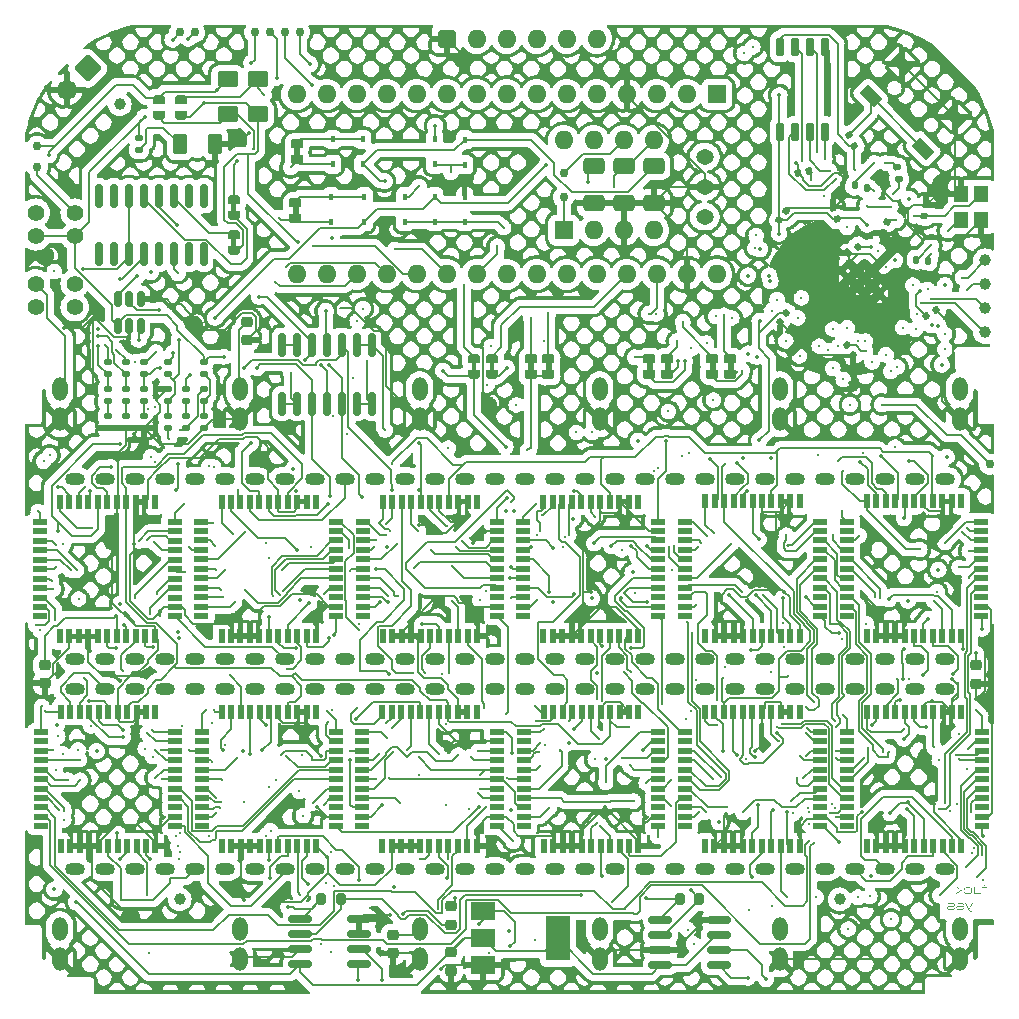
<source format=gbl>
G04 #@! TF.GenerationSoftware,KiCad,Pcbnew,(7.0.0-rc1-358-g86c12d35b4)*
G04 #@! TF.CreationDate,2023-05-17T11:55:41-07:00*
G04 #@! TF.ProjectId,Jumperless2,4a756d70-6572-46c6-9573-73322e6b6963,rev?*
G04 #@! TF.SameCoordinates,Original*
G04 #@! TF.FileFunction,Copper,L4,Bot*
G04 #@! TF.FilePolarity,Positive*
%FSLAX46Y46*%
G04 Gerber Fmt 4.6, Leading zero omitted, Abs format (unit mm)*
G04 Created by KiCad (PCBNEW (7.0.0-rc1-358-g86c12d35b4)) date 2023-05-17 11:55:41*
%MOMM*%
%LPD*%
G01*
G04 APERTURE LIST*
G04 Aperture macros list*
%AMRoundRect*
0 Rectangle with rounded corners*
0 $1 Rounding radius*
0 $2 $3 $4 $5 $6 $7 $8 $9 X,Y pos of 4 corners*
0 Add a 4 corners polygon primitive as box body*
4,1,4,$2,$3,$4,$5,$6,$7,$8,$9,$2,$3,0*
0 Add four circle primitives for the rounded corners*
1,1,$1+$1,$2,$3*
1,1,$1+$1,$4,$5*
1,1,$1+$1,$6,$7*
1,1,$1+$1,$8,$9*
0 Add four rect primitives between the rounded corners*
20,1,$1+$1,$2,$3,$4,$5,0*
20,1,$1+$1,$4,$5,$6,$7,0*
20,1,$1+$1,$6,$7,$8,$9,0*
20,1,$1+$1,$8,$9,$2,$3,0*%
%AMHorizOval*
0 Thick line with rounded ends*
0 $1 width*
0 $2 $3 position (X,Y) of the first rounded end (center of the circle)*
0 $4 $5 position (X,Y) of the second rounded end (center of the circle)*
0 Add line between two ends*
20,1,$1,$2,$3,$4,$5,0*
0 Add two circle primitives to create the rounded ends*
1,1,$1,$2,$3*
1,1,$1,$4,$5*%
%AMRotRect*
0 Rectangle, with rotation*
0 The origin of the aperture is its center*
0 $1 length*
0 $2 width*
0 $3 Rotation angle, in degrees counterclockwise*
0 Add horizontal line*
21,1,$1,$2,0,0,$3*%
%AMFreePoly0*
4,1,13,0.500000,-0.500000,0.000000,-0.500000,-0.095671,-0.480970,-0.176777,-0.426777,-0.230970,-0.345671,-0.250000,-0.250000,-0.250000,0.250000,-0.230970,0.345671,-0.176777,0.426777,-0.095671,0.480970,0.000000,0.500000,0.500000,0.500000,0.500000,-0.500000,0.500000,-0.500000,$1*%
%AMFreePoly1*
4,1,13,0.508000,-0.508000,0.000000,-0.508000,-0.097202,-0.488665,-0.179605,-0.433605,-0.234665,-0.351202,-0.254000,-0.254000,-0.254000,0.254000,-0.234665,0.351202,-0.179605,0.433605,-0.097202,0.488665,0.000000,0.508000,0.508000,0.508000,0.508000,-0.508000,0.508000,-0.508000,$1*%
G04 Aperture macros list end*
%ADD10C,0.120000*%
G04 #@! TA.AperFunction,NonConductor*
%ADD11C,0.120000*%
G04 #@! TD*
G04 #@! TA.AperFunction,EtchedComponent*
%ADD12C,0.012700*%
G04 #@! TD*
G04 #@! TA.AperFunction,ComponentPad*
%ADD13O,1.500000X1.300000*%
G04 #@! TD*
G04 #@! TA.AperFunction,ComponentPad*
%ADD14RoundRect,0.160000X0.640000X-0.640000X0.640000X0.640000X-0.640000X0.640000X-0.640000X-0.640000X0*%
G04 #@! TD*
G04 #@! TA.AperFunction,ComponentPad*
%ADD15O,1.600000X1.600000*%
G04 #@! TD*
G04 #@! TA.AperFunction,ComponentPad*
%ADD16C,1.400000*%
G04 #@! TD*
G04 #@! TA.AperFunction,ComponentPad*
%ADD17RoundRect,0.170000X-0.961665X0.000000X0.000000X-0.961665X0.961665X0.000000X0.000000X0.961665X0*%
G04 #@! TD*
G04 #@! TA.AperFunction,ComponentPad*
%ADD18HorizOval,1.700000X0.000000X0.000000X0.000000X0.000000X0*%
G04 #@! TD*
G04 #@! TA.AperFunction,ComponentPad*
%ADD19RoundRect,0.150000X0.600000X-0.600000X0.600000X0.600000X-0.600000X0.600000X-0.600000X-0.600000X0*%
G04 #@! TD*
G04 #@! TA.AperFunction,ComponentPad*
%ADD20O,1.300000X2.000000*%
G04 #@! TD*
G04 #@! TA.AperFunction,ComponentPad*
%ADD21O,1.700000X1.000000*%
G04 #@! TD*
G04 #@! TA.AperFunction,ComponentPad*
%ADD22RoundRect,0.160000X-0.640000X0.640000X-0.640000X-0.640000X0.640000X-0.640000X0.640000X0.640000X0*%
G04 #@! TD*
G04 #@! TA.AperFunction,ComponentPad*
%ADD23C,0.600000*%
G04 #@! TD*
G04 #@! TA.AperFunction,SMDPad,CuDef*
%ADD24RoundRect,0.140000X0.058955X-0.212189X0.219557X0.017173X-0.058955X0.212189X-0.219557X-0.017173X0*%
G04 #@! TD*
G04 #@! TA.AperFunction,SMDPad,CuDef*
%ADD25C,1.000000*%
G04 #@! TD*
G04 #@! TA.AperFunction,SMDPad,CuDef*
%ADD26RoundRect,0.250001X0.624999X-0.462499X0.624999X0.462499X-0.624999X0.462499X-0.624999X-0.462499X0*%
G04 #@! TD*
G04 #@! TA.AperFunction,SMDPad,CuDef*
%ADD27RoundRect,0.250000X0.650000X-0.412500X0.650000X0.412500X-0.650000X0.412500X-0.650000X-0.412500X0*%
G04 #@! TD*
G04 #@! TA.AperFunction,SMDPad,CuDef*
%ADD28C,0.750000*%
G04 #@! TD*
G04 #@! TA.AperFunction,SMDPad,CuDef*
%ADD29RoundRect,0.135000X0.185000X-0.135000X0.185000X0.135000X-0.185000X0.135000X-0.185000X-0.135000X0*%
G04 #@! TD*
G04 #@! TA.AperFunction,SMDPad,CuDef*
%ADD30R,0.450000X0.600000*%
G04 #@! TD*
G04 #@! TA.AperFunction,SMDPad,CuDef*
%ADD31RoundRect,0.135000X-0.185000X0.135000X-0.185000X-0.135000X0.185000X-0.135000X0.185000X0.135000X0*%
G04 #@! TD*
G04 #@! TA.AperFunction,SMDPad,CuDef*
%ADD32FreePoly0,90.000000*%
G04 #@! TD*
G04 #@! TA.AperFunction,SMDPad,CuDef*
%ADD33FreePoly0,270.000000*%
G04 #@! TD*
G04 #@! TA.AperFunction,SMDPad,CuDef*
%ADD34R,1.200000X0.500000*%
G04 #@! TD*
G04 #@! TA.AperFunction,SMDPad,CuDef*
%ADD35R,0.500000X1.200000*%
G04 #@! TD*
G04 #@! TA.AperFunction,SMDPad,CuDef*
%ADD36RoundRect,0.200000X-0.200000X-0.275000X0.200000X-0.275000X0.200000X0.275000X-0.200000X0.275000X0*%
G04 #@! TD*
G04 #@! TA.AperFunction,SMDPad,CuDef*
%ADD37FreePoly1,90.000000*%
G04 #@! TD*
G04 #@! TA.AperFunction,SMDPad,CuDef*
%ADD38FreePoly1,270.000000*%
G04 #@! TD*
G04 #@! TA.AperFunction,SMDPad,CuDef*
%ADD39RoundRect,0.233680X0.350520X0.652320X-0.350520X0.652320X-0.350520X-0.652320X0.350520X-0.652320X0*%
G04 #@! TD*
G04 #@! TA.AperFunction,SMDPad,CuDef*
%ADD40RoundRect,0.140000X0.143107X-0.167393X0.191728X0.108353X-0.143107X0.167393X-0.191728X-0.108353X0*%
G04 #@! TD*
G04 #@! TA.AperFunction,SMDPad,CuDef*
%ADD41RotRect,1.700000X1.000000X135.000000*%
G04 #@! TD*
G04 #@! TA.AperFunction,SMDPad,CuDef*
%ADD42RoundRect,0.150000X0.150000X-0.512500X0.150000X0.512500X-0.150000X0.512500X-0.150000X-0.512500X0*%
G04 #@! TD*
G04 #@! TA.AperFunction,SMDPad,CuDef*
%ADD43RoundRect,0.225000X-0.250000X0.225000X-0.250000X-0.225000X0.250000X-0.225000X0.250000X0.225000X0*%
G04 #@! TD*
G04 #@! TA.AperFunction,SMDPad,CuDef*
%ADD44RoundRect,0.135000X-0.205632X0.100824X-0.158747X-0.165074X0.205632X-0.100824X0.158747X0.165074X0*%
G04 #@! TD*
G04 #@! TA.AperFunction,SMDPad,CuDef*
%ADD45RoundRect,0.140000X-0.017173X-0.219557X0.212189X-0.058955X0.017173X0.219557X-0.212189X0.058955X0*%
G04 #@! TD*
G04 #@! TA.AperFunction,SMDPad,CuDef*
%ADD46RoundRect,0.225000X0.250000X-0.225000X0.250000X0.225000X-0.250000X0.225000X-0.250000X-0.225000X0*%
G04 #@! TD*
G04 #@! TA.AperFunction,SMDPad,CuDef*
%ADD47R,1.200000X1.400000*%
G04 #@! TD*
G04 #@! TA.AperFunction,SMDPad,CuDef*
%ADD48RoundRect,0.150000X-0.150000X0.825000X-0.150000X-0.825000X0.150000X-0.825000X0.150000X0.825000X0*%
G04 #@! TD*
G04 #@! TA.AperFunction,SMDPad,CuDef*
%ADD49RoundRect,0.140000X0.099887X0.196272X-0.173476X0.135669X-0.099887X-0.196272X0.173476X-0.135669X0*%
G04 #@! TD*
G04 #@! TA.AperFunction,SMDPad,CuDef*
%ADD50RoundRect,0.150000X-0.150000X0.650000X-0.150000X-0.650000X0.150000X-0.650000X0.150000X0.650000X0*%
G04 #@! TD*
G04 #@! TA.AperFunction,SMDPad,CuDef*
%ADD51RoundRect,0.140000X0.207631X-0.073414X0.111865X0.189700X-0.207631X0.073414X-0.111865X-0.189700X0*%
G04 #@! TD*
G04 #@! TA.AperFunction,SMDPad,CuDef*
%ADD52RoundRect,0.135000X-0.157992X-0.165796X0.109698X-0.201038X0.157992X0.165796X-0.109698X0.201038X0*%
G04 #@! TD*
G04 #@! TA.AperFunction,SMDPad,CuDef*
%ADD53RoundRect,0.150000X0.825000X0.150000X-0.825000X0.150000X-0.825000X-0.150000X0.825000X-0.150000X0*%
G04 #@! TD*
G04 #@! TA.AperFunction,SMDPad,CuDef*
%ADD54RoundRect,0.140000X-0.068155X0.209416X-0.218598X-0.026734X0.068155X-0.209416X0.218598X0.026734X0*%
G04 #@! TD*
G04 #@! TA.AperFunction,SMDPad,CuDef*
%ADD55RoundRect,0.135000X0.224720X-0.044167X0.110613X0.200536X-0.224720X0.044167X-0.110613X-0.200536X0*%
G04 #@! TD*
G04 #@! TA.AperFunction,SMDPad,CuDef*
%ADD56RoundRect,0.140000X-0.217224X0.036244X-0.077224X-0.206244X0.217224X-0.036244X0.077224X0.206244X0*%
G04 #@! TD*
G04 #@! TA.AperFunction,SMDPad,CuDef*
%ADD57R,2.000000X1.500000*%
G04 #@! TD*
G04 #@! TA.AperFunction,SMDPad,CuDef*
%ADD58R,2.000000X3.800000*%
G04 #@! TD*
G04 #@! TA.AperFunction,SMDPad,CuDef*
%ADD59RoundRect,0.135000X-0.171841X-0.151395X0.091759X-0.209834X0.171841X0.151395X-0.091759X0.209834X0*%
G04 #@! TD*
G04 #@! TA.AperFunction,SMDPad,CuDef*
%ADD60RoundRect,0.140000X-0.111865X0.189700X-0.207631X-0.073414X0.111865X-0.189700X0.207631X0.073414X0*%
G04 #@! TD*
G04 #@! TA.AperFunction,SMDPad,CuDef*
%ADD61RoundRect,0.250000X-0.650000X0.412500X-0.650000X-0.412500X0.650000X-0.412500X0.650000X0.412500X0*%
G04 #@! TD*
G04 #@! TA.AperFunction,SMDPad,CuDef*
%ADD62RoundRect,0.140000X0.026734X0.218598X-0.209416X0.068155X-0.026734X-0.218598X0.209416X-0.068155X0*%
G04 #@! TD*
G04 #@! TA.AperFunction,ViaPad*
%ADD63C,0.350000*%
G04 #@! TD*
G04 #@! TA.AperFunction,ViaPad*
%ADD64C,0.300000*%
G04 #@! TD*
G04 #@! TA.AperFunction,Conductor*
%ADD65C,0.200000*%
G04 #@! TD*
G04 #@! TA.AperFunction,Conductor*
%ADD66C,0.150000*%
G04 #@! TD*
G04 #@! TA.AperFunction,Conductor*
%ADD67C,0.800000*%
G04 #@! TD*
G04 APERTURE END LIST*
D10*
D11*
G36*
X116073697Y-178606000D02*
G01*
X116131143Y-178606000D01*
X116131143Y-178118295D01*
X116240173Y-178118295D01*
X116240173Y-178068274D01*
X116131143Y-178068274D01*
X116131143Y-178009656D01*
X116131020Y-177999749D01*
X116130654Y-177990056D01*
X116130043Y-177980576D01*
X116129189Y-177971310D01*
X116128090Y-177962258D01*
X116126746Y-177953419D01*
X116125159Y-177944794D01*
X116123327Y-177936383D01*
X116121144Y-177928186D01*
X116118601Y-177920300D01*
X116115697Y-177912725D01*
X116112434Y-177905462D01*
X116108810Y-177898510D01*
X116103773Y-177890259D01*
X116098174Y-177882493D01*
X116095776Y-177879524D01*
X116089280Y-177872407D01*
X116082125Y-177865835D01*
X116075928Y-177860968D01*
X116069309Y-177856449D01*
X116062268Y-177852279D01*
X116054807Y-177848457D01*
X116046924Y-177844982D01*
X116042824Y-177843376D01*
X116034264Y-177840399D01*
X116025190Y-177837819D01*
X116015603Y-177835636D01*
X116005504Y-177833850D01*
X115997593Y-177832771D01*
X115989393Y-177831915D01*
X115980905Y-177831283D01*
X115972128Y-177830873D01*
X115963063Y-177830687D01*
X115959977Y-177830675D01*
X115951294Y-177830737D01*
X115942831Y-177830923D01*
X115934586Y-177831233D01*
X115926562Y-177831667D01*
X115918756Y-177832225D01*
X115909680Y-177833059D01*
X115908198Y-177833215D01*
X115899332Y-177834339D01*
X115890466Y-177835807D01*
X115881600Y-177837618D01*
X115872734Y-177839773D01*
X115863868Y-177842271D01*
X115860912Y-177843180D01*
X115860912Y-177893201D01*
X115868909Y-177892216D01*
X115878178Y-177891171D01*
X115887090Y-177890278D01*
X115895645Y-177889537D01*
X115903842Y-177888946D01*
X115907807Y-177888707D01*
X115916794Y-177888250D01*
X115925631Y-177887906D01*
X115934318Y-177887673D01*
X115942856Y-177887553D01*
X115947667Y-177887535D01*
X115957535Y-177887629D01*
X115966914Y-177887913D01*
X115975804Y-177888387D01*
X115984206Y-177889049D01*
X115992120Y-177889901D01*
X116001324Y-177891232D01*
X116009766Y-177892858D01*
X116012929Y-177893592D01*
X116021836Y-177896173D01*
X116029947Y-177899371D01*
X116037260Y-177903188D01*
X116043777Y-177907624D01*
X116050373Y-177913580D01*
X116051226Y-177914499D01*
X116056695Y-177921454D01*
X116061303Y-177929325D01*
X116064568Y-177936802D01*
X116067201Y-177944951D01*
X116069203Y-177953773D01*
X116070497Y-177961641D01*
X116071572Y-177970100D01*
X116072428Y-177979150D01*
X116073065Y-177988792D01*
X116073416Y-177996931D01*
X116073626Y-178005449D01*
X116073697Y-178014346D01*
X116073697Y-178068274D01*
X115891394Y-178068274D01*
X115891394Y-178118295D01*
X116073697Y-178118295D01*
X116073697Y-178606000D01*
G37*
G36*
X115172343Y-178606000D02*
G01*
X115229789Y-178606000D01*
X115229789Y-178496774D01*
X115230961Y-178496774D01*
X115234136Y-178504269D01*
X115237507Y-178511514D01*
X115241073Y-178518509D01*
X115245805Y-178526900D01*
X115250842Y-178534900D01*
X115256185Y-178542508D01*
X115261833Y-178549726D01*
X115267954Y-178556571D01*
X115274713Y-178563064D01*
X115282112Y-178569203D01*
X115288492Y-178573861D01*
X115295280Y-178578292D01*
X115302478Y-178582498D01*
X115310084Y-178586477D01*
X115312050Y-178587437D01*
X115320171Y-178591131D01*
X115328805Y-178594593D01*
X115337952Y-178597823D01*
X115347612Y-178600822D01*
X115355193Y-178602918D01*
X115363063Y-178604884D01*
X115371221Y-178606719D01*
X115379668Y-178608424D01*
X115388404Y-178609998D01*
X115391380Y-178610494D01*
X115400558Y-178611925D01*
X115410142Y-178613216D01*
X115420131Y-178614366D01*
X115430526Y-178615375D01*
X115441326Y-178616244D01*
X115452531Y-178616971D01*
X115464141Y-178617558D01*
X115472106Y-178617871D01*
X115480252Y-178618121D01*
X115488577Y-178618309D01*
X115497083Y-178618434D01*
X115505769Y-178618497D01*
X115510180Y-178618505D01*
X115529133Y-178618505D01*
X115539451Y-178618463D01*
X115549548Y-178618337D01*
X115559424Y-178618127D01*
X115569079Y-178617833D01*
X115578512Y-178617455D01*
X115587724Y-178616993D01*
X115596714Y-178616448D01*
X115605483Y-178615818D01*
X115614031Y-178615104D01*
X115622357Y-178614307D01*
X115630462Y-178613425D01*
X115638346Y-178612460D01*
X115649757Y-178610854D01*
X115660669Y-178609059D01*
X115667667Y-178607758D01*
X115677798Y-178605611D01*
X115687527Y-178603199D01*
X115696853Y-178600523D01*
X115705778Y-178597582D01*
X115714301Y-178594377D01*
X115722423Y-178590908D01*
X115730142Y-178587174D01*
X115737460Y-178583175D01*
X115744375Y-178578912D01*
X115750889Y-178574385D01*
X115755009Y-178571219D01*
X115762721Y-178564423D01*
X115769834Y-178557029D01*
X115776349Y-178549036D01*
X115782266Y-178540445D01*
X115786311Y-178533609D01*
X115790019Y-178526436D01*
X115793391Y-178518927D01*
X115796426Y-178511081D01*
X115799125Y-178502898D01*
X115799949Y-178500096D01*
X115802254Y-178491425D01*
X115804332Y-178482339D01*
X115806183Y-178472837D01*
X115807808Y-178462919D01*
X115809206Y-178452586D01*
X115810377Y-178441837D01*
X115811321Y-178430673D01*
X115812039Y-178419093D01*
X115812392Y-178411142D01*
X115812644Y-178403006D01*
X115812795Y-178394686D01*
X115812845Y-178386181D01*
X115812845Y-178068274D01*
X115755399Y-178068274D01*
X115755399Y-178359607D01*
X115755367Y-178367432D01*
X115755194Y-178378838D01*
X115754874Y-178389845D01*
X115754407Y-178400453D01*
X115753791Y-178410663D01*
X115753028Y-178420475D01*
X115752117Y-178429888D01*
X115751059Y-178438903D01*
X115749853Y-178447519D01*
X115748499Y-178455737D01*
X115746997Y-178463557D01*
X115744631Y-178473446D01*
X115741734Y-178482791D01*
X115738305Y-178491593D01*
X115734346Y-178499852D01*
X115729855Y-178507567D01*
X115724832Y-178514738D01*
X115719279Y-178521366D01*
X115713194Y-178527451D01*
X115706511Y-178532995D01*
X115699162Y-178538100D01*
X115691148Y-178542765D01*
X115682468Y-178546990D01*
X115673123Y-178550776D01*
X115665677Y-178553327D01*
X115657857Y-178555631D01*
X115649663Y-178557687D01*
X115641094Y-178559496D01*
X115632066Y-178561102D01*
X115622496Y-178562550D01*
X115612383Y-178563841D01*
X115601728Y-178564973D01*
X115590530Y-178565947D01*
X115578789Y-178566763D01*
X115570660Y-178567220D01*
X115562290Y-178567606D01*
X115553679Y-178567922D01*
X115544827Y-178568168D01*
X115535733Y-178568343D01*
X115526399Y-178568449D01*
X115516823Y-178568484D01*
X115497674Y-178568484D01*
X115489292Y-178568451D01*
X115481047Y-178568353D01*
X115472940Y-178568188D01*
X115464970Y-178567959D01*
X115457138Y-178567663D01*
X115445646Y-178567097D01*
X115434464Y-178566383D01*
X115423591Y-178565522D01*
X115413027Y-178564513D01*
X115402773Y-178563356D01*
X115392827Y-178562051D01*
X115383190Y-178560599D01*
X115380047Y-178560082D01*
X115370811Y-178558353D01*
X115361859Y-178556391D01*
X115353193Y-178554195D01*
X115344812Y-178551765D01*
X115336716Y-178549102D01*
X115328905Y-178546206D01*
X115321379Y-178543076D01*
X115314138Y-178539712D01*
X115307182Y-178536115D01*
X115298351Y-178530955D01*
X115296223Y-178529600D01*
X115288047Y-178523818D01*
X115280420Y-178517510D01*
X115273343Y-178510678D01*
X115266816Y-178503320D01*
X115260838Y-178495437D01*
X115255410Y-178487029D01*
X115250531Y-178478096D01*
X115246202Y-178468637D01*
X115243269Y-178461118D01*
X115240624Y-178453213D01*
X115238268Y-178444924D01*
X115236200Y-178436251D01*
X115234421Y-178427192D01*
X115232930Y-178417749D01*
X115231728Y-178407922D01*
X115230815Y-178397709D01*
X115230189Y-178387112D01*
X115229853Y-178376130D01*
X115229789Y-178368595D01*
X115229789Y-178068274D01*
X115172343Y-178068274D01*
X115172343Y-178606000D01*
G37*
G36*
X114683271Y-178618505D02*
G01*
X114695804Y-178618464D01*
X114708049Y-178618343D01*
X114720008Y-178618141D01*
X114731680Y-178617857D01*
X114743065Y-178617493D01*
X114754162Y-178617048D01*
X114764973Y-178616523D01*
X114775497Y-178615916D01*
X114785734Y-178615228D01*
X114795684Y-178614459D01*
X114805347Y-178613610D01*
X114814722Y-178612680D01*
X114823811Y-178611668D01*
X114832613Y-178610576D01*
X114841128Y-178609403D01*
X114849356Y-178608149D01*
X114857331Y-178606802D01*
X114865088Y-178605300D01*
X114876315Y-178602759D01*
X114887050Y-178599871D01*
X114897294Y-178596636D01*
X114907046Y-178593055D01*
X114916308Y-178589126D01*
X114925078Y-178584850D01*
X114933358Y-178580228D01*
X114941146Y-178575258D01*
X114948443Y-178569942D01*
X114950766Y-178568093D01*
X114957414Y-178562247D01*
X114963657Y-178555992D01*
X114969495Y-178549328D01*
X114974927Y-178542255D01*
X114979955Y-178534774D01*
X114984577Y-178526884D01*
X114988793Y-178518585D01*
X114992605Y-178509878D01*
X114996011Y-178500762D01*
X114999011Y-178491237D01*
X115000787Y-178484660D01*
X115003196Y-178474378D01*
X115005369Y-178463536D01*
X115007304Y-178452135D01*
X115008463Y-178444223D01*
X115009516Y-178436062D01*
X115010464Y-178427653D01*
X115011306Y-178418994D01*
X115012044Y-178410087D01*
X115012676Y-178400931D01*
X115013202Y-178391526D01*
X115013624Y-178381873D01*
X115013940Y-178371970D01*
X115014150Y-178361819D01*
X115014256Y-178351419D01*
X115014269Y-178346125D01*
X115014269Y-178328149D01*
X115014216Y-178317482D01*
X115014058Y-178307074D01*
X115013795Y-178296923D01*
X115013426Y-178287031D01*
X115012952Y-178277396D01*
X115012373Y-178268019D01*
X115011688Y-178258901D01*
X115010898Y-178250040D01*
X115010003Y-178241437D01*
X115009002Y-178233093D01*
X115007896Y-178225006D01*
X115006685Y-178217177D01*
X115004671Y-178205918D01*
X115002419Y-178195239D01*
X115000787Y-178188442D01*
X114998051Y-178178651D01*
X114994900Y-178169283D01*
X114991333Y-178160338D01*
X114987350Y-178151815D01*
X114982952Y-178143714D01*
X114978138Y-178136036D01*
X114972909Y-178128780D01*
X114967264Y-178121947D01*
X114961204Y-178115536D01*
X114954728Y-178109548D01*
X114950180Y-178105790D01*
X114942982Y-178100428D01*
X114935310Y-178095406D01*
X114927164Y-178090724D01*
X114918544Y-178086382D01*
X114909450Y-178082380D01*
X114899882Y-178078718D01*
X114889840Y-178075396D01*
X114879325Y-178072414D01*
X114868335Y-178069773D01*
X114856871Y-178067471D01*
X114848965Y-178066125D01*
X114840785Y-178064871D01*
X114832314Y-178063698D01*
X114823553Y-178062606D01*
X114814503Y-178061594D01*
X114805162Y-178060664D01*
X114795531Y-178059814D01*
X114785610Y-178059046D01*
X114775399Y-178058358D01*
X114764898Y-178057751D01*
X114754107Y-178057226D01*
X114743026Y-178056781D01*
X114731655Y-178056416D01*
X114719994Y-178056133D01*
X114708043Y-178055931D01*
X114695802Y-178055810D01*
X114683271Y-178055769D01*
X114657479Y-178055769D01*
X114646343Y-178055801D01*
X114635454Y-178055897D01*
X114624813Y-178056058D01*
X114614419Y-178056282D01*
X114604272Y-178056571D01*
X114594373Y-178056923D01*
X114584720Y-178057340D01*
X114575316Y-178057821D01*
X114566158Y-178058366D01*
X114557248Y-178058975D01*
X114548585Y-178059648D01*
X114540169Y-178060385D01*
X114532001Y-178061187D01*
X114524080Y-178062052D01*
X114512662Y-178063471D01*
X114508979Y-178063976D01*
X114498206Y-178065591D01*
X114487870Y-178067433D01*
X114477969Y-178069502D01*
X114468505Y-178071798D01*
X114459477Y-178074320D01*
X114450885Y-178077069D01*
X114442730Y-178080044D01*
X114435010Y-178083247D01*
X114427727Y-178086675D01*
X114418695Y-178091600D01*
X114416558Y-178092894D01*
X114408424Y-178098319D01*
X114400926Y-178104239D01*
X114394063Y-178110654D01*
X114387835Y-178117563D01*
X114382242Y-178124966D01*
X114377284Y-178132864D01*
X114372960Y-178141257D01*
X114369272Y-178150145D01*
X114366112Y-178159548D01*
X114363374Y-178169586D01*
X114361596Y-178177532D01*
X114360056Y-178185835D01*
X114358753Y-178194495D01*
X114357686Y-178203512D01*
X114356857Y-178212886D01*
X114356264Y-178222618D01*
X114355909Y-178232706D01*
X114355790Y-178243152D01*
X114355790Y-178255853D01*
X114410891Y-178255853D01*
X114410891Y-178247646D01*
X114410981Y-178239652D01*
X114411378Y-178229426D01*
X114412092Y-178219695D01*
X114413124Y-178210458D01*
X114414473Y-178201715D01*
X114416140Y-178193467D01*
X114418125Y-178185714D01*
X114421052Y-178176718D01*
X114424637Y-178168395D01*
X114429043Y-178160644D01*
X114434270Y-178153466D01*
X114440316Y-178146860D01*
X114447184Y-178140826D01*
X114454872Y-178135365D01*
X114458177Y-178133341D01*
X114465254Y-178129540D01*
X114473002Y-178126050D01*
X114481423Y-178122872D01*
X114490515Y-178120005D01*
X114500278Y-178117450D01*
X114508042Y-178115738D01*
X114516183Y-178114200D01*
X114524702Y-178112839D01*
X114533599Y-178111652D01*
X114542930Y-178110604D01*
X114552753Y-178109660D01*
X114563067Y-178108818D01*
X114573872Y-178108080D01*
X114585168Y-178107445D01*
X114596955Y-178106912D01*
X114605086Y-178106614D01*
X114613435Y-178106363D01*
X114622003Y-178106157D01*
X114630789Y-178105996D01*
X114639793Y-178105882D01*
X114649015Y-178105813D01*
X114658456Y-178105790D01*
X114682099Y-178105790D01*
X114693218Y-178105821D01*
X114704056Y-178105915D01*
X114714613Y-178106072D01*
X114724890Y-178106291D01*
X114734886Y-178106572D01*
X114744600Y-178106917D01*
X114754034Y-178107324D01*
X114763187Y-178107793D01*
X114772059Y-178108325D01*
X114780651Y-178108920D01*
X114788961Y-178109577D01*
X114796990Y-178110296D01*
X114808508Y-178111493D01*
X114819394Y-178112831D01*
X114826300Y-178113801D01*
X114836195Y-178115444D01*
X114845657Y-178117369D01*
X114854687Y-178119575D01*
X114863284Y-178122063D01*
X114871448Y-178124832D01*
X114879180Y-178127883D01*
X114886478Y-178131216D01*
X114895537Y-178136098D01*
X114903826Y-178141481D01*
X114909538Y-178145846D01*
X114916547Y-178152120D01*
X114922922Y-178159023D01*
X114928662Y-178166555D01*
X114933766Y-178174715D01*
X114938236Y-178183505D01*
X114942071Y-178192924D01*
X114944530Y-178200400D01*
X114946632Y-178208231D01*
X114947835Y-178213648D01*
X114949441Y-178222090D01*
X114950889Y-178231002D01*
X114952180Y-178240385D01*
X114953312Y-178250238D01*
X114954286Y-178260562D01*
X114955103Y-178271357D01*
X114955761Y-178282622D01*
X114956261Y-178294358D01*
X114956507Y-178302443D01*
X114956683Y-178310737D01*
X114956788Y-178319241D01*
X114956823Y-178327953D01*
X114956823Y-178346321D01*
X114956786Y-178355032D01*
X114956673Y-178363530D01*
X114956486Y-178371817D01*
X114956225Y-178379892D01*
X114955888Y-178387754D01*
X114955243Y-178399150D01*
X114954429Y-178410068D01*
X114953448Y-178420509D01*
X114952298Y-178430472D01*
X114950979Y-178439958D01*
X114949493Y-178448967D01*
X114947838Y-178457498D01*
X114947249Y-178460235D01*
X114945282Y-178468199D01*
X114942971Y-178475822D01*
X114939357Y-178485457D01*
X114935131Y-178494488D01*
X114930295Y-178502915D01*
X114924849Y-178510736D01*
X114918791Y-178517954D01*
X114912123Y-178524567D01*
X114908561Y-178527646D01*
X114900846Y-178533368D01*
X114892355Y-178538613D01*
X114883089Y-178543382D01*
X114875631Y-178546646D01*
X114867736Y-178549642D01*
X114859405Y-178552370D01*
X114850638Y-178554831D01*
X114841435Y-178557023D01*
X114831796Y-178558948D01*
X114825127Y-178560082D01*
X114814673Y-178561583D01*
X114803608Y-178562937D01*
X114791931Y-178564143D01*
X114783807Y-178564865D01*
X114775411Y-178565522D01*
X114766744Y-178566113D01*
X114757804Y-178566638D01*
X114748593Y-178567097D01*
X114739111Y-178567491D01*
X114729356Y-178567819D01*
X114719330Y-178568082D01*
X114709032Y-178568279D01*
X114698462Y-178568410D01*
X114687621Y-178568476D01*
X114682099Y-178568484D01*
X114658456Y-178568484D01*
X114648730Y-178568460D01*
X114639237Y-178568389D01*
X114629978Y-178568271D01*
X114620952Y-178568105D01*
X114612160Y-178567892D01*
X114603602Y-178567632D01*
X114595277Y-178567324D01*
X114587186Y-178566969D01*
X114579328Y-178566567D01*
X114567979Y-178565875D01*
X114557156Y-178565077D01*
X114546858Y-178564172D01*
X114537086Y-178563160D01*
X114530863Y-178562427D01*
X114521857Y-178561168D01*
X114513228Y-178559738D01*
X114504976Y-178558137D01*
X114497103Y-178556363D01*
X114487193Y-178553732D01*
X114477954Y-178550795D01*
X114469387Y-178547552D01*
X114461492Y-178544005D01*
X114454269Y-178540152D01*
X114447653Y-178535935D01*
X114440147Y-178530210D01*
X114433491Y-178523979D01*
X114427683Y-178517242D01*
X114422725Y-178510000D01*
X114418616Y-178502252D01*
X114416558Y-178497360D01*
X114413631Y-178488618D01*
X114411200Y-178479122D01*
X114409612Y-178470983D01*
X114408342Y-178462361D01*
X114407390Y-178453257D01*
X114406754Y-178443670D01*
X114406437Y-178433601D01*
X114406397Y-178428386D01*
X114406397Y-178418421D01*
X114351296Y-178418421D01*
X114351296Y-178432880D01*
X114351425Y-178443110D01*
X114351811Y-178452989D01*
X114352455Y-178462518D01*
X114353357Y-178471696D01*
X114354516Y-178480525D01*
X114355933Y-178489003D01*
X114357607Y-178497130D01*
X114359539Y-178504907D01*
X114362516Y-178514732D01*
X114365951Y-178523934D01*
X114369932Y-178532601D01*
X114374548Y-178540823D01*
X114379799Y-178548599D01*
X114385685Y-178555930D01*
X114392207Y-178562814D01*
X114399363Y-178569253D01*
X114407154Y-178575246D01*
X114415581Y-178580794D01*
X114424657Y-178585868D01*
X114431966Y-178589409D01*
X114439704Y-178592723D01*
X114447871Y-178595811D01*
X114456467Y-178598672D01*
X114465493Y-178601307D01*
X114474948Y-178603714D01*
X114484832Y-178605895D01*
X114495146Y-178607850D01*
X114505889Y-178609577D01*
X114509565Y-178610103D01*
X114520892Y-178611604D01*
X114528736Y-178612523D01*
X114536812Y-178613377D01*
X114545123Y-178614164D01*
X114553667Y-178614886D01*
X114562444Y-178615543D01*
X114571455Y-178616133D01*
X114580700Y-178616659D01*
X114590178Y-178617118D01*
X114599890Y-178617512D01*
X114609835Y-178617840D01*
X114620014Y-178618103D01*
X114630426Y-178618300D01*
X114641072Y-178618431D01*
X114651952Y-178618497D01*
X114657479Y-178618505D01*
X114683271Y-178618505D01*
G37*
G36*
X113601373Y-178606000D02*
G01*
X113691450Y-178606000D01*
X114092203Y-178343390D01*
X114137144Y-178343390D01*
X114137144Y-178606000D01*
X114194590Y-178606000D01*
X114194590Y-177843180D01*
X114137144Y-177843180D01*
X114137144Y-178293369D01*
X114086537Y-178293369D01*
X113738735Y-178068274D01*
X113654325Y-178068274D01*
X114040424Y-178318184D01*
X113601373Y-178606000D01*
G37*
G36*
X115047877Y-180098890D02*
G01*
X115039687Y-180099508D01*
X115031468Y-180099869D01*
X115023487Y-180100034D01*
X115018177Y-180100062D01*
X115009506Y-180100062D01*
X115001080Y-180100062D01*
X114992898Y-180100062D01*
X114984960Y-180100062D01*
X114975022Y-180099971D01*
X114965530Y-180099696D01*
X114956484Y-180099238D01*
X114947884Y-180098597D01*
X114939729Y-180097773D01*
X114930163Y-180096485D01*
X114921292Y-180094910D01*
X114917939Y-180094200D01*
X114909806Y-180092092D01*
X114901892Y-180089430D01*
X114894197Y-180086215D01*
X114886722Y-180082446D01*
X114879466Y-180078124D01*
X114872430Y-180073249D01*
X114869677Y-180071144D01*
X114862796Y-180065469D01*
X114855954Y-180059069D01*
X114850507Y-180053427D01*
X114845085Y-180047321D01*
X114839687Y-180040751D01*
X114834314Y-180033717D01*
X114828965Y-180026219D01*
X114826300Y-180022295D01*
X114820807Y-180014003D01*
X114816532Y-180007352D01*
X114812122Y-180000329D01*
X114807579Y-179992935D01*
X114802901Y-179985170D01*
X114798090Y-179977035D01*
X114793144Y-179968528D01*
X114788065Y-179959651D01*
X114782852Y-179950403D01*
X114777505Y-179940783D01*
X114775692Y-179937494D01*
X114796990Y-179937494D01*
X115114311Y-179412274D01*
X115049049Y-179412274D01*
X114756348Y-179906427D01*
X114754199Y-179906427D01*
X114490808Y-179412274D01*
X114429063Y-179412274D01*
X114681122Y-179879267D01*
X114687119Y-179890265D01*
X114692998Y-179900986D01*
X114698757Y-179911429D01*
X114704398Y-179921594D01*
X114709919Y-179931481D01*
X114715322Y-179941091D01*
X114720605Y-179950422D01*
X114725769Y-179959476D01*
X114730814Y-179968252D01*
X114735740Y-179976750D01*
X114740547Y-179984970D01*
X114745235Y-179992913D01*
X114749804Y-180000578D01*
X114754254Y-180007964D01*
X114758585Y-180015073D01*
X114762796Y-180021905D01*
X114768971Y-180031755D01*
X114775111Y-180041155D01*
X114781217Y-180050105D01*
X114787288Y-180058605D01*
X114793325Y-180066655D01*
X114799328Y-180074256D01*
X114805296Y-180081406D01*
X114811230Y-180088107D01*
X114817129Y-180094357D01*
X114822995Y-180100158D01*
X114826886Y-180103775D01*
X114834659Y-180110556D01*
X114842542Y-180116732D01*
X114850535Y-180122304D01*
X114858637Y-180127271D01*
X114866850Y-180131634D01*
X114875173Y-180135392D01*
X114883605Y-180138546D01*
X114892147Y-180141095D01*
X114900952Y-180143202D01*
X114910270Y-180145027D01*
X114920101Y-180146572D01*
X114930445Y-180147836D01*
X114938539Y-180148600D01*
X114946922Y-180149205D01*
X114955593Y-180149653D01*
X114964553Y-180149943D01*
X114973802Y-180150074D01*
X114976949Y-180150083D01*
X114985583Y-180150047D01*
X114994485Y-180149937D01*
X115002495Y-180149780D01*
X115010711Y-180149568D01*
X115013096Y-180149497D01*
X115021306Y-180149213D01*
X115029178Y-180148872D01*
X115037764Y-180148414D01*
X115045909Y-180147883D01*
X115047877Y-180147739D01*
X115047877Y-180098890D01*
G37*
G36*
X114047075Y-179399810D02*
G01*
X114058919Y-179399931D01*
X114070485Y-179400133D01*
X114081774Y-179400416D01*
X114092785Y-179400781D01*
X114103518Y-179401226D01*
X114113973Y-179401751D01*
X114124150Y-179402358D01*
X114134050Y-179403046D01*
X114143671Y-179403814D01*
X114153015Y-179404664D01*
X114162081Y-179405594D01*
X114170869Y-179406606D01*
X114179380Y-179407698D01*
X114187612Y-179408871D01*
X114195567Y-179410125D01*
X114203256Y-179411473D01*
X114214406Y-179413787D01*
X114225096Y-179416451D01*
X114235325Y-179419465D01*
X114245095Y-179422830D01*
X114254404Y-179426545D01*
X114263253Y-179430611D01*
X114271641Y-179435027D01*
X114279570Y-179439793D01*
X114287038Y-179444909D01*
X114294046Y-179450376D01*
X114298452Y-179454205D01*
X114304732Y-179460291D01*
X114310617Y-179466789D01*
X114316108Y-179473700D01*
X114321203Y-179481023D01*
X114325903Y-179488758D01*
X114330209Y-179496905D01*
X114334119Y-179505464D01*
X114337635Y-179514435D01*
X114340755Y-179523819D01*
X114343480Y-179533614D01*
X114345113Y-179540410D01*
X114347364Y-179551085D01*
X114349379Y-179562337D01*
X114350590Y-179570159D01*
X114351696Y-179578237D01*
X114352697Y-179586572D01*
X114353592Y-179595163D01*
X114354382Y-179604011D01*
X114355067Y-179613115D01*
X114355646Y-179622476D01*
X114356120Y-179632093D01*
X114356489Y-179641967D01*
X114356752Y-179652096D01*
X114356910Y-179662483D01*
X114356963Y-179673126D01*
X114356963Y-179686803D01*
X114356949Y-179692097D01*
X114356844Y-179702497D01*
X114356633Y-179712648D01*
X114356317Y-179722551D01*
X114355896Y-179732205D01*
X114355369Y-179741609D01*
X114354737Y-179750765D01*
X114354000Y-179759673D01*
X114353157Y-179768331D01*
X114352210Y-179776741D01*
X114351156Y-179784901D01*
X114349998Y-179792813D01*
X114348062Y-179804215D01*
X114345890Y-179815056D01*
X114343480Y-179825338D01*
X114341707Y-179831894D01*
X114338719Y-179841398D01*
X114335335Y-179850507D01*
X114331556Y-179859221D01*
X114327382Y-179867541D01*
X114322814Y-179875465D01*
X114317850Y-179882995D01*
X114312491Y-179890129D01*
X114306738Y-179896868D01*
X114300589Y-179903213D01*
X114294046Y-179909162D01*
X114291758Y-179911061D01*
X114284563Y-179916529D01*
X114276866Y-179921658D01*
X114268667Y-179926446D01*
X114259967Y-179930895D01*
X114250766Y-179935003D01*
X114241063Y-179938771D01*
X114230858Y-179942200D01*
X114220153Y-179945288D01*
X114208945Y-179948036D01*
X114201195Y-179949680D01*
X114193222Y-179951172D01*
X114184967Y-179952544D01*
X114176418Y-179953828D01*
X114167577Y-179955023D01*
X114158442Y-179956130D01*
X114149014Y-179957148D01*
X114139293Y-179958078D01*
X114129279Y-179958919D01*
X114118972Y-179959672D01*
X114108372Y-179960336D01*
X114097479Y-179960911D01*
X114086293Y-179961398D01*
X114074813Y-179961796D01*
X114063041Y-179962106D01*
X114050975Y-179962328D01*
X114038616Y-179962460D01*
X114025965Y-179962505D01*
X114001150Y-179962505D01*
X113990300Y-179962470D01*
X113979684Y-179962367D01*
X113969301Y-179962196D01*
X113959152Y-179961955D01*
X113949236Y-179961646D01*
X113939555Y-179961268D01*
X113930106Y-179960822D01*
X113920891Y-179960307D01*
X113911910Y-179959723D01*
X113903162Y-179959070D01*
X113894648Y-179958349D01*
X113886368Y-179957559D01*
X113878321Y-179956700D01*
X113866688Y-179955283D01*
X113855581Y-179953712D01*
X113848415Y-179952587D01*
X113837999Y-179950710D01*
X113827981Y-179948607D01*
X113818362Y-179946277D01*
X113809141Y-179943721D01*
X113800319Y-179940938D01*
X113791894Y-179937928D01*
X113783869Y-179934691D01*
X113776242Y-179931228D01*
X113769013Y-179927538D01*
X113762182Y-179923621D01*
X113753619Y-179917976D01*
X113745708Y-179911885D01*
X113738451Y-179905349D01*
X113731847Y-179898367D01*
X113725897Y-179890939D01*
X113720600Y-179883065D01*
X113715956Y-179874745D01*
X113711966Y-179865980D01*
X113711064Y-179863702D01*
X113707744Y-179854207D01*
X113705555Y-179846685D01*
X113703623Y-179838819D01*
X113701948Y-179830611D01*
X113700531Y-179822058D01*
X113699372Y-179813162D01*
X113698471Y-179803923D01*
X113697827Y-179794340D01*
X113697440Y-179784414D01*
X113697311Y-179774145D01*
X113697311Y-179762421D01*
X113752608Y-179762421D01*
X113752608Y-179771800D01*
X113752645Y-179776922D01*
X113752945Y-179786832D01*
X113753543Y-179796297D01*
X113754441Y-179805315D01*
X113755637Y-179813888D01*
X113757133Y-179822015D01*
X113759424Y-179831548D01*
X113762182Y-179840383D01*
X113763447Y-179843735D01*
X113767203Y-179851733D01*
X113771809Y-179859187D01*
X113777263Y-179866097D01*
X113783567Y-179872464D01*
X113790719Y-179878287D01*
X113798721Y-179883565D01*
X113805816Y-179887379D01*
X113813620Y-179890905D01*
X113822132Y-179894144D01*
X113831352Y-179897096D01*
X113841280Y-179899762D01*
X113849192Y-179901572D01*
X113857501Y-179903222D01*
X113866209Y-179904709D01*
X113875316Y-179906036D01*
X113881614Y-179906817D01*
X113891508Y-179907893D01*
X113901938Y-179908857D01*
X113912904Y-179909707D01*
X113924405Y-179910444D01*
X113932371Y-179910872D01*
X113940574Y-179911250D01*
X113949016Y-179911577D01*
X113957696Y-179911854D01*
X113966614Y-179912081D01*
X113975770Y-179912257D01*
X113985164Y-179912383D01*
X113994796Y-179912459D01*
X114004667Y-179912484D01*
X114025965Y-179912484D01*
X114031426Y-179912476D01*
X114042149Y-179912410D01*
X114052602Y-179912279D01*
X114062787Y-179912082D01*
X114072704Y-179911819D01*
X114082351Y-179911491D01*
X114091730Y-179911097D01*
X114100840Y-179910638D01*
X114109682Y-179910113D01*
X114118255Y-179909522D01*
X114126559Y-179908865D01*
X114134595Y-179908143D01*
X114146144Y-179906937D01*
X114157089Y-179905583D01*
X114167430Y-179904082D01*
X114174004Y-179902972D01*
X114183513Y-179901084D01*
X114192599Y-179898928D01*
X114201263Y-179896505D01*
X114209505Y-179893813D01*
X114217324Y-179890853D01*
X114224720Y-179887626D01*
X114233925Y-179882906D01*
X114242379Y-179877710D01*
X114250082Y-179872037D01*
X114251883Y-179870543D01*
X114258717Y-179864224D01*
X114264959Y-179857363D01*
X114270609Y-179849957D01*
X114275666Y-179842009D01*
X114280131Y-179833517D01*
X114284004Y-179824481D01*
X114287284Y-179814902D01*
X114289356Y-179807362D01*
X114289981Y-179804760D01*
X114291737Y-179796661D01*
X114293315Y-179788118D01*
X114294714Y-179779133D01*
X114295935Y-179769704D01*
X114296976Y-179759832D01*
X114297840Y-179749517D01*
X114298524Y-179738759D01*
X114299030Y-179727558D01*
X114299358Y-179715914D01*
X114299477Y-179707905D01*
X114299517Y-179699699D01*
X114299517Y-179687390D01*
X113701806Y-179687390D01*
X113701806Y-179637369D01*
X113758079Y-179637369D01*
X114298344Y-179637369D01*
X114298047Y-179626502D01*
X114297595Y-179616030D01*
X114296989Y-179605953D01*
X114296228Y-179596272D01*
X114295313Y-179586985D01*
X114294243Y-179578093D01*
X114293019Y-179569596D01*
X114291640Y-179561495D01*
X114289561Y-179551307D01*
X114287207Y-179541821D01*
X114284395Y-179532943D01*
X114281040Y-179524577D01*
X114277141Y-179516725D01*
X114272699Y-179509385D01*
X114267713Y-179502559D01*
X114262184Y-179496245D01*
X114256112Y-179490444D01*
X114249496Y-179485157D01*
X114245934Y-179482667D01*
X114238246Y-179477990D01*
X114229807Y-179473715D01*
X114220618Y-179469844D01*
X114213233Y-179467205D01*
X114205425Y-179464793D01*
X114197195Y-179462607D01*
X114188543Y-179460648D01*
X114179468Y-179458916D01*
X114169970Y-179457411D01*
X114166700Y-179456942D01*
X114156482Y-179455625D01*
X114145652Y-179454441D01*
X114134212Y-179453392D01*
X114126245Y-179452767D01*
X114118006Y-179452201D01*
X114109496Y-179451695D01*
X114100714Y-179451249D01*
X114091660Y-179450862D01*
X114082334Y-179450534D01*
X114072737Y-179450266D01*
X114062868Y-179450058D01*
X114052728Y-179449909D01*
X114042315Y-179449820D01*
X114031631Y-179449790D01*
X114013655Y-179449790D01*
X114003356Y-179449818D01*
X113993318Y-179449900D01*
X113983542Y-179450037D01*
X113974026Y-179450230D01*
X113964772Y-179450477D01*
X113955778Y-179450779D01*
X113947046Y-179451137D01*
X113938575Y-179451549D01*
X113930364Y-179452016D01*
X113922415Y-179452538D01*
X113910980Y-179453424D01*
X113900133Y-179454434D01*
X113889873Y-179455567D01*
X113880200Y-179456824D01*
X113871024Y-179458215D01*
X113862253Y-179459822D01*
X113853888Y-179461645D01*
X113845927Y-179463685D01*
X113835944Y-179466741D01*
X113826681Y-179470181D01*
X113818138Y-179474007D01*
X113810316Y-179478217D01*
X113803215Y-179482812D01*
X113796709Y-179487816D01*
X113790771Y-179493253D01*
X113785401Y-179499124D01*
X113780598Y-179505429D01*
X113776364Y-179512167D01*
X113772697Y-179519338D01*
X113769598Y-179526943D01*
X113767067Y-179534982D01*
X113765979Y-179539156D01*
X113764013Y-179547931D01*
X113762327Y-179557273D01*
X113760923Y-179567183D01*
X113760054Y-179574988D01*
X113759343Y-179583113D01*
X113758790Y-179591557D01*
X113758395Y-179600321D01*
X113758158Y-179609404D01*
X113758079Y-179618806D01*
X113758079Y-179637369D01*
X113701806Y-179637369D01*
X113701806Y-179626622D01*
X113701818Y-179622420D01*
X113701921Y-179614154D01*
X113702125Y-179606072D01*
X113702624Y-179594296D01*
X113703352Y-179582936D01*
X113704311Y-179571992D01*
X113705500Y-179561463D01*
X113706919Y-179551349D01*
X113708569Y-179541652D01*
X113710448Y-179532369D01*
X113712557Y-179523503D01*
X113714897Y-179515052D01*
X113716593Y-179509604D01*
X113719452Y-179501701D01*
X113722688Y-179494120D01*
X113726303Y-179486863D01*
X113730295Y-179479928D01*
X113734665Y-179473316D01*
X113739413Y-179467028D01*
X113744538Y-179461062D01*
X113750042Y-179455418D01*
X113755923Y-179450098D01*
X113762182Y-179445101D01*
X113766558Y-179441939D01*
X113773502Y-179437432D01*
X113780904Y-179433206D01*
X113788761Y-179429262D01*
X113797076Y-179425599D01*
X113805848Y-179422219D01*
X113815076Y-179419119D01*
X113824761Y-179416302D01*
X113834903Y-179413766D01*
X113845502Y-179411512D01*
X113856558Y-179409539D01*
X113864215Y-179408356D01*
X113872140Y-179407249D01*
X113880335Y-179406219D01*
X113888798Y-179405265D01*
X113897530Y-179404387D01*
X113906530Y-179403586D01*
X113915799Y-179402860D01*
X113925337Y-179402212D01*
X113935143Y-179401639D01*
X113945218Y-179401143D01*
X113955562Y-179400723D01*
X113966174Y-179400380D01*
X113977055Y-179400113D01*
X113988205Y-179399922D01*
X113999623Y-179399807D01*
X114011310Y-179399769D01*
X114034953Y-179399769D01*
X114047075Y-179399810D01*
G37*
G36*
X113252203Y-179962505D02*
G01*
X113264725Y-179962480D01*
X113276939Y-179962407D01*
X113288844Y-179962285D01*
X113300441Y-179962114D01*
X113311730Y-179961894D01*
X113322710Y-179961625D01*
X113333382Y-179961308D01*
X113343745Y-179960942D01*
X113353801Y-179960526D01*
X113363547Y-179960062D01*
X113372986Y-179959549D01*
X113382116Y-179958988D01*
X113390938Y-179958377D01*
X113399451Y-179957718D01*
X113407656Y-179957009D01*
X113415553Y-179956252D01*
X113426884Y-179954984D01*
X113437725Y-179953523D01*
X113448074Y-179951869D01*
X113457932Y-179950024D01*
X113467299Y-179947986D01*
X113476175Y-179945756D01*
X113484559Y-179943333D01*
X113492453Y-179940718D01*
X113499855Y-179937911D01*
X113508961Y-179933869D01*
X113511101Y-179932805D01*
X113519200Y-179928274D01*
X113526598Y-179923279D01*
X113533293Y-179917821D01*
X113539286Y-179911898D01*
X113544577Y-179905511D01*
X113549166Y-179898660D01*
X113553052Y-179891345D01*
X113556237Y-179883565D01*
X113558847Y-179875249D01*
X113561109Y-179866322D01*
X113563024Y-179856784D01*
X113564590Y-179846636D01*
X113565536Y-179838624D01*
X113566287Y-179830269D01*
X113566841Y-179821570D01*
X113567200Y-179812527D01*
X113567363Y-179803142D01*
X113567374Y-179799937D01*
X113567374Y-179787431D01*
X113512273Y-179787431D01*
X113512273Y-179796615D01*
X113512169Y-179805396D01*
X113511858Y-179813761D01*
X113511339Y-179821711D01*
X113510398Y-179831065D01*
X113509133Y-179839770D01*
X113507544Y-179847826D01*
X113505630Y-179855233D01*
X113502399Y-179863323D01*
X113497835Y-179870740D01*
X113491939Y-179877483D01*
X113486008Y-179882588D01*
X113479151Y-179887226D01*
X113472999Y-179890600D01*
X113464248Y-179894373D01*
X113456341Y-179897110D01*
X113447627Y-179899597D01*
X113438108Y-179901833D01*
X113430439Y-179903346D01*
X113422318Y-179904718D01*
X113413742Y-179905950D01*
X113404714Y-179907040D01*
X113395232Y-179907990D01*
X113385187Y-179908793D01*
X113374468Y-179909517D01*
X113363077Y-179910162D01*
X113355108Y-179910548D01*
X113346841Y-179910899D01*
X113338274Y-179911215D01*
X113329408Y-179911496D01*
X113320242Y-179911742D01*
X113310778Y-179911953D01*
X113301014Y-179912128D01*
X113290952Y-179912269D01*
X113280590Y-179912374D01*
X113269928Y-179912444D01*
X113258968Y-179912479D01*
X113253376Y-179912484D01*
X113210584Y-179912484D01*
X113201011Y-179912464D01*
X113191683Y-179912404D01*
X113182601Y-179912305D01*
X113173765Y-179912166D01*
X113165174Y-179911988D01*
X113156829Y-179911769D01*
X113148731Y-179911511D01*
X113140877Y-179911214D01*
X113129558Y-179910693D01*
X113118792Y-179910083D01*
X113108580Y-179909383D01*
X113098920Y-179908594D01*
X113089812Y-179907716D01*
X113086900Y-179907404D01*
X113078446Y-179906393D01*
X113070377Y-179905265D01*
X113060216Y-179903580D01*
X113050740Y-179901687D01*
X113041947Y-179899586D01*
X113033838Y-179897278D01*
X113026413Y-179894762D01*
X113018093Y-179891326D01*
X113016558Y-179890600D01*
X113009401Y-179886675D01*
X113001909Y-179881436D01*
X112995612Y-179875620D01*
X112990511Y-179869226D01*
X112986604Y-179862256D01*
X112985099Y-179858555D01*
X112982576Y-179850584D01*
X112980575Y-179841913D01*
X112979306Y-179834151D01*
X112978399Y-179825904D01*
X112977856Y-179817169D01*
X112977674Y-179807948D01*
X112977674Y-179797787D01*
X112977856Y-179788553D01*
X112978399Y-179779900D01*
X112979306Y-179771830D01*
X112980872Y-179762913D01*
X112982960Y-179754835D01*
X112985099Y-179748743D01*
X112989207Y-179740978D01*
X112994230Y-179734887D01*
X113000642Y-179729318D01*
X113008441Y-179724271D01*
X113016000Y-179720465D01*
X113019293Y-179719043D01*
X113028354Y-179715683D01*
X113036516Y-179713256D01*
X113045491Y-179711061D01*
X113055277Y-179709098D01*
X113063150Y-179707778D01*
X113071480Y-179706588D01*
X113080266Y-179705529D01*
X113089509Y-179704601D01*
X113099210Y-179703803D01*
X113109473Y-179703104D01*
X113120406Y-179702475D01*
X113132009Y-179701914D01*
X113140116Y-179701578D01*
X113148521Y-179701273D01*
X113157224Y-179700998D01*
X113166224Y-179700753D01*
X113175522Y-179700540D01*
X113185118Y-179700357D01*
X113195011Y-179700204D01*
X113205202Y-179700082D01*
X113215691Y-179699990D01*
X113226477Y-179699929D01*
X113237561Y-179699899D01*
X113243215Y-179699895D01*
X113255588Y-179699870D01*
X113267649Y-179699797D01*
X113279396Y-179699675D01*
X113290830Y-179699504D01*
X113301952Y-179699284D01*
X113312760Y-179699016D01*
X113323256Y-179698698D01*
X113333438Y-179698332D01*
X113343308Y-179697916D01*
X113352865Y-179697452D01*
X113362109Y-179696939D01*
X113371040Y-179696378D01*
X113379658Y-179695767D01*
X113387963Y-179695108D01*
X113395955Y-179694399D01*
X113403634Y-179693642D01*
X113414676Y-179692379D01*
X113425233Y-179690933D01*
X113435307Y-179689306D01*
X113444896Y-179687496D01*
X113454000Y-179685505D01*
X113462621Y-179683331D01*
X113470757Y-179680976D01*
X113478409Y-179678438D01*
X113487858Y-179674771D01*
X113496446Y-179670781D01*
X113504253Y-179666415D01*
X113511357Y-179661720D01*
X113517759Y-179656694D01*
X113523459Y-179651339D01*
X113529597Y-179644182D01*
X113534637Y-179636509D01*
X113538580Y-179628321D01*
X113539237Y-179626622D01*
X113542165Y-179617621D01*
X113544149Y-179609857D01*
X113545816Y-179601593D01*
X113547165Y-179592828D01*
X113548197Y-179583562D01*
X113548912Y-179573795D01*
X113549309Y-179563528D01*
X113549398Y-179555498D01*
X113549398Y-179541821D01*
X113549206Y-179532002D01*
X113548629Y-179522575D01*
X113547667Y-179513538D01*
X113546321Y-179504891D01*
X113544589Y-179496636D01*
X113542474Y-179488771D01*
X113539973Y-179481297D01*
X113537088Y-179474214D01*
X113532732Y-179465872D01*
X113527479Y-179458064D01*
X113521329Y-179450790D01*
X113514282Y-179444050D01*
X113507999Y-179439043D01*
X113501142Y-179434378D01*
X113493711Y-179430055D01*
X113485586Y-179426056D01*
X113476748Y-179422362D01*
X113467195Y-179418973D01*
X113459561Y-179416632D01*
X113451526Y-179414462D01*
X113443089Y-179412464D01*
X113434250Y-179410638D01*
X113425009Y-179408984D01*
X113415366Y-179407501D01*
X113408714Y-179406608D01*
X113398300Y-179405386D01*
X113387353Y-179404284D01*
X113375874Y-179403302D01*
X113367925Y-179402714D01*
X113359740Y-179402180D01*
X113351318Y-179401699D01*
X113342660Y-179401272D01*
X113333765Y-179400898D01*
X113324633Y-179400577D01*
X113315265Y-179400310D01*
X113305660Y-179400096D01*
X113295818Y-179399936D01*
X113285740Y-179399829D01*
X113275426Y-179399776D01*
X113270180Y-179399769D01*
X113237549Y-179399769D01*
X113226701Y-179399792D01*
X113216092Y-179399861D01*
X113205721Y-179399975D01*
X113195588Y-179400136D01*
X113185693Y-179400342D01*
X113176036Y-179400594D01*
X113166618Y-179400891D01*
X113157437Y-179401235D01*
X113148495Y-179401624D01*
X113139790Y-179402059D01*
X113131324Y-179402540D01*
X113123096Y-179403066D01*
X113115107Y-179403639D01*
X113103569Y-179404583D01*
X113092566Y-179405631D01*
X113082013Y-179406833D01*
X113071896Y-179408241D01*
X113062216Y-179409856D01*
X113052971Y-179411676D01*
X113044163Y-179413703D01*
X113035791Y-179415935D01*
X113027855Y-179418374D01*
X113020356Y-179421018D01*
X113011035Y-179424865D01*
X113002489Y-179429078D01*
X112994594Y-179433655D01*
X112987322Y-179438689D01*
X112980672Y-179444182D01*
X112974646Y-179450132D01*
X112969242Y-179456540D01*
X112964461Y-179463407D01*
X112960303Y-179470731D01*
X112956767Y-179478513D01*
X112953745Y-179486845D01*
X112951125Y-179495818D01*
X112948909Y-179505432D01*
X112947095Y-179515687D01*
X112945999Y-179523799D01*
X112945130Y-179532272D01*
X112944488Y-179541105D01*
X112944073Y-179550299D01*
X112943884Y-179559854D01*
X112943871Y-179563119D01*
X112943871Y-179574842D01*
X112998972Y-179574842D01*
X112998972Y-179565268D01*
X112999097Y-179557129D01*
X112999473Y-179549319D01*
X113000294Y-179540021D01*
X113001507Y-179531238D01*
X113003111Y-179522970D01*
X113005106Y-179515217D01*
X113006983Y-179509385D01*
X113010512Y-179501222D01*
X113015236Y-179493732D01*
X113021155Y-179486916D01*
X113028269Y-179480772D01*
X113035111Y-179476167D01*
X113039614Y-179473628D01*
X113047847Y-179469728D01*
X113055209Y-179466883D01*
X113063262Y-179464281D01*
X113072004Y-179461924D01*
X113081436Y-179459812D01*
X113091559Y-179457943D01*
X113099603Y-179456702D01*
X113108036Y-179455599D01*
X113110933Y-179455261D01*
X113119962Y-179454283D01*
X113129538Y-179453402D01*
X113139659Y-179452616D01*
X113150327Y-179451927D01*
X113161540Y-179451334D01*
X113173300Y-179450837D01*
X113181443Y-179450560D01*
X113189829Y-179450324D01*
X113198458Y-179450132D01*
X113207329Y-179449982D01*
X113216443Y-179449876D01*
X113225800Y-179449812D01*
X113235399Y-179449790D01*
X113265685Y-179449790D01*
X113275137Y-179449808D01*
X113284343Y-179449863D01*
X113293302Y-179449955D01*
X113302017Y-179450083D01*
X113310485Y-179450248D01*
X113318708Y-179450450D01*
X113326684Y-179450688D01*
X113338189Y-179451114D01*
X113349140Y-179451622D01*
X113359539Y-179452213D01*
X113369384Y-179452886D01*
X113378677Y-179453642D01*
X113387416Y-179454480D01*
X113395655Y-179455410D01*
X113403520Y-179456444D01*
X113413424Y-179457983D01*
X113422663Y-179459705D01*
X113431236Y-179461610D01*
X113439143Y-179463698D01*
X113448091Y-179466566D01*
X113456000Y-179469720D01*
X113464275Y-179473872D01*
X113471368Y-179478559D01*
X113477281Y-179483782D01*
X113482685Y-179490553D01*
X113486481Y-179498053D01*
X113489070Y-179506394D01*
X113490782Y-179514303D01*
X113492028Y-179522912D01*
X113492807Y-179532223D01*
X113493098Y-179540516D01*
X113493124Y-179543970D01*
X113493124Y-179556866D01*
X113492934Y-179565355D01*
X113492361Y-179573356D01*
X113491170Y-179582316D01*
X113489430Y-179590576D01*
X113487140Y-179598134D01*
X113485309Y-179602784D01*
X113480925Y-179610293D01*
X113474783Y-179617092D01*
X113468120Y-179622354D01*
X113460165Y-179627094D01*
X113452550Y-179630645D01*
X113450919Y-179631311D01*
X113442085Y-179634395D01*
X113434165Y-179636642D01*
X113425488Y-179638694D01*
X113416054Y-179640550D01*
X113405863Y-179642211D01*
X113397723Y-179643328D01*
X113389157Y-179644336D01*
X113380165Y-179645233D01*
X113373934Y-179645771D01*
X113364094Y-179646504D01*
X113353626Y-179647165D01*
X113342529Y-179647754D01*
X113330804Y-179648271D01*
X113322638Y-179648576D01*
X113314192Y-179648848D01*
X113305467Y-179649088D01*
X113296463Y-179649297D01*
X113287180Y-179649473D01*
X113277617Y-179649617D01*
X113267775Y-179649730D01*
X113257653Y-179649810D01*
X113247252Y-179649858D01*
X113236572Y-179649874D01*
X113224192Y-179649898D01*
X113212114Y-179649972D01*
X113200336Y-179650094D01*
X113188859Y-179650265D01*
X113177682Y-179650484D01*
X113166807Y-179650753D01*
X113156232Y-179651071D01*
X113145958Y-179651437D01*
X113135984Y-179651852D01*
X113126311Y-179652316D01*
X113116939Y-179652829D01*
X113107868Y-179653391D01*
X113099097Y-179654002D01*
X113090627Y-179654661D01*
X113082458Y-179655369D01*
X113074590Y-179656127D01*
X113063223Y-179657348D01*
X113052352Y-179658741D01*
X113041974Y-179660306D01*
X113032092Y-179662043D01*
X113022704Y-179663952D01*
X113013810Y-179666032D01*
X113005411Y-179668284D01*
X112997507Y-179670708D01*
X112990097Y-179673303D01*
X112980987Y-179677031D01*
X112978847Y-179678011D01*
X112970741Y-179682129D01*
X112963325Y-179686669D01*
X112956599Y-179691630D01*
X112950563Y-179697013D01*
X112945217Y-179702817D01*
X112939505Y-179710664D01*
X112934872Y-179719169D01*
X112933320Y-179722756D01*
X112930526Y-179730279D01*
X112928105Y-179738290D01*
X112926057Y-179746789D01*
X112924381Y-179755778D01*
X112923077Y-179765254D01*
X112922146Y-179775219D01*
X112921587Y-179785673D01*
X112921412Y-179793834D01*
X112921401Y-179796615D01*
X112921401Y-179807948D01*
X112921506Y-179815996D01*
X112921971Y-179826347D01*
X112922809Y-179836265D01*
X112924020Y-179845749D01*
X112925603Y-179854800D01*
X112927558Y-179863417D01*
X112929886Y-179871601D01*
X112932587Y-179879351D01*
X112933320Y-179881221D01*
X112936568Y-179888463D01*
X112940452Y-179895338D01*
X112944970Y-179901847D01*
X112950124Y-179907990D01*
X112955912Y-179913766D01*
X112962336Y-179919176D01*
X112969394Y-179924220D01*
X112977088Y-179928897D01*
X112985469Y-179933232D01*
X112994588Y-179937250D01*
X113001913Y-179940055D01*
X113009653Y-179942681D01*
X113017808Y-179945129D01*
X113026379Y-179947398D01*
X113035366Y-179949489D01*
X113044769Y-179951401D01*
X113054587Y-179953134D01*
X113064820Y-179954689D01*
X113075553Y-179956086D01*
X113086871Y-179957345D01*
X113094740Y-179958108D01*
X113102869Y-179958811D01*
X113111257Y-179959452D01*
X113119905Y-179960032D01*
X113128812Y-179960551D01*
X113137979Y-179961009D01*
X113147405Y-179961406D01*
X113157091Y-179961741D01*
X113167036Y-179962016D01*
X113177241Y-179962230D01*
X113187705Y-179962383D01*
X113198429Y-179962474D01*
X113209412Y-179962505D01*
X113252203Y-179962505D01*
G37*
D12*
X77876600Y-134366000D02*
X77419400Y-134366000D01*
X77419400Y-134366000D02*
X77419400Y-133604000D01*
X77419400Y-133604000D02*
X77876600Y-133604000D01*
X77876600Y-133604000D02*
X77876600Y-134366000D01*
G36*
X77876600Y-134366000D02*
G01*
X77419400Y-134366000D01*
X77419400Y-133604000D01*
X77876600Y-133604000D01*
X77876600Y-134366000D01*
G37*
G36*
X52683995Y-123861600D02*
G01*
X52287195Y-123861600D01*
X52287195Y-123056800D01*
X52683995Y-123056800D01*
X52683995Y-123861600D01*
G37*
X94767600Y-134340600D02*
X94310400Y-134340600D01*
X94310400Y-134340600D02*
X94310400Y-133578600D01*
X94310400Y-133578600D02*
X94767600Y-133578600D01*
X94767600Y-133578600D02*
X94767600Y-134340600D01*
G36*
X94767600Y-134340600D02*
G01*
X94310400Y-134340600D01*
X94310400Y-133578600D01*
X94767600Y-133578600D01*
X94767600Y-134340600D01*
G37*
G36*
X73045800Y-134335600D02*
G01*
X72649000Y-134335600D01*
X72649000Y-133530800D01*
X73045800Y-133530800D01*
X73045800Y-134335600D01*
G37*
X93243600Y-134340600D02*
X92786400Y-134340600D01*
X92786400Y-134340600D02*
X92786400Y-133578600D01*
X92786400Y-133578600D02*
X93243600Y-133578600D01*
X93243600Y-133578600D02*
X93243600Y-134340600D01*
G36*
X93243600Y-134340600D02*
G01*
X92786400Y-134340600D01*
X92786400Y-133578600D01*
X93243600Y-133578600D01*
X93243600Y-134340600D01*
G37*
G36*
X74569800Y-134335600D02*
G01*
X74173000Y-134335600D01*
X74173000Y-133530800D01*
X74569800Y-133530800D01*
X74569800Y-134335600D01*
G37*
X79375200Y-134366000D02*
X78918000Y-134366000D01*
X78918000Y-134366000D02*
X78918000Y-133604000D01*
X78918000Y-133604000D02*
X79375200Y-133604000D01*
X79375200Y-133604000D02*
X79375200Y-134366000D01*
G36*
X79375200Y-134366000D02*
G01*
X78918000Y-134366000D01*
X78918000Y-133604000D01*
X79375200Y-133604000D01*
X79375200Y-134366000D01*
G37*
X57607400Y-115409000D02*
X58064600Y-115409000D01*
X58064600Y-115409000D02*
X58064600Y-116171000D01*
X58064600Y-116171000D02*
X57607400Y-116171000D01*
X57607400Y-116171000D02*
X57607400Y-115409000D01*
G36*
X57607400Y-115409000D02*
G01*
X58064600Y-115409000D01*
X58064600Y-116171000D01*
X57607400Y-116171000D01*
X57607400Y-115409000D01*
G37*
G36*
X52683995Y-120915200D02*
G01*
X52287195Y-120915200D01*
X52287195Y-120110400D01*
X52683995Y-120110400D01*
X52683995Y-120915200D01*
G37*
X57937600Y-121158000D02*
X57480400Y-121158000D01*
X57480400Y-121158000D02*
X57480400Y-120396000D01*
X57480400Y-120396000D02*
X57937600Y-120396000D01*
X57937600Y-120396000D02*
X57937600Y-121158000D01*
G36*
X57937600Y-121158000D02*
G01*
X57480400Y-121158000D01*
X57480400Y-120396000D01*
X57937600Y-120396000D01*
X57937600Y-121158000D01*
G37*
X89433600Y-134340600D02*
X88976400Y-134340600D01*
X88976400Y-134340600D02*
X88976400Y-133578600D01*
X88976400Y-133578600D02*
X89433600Y-133578600D01*
X89433600Y-133578600D02*
X89433600Y-134340600D01*
G36*
X89433600Y-134340600D02*
G01*
X88976400Y-134340600D01*
X88976400Y-133578600D01*
X89433600Y-133578600D01*
X89433600Y-134340600D01*
G37*
X87909600Y-134340600D02*
X87452400Y-134340600D01*
X87452400Y-134340600D02*
X87452400Y-133578600D01*
X87452400Y-133578600D02*
X87909600Y-133578600D01*
X87909600Y-133578600D02*
X87909600Y-134340600D01*
G36*
X87909600Y-134340600D02*
G01*
X87452400Y-134340600D01*
X87452400Y-133578600D01*
X87909600Y-133578600D01*
X87909600Y-134340600D01*
G37*
D13*
X92379999Y-121284999D03*
X92379999Y-118744999D03*
X92379999Y-116204999D03*
D14*
X80442000Y-122428000D03*
D15*
X82981999Y-122427999D03*
X85521999Y-122427999D03*
X88061999Y-122427999D03*
X88061999Y-114807999D03*
X85521999Y-114807999D03*
X82981999Y-114807999D03*
X80441999Y-114807999D03*
D16*
X35738000Y-120936000D03*
X35738000Y-122936000D03*
X35738000Y-126936000D03*
X35738000Y-128936000D03*
X39038000Y-120936000D03*
X39038000Y-122936000D03*
X39038000Y-126936000D03*
X39038000Y-128936000D03*
D17*
X40144800Y-108724800D03*
D18*
X38348748Y-110520850D03*
D19*
X70536000Y-106197400D03*
D15*
X73075999Y-106197399D03*
X75615999Y-106197399D03*
X78155999Y-106197399D03*
X80695999Y-106197399D03*
X83235999Y-106197399D03*
D20*
X113969999Y-181609999D03*
X98729999Y-181609999D03*
X98729999Y-181609999D03*
X83489999Y-181609999D03*
X83489999Y-181609999D03*
X68249999Y-181622699D03*
X68249999Y-181622699D03*
X53009999Y-181609999D03*
X53009999Y-181609999D03*
X37769999Y-181609999D03*
D21*
X112699999Y-176529999D03*
X112699999Y-161289999D03*
X110159999Y-176529999D03*
X110159999Y-161289999D03*
X107619999Y-176529999D03*
X107619999Y-161289999D03*
X105079999Y-176529999D03*
X105079999Y-161289999D03*
X102539999Y-176529999D03*
X102539999Y-161289999D03*
X99999999Y-176529999D03*
X99999999Y-161289999D03*
X97459999Y-176529999D03*
X97459999Y-161289999D03*
X94919999Y-176529999D03*
X94919999Y-161289999D03*
X92379999Y-176529999D03*
X92379999Y-161289999D03*
X89839999Y-176529999D03*
X89839999Y-161289999D03*
X87299999Y-176529999D03*
X87299999Y-161289999D03*
X84759999Y-176529999D03*
X84759999Y-161289999D03*
X82219999Y-176529999D03*
X82219999Y-161289999D03*
X79679999Y-176529999D03*
X79679999Y-161289999D03*
X77139999Y-176529999D03*
X77139999Y-161289999D03*
X74599999Y-176529999D03*
X74599999Y-161289999D03*
X72059999Y-176529999D03*
X72059999Y-161289999D03*
X69519999Y-176529999D03*
X69519999Y-161289999D03*
X66979999Y-176529999D03*
X66979999Y-161289999D03*
X64439999Y-176529999D03*
X64439999Y-161289999D03*
X61899999Y-176529999D03*
X61899999Y-161289999D03*
X59359999Y-176529999D03*
X59359999Y-161289999D03*
X56819999Y-176529999D03*
X56819999Y-161289999D03*
X54279999Y-176529999D03*
X54279999Y-161289999D03*
X51739999Y-176529999D03*
X51739999Y-161289999D03*
X49199999Y-176529999D03*
X49199999Y-161289999D03*
X46659999Y-176529999D03*
X46659999Y-161289999D03*
X44119999Y-176529999D03*
X44119999Y-161289999D03*
X41579999Y-176529999D03*
X41579999Y-161289999D03*
X39039999Y-176529999D03*
X39039999Y-161289999D03*
D20*
X113969999Y-184149999D03*
X98729999Y-184149999D03*
X98729999Y-184149999D03*
X83489999Y-184149999D03*
X83489999Y-184149999D03*
X68249999Y-184149999D03*
X68249999Y-184149999D03*
X53009999Y-184149999D03*
X53009999Y-184149999D03*
X37769999Y-184149999D03*
X113969999Y-135889999D03*
X98729999Y-135889999D03*
X98729999Y-135889999D03*
X83489999Y-135889999D03*
X83489999Y-135889999D03*
X68249999Y-135889999D03*
X68249999Y-135889999D03*
X53009999Y-135889999D03*
X53009999Y-135889999D03*
X37769999Y-135889999D03*
D21*
X112699999Y-158749999D03*
X112699999Y-143509999D03*
X110159999Y-158749999D03*
X110159999Y-143509999D03*
X107619999Y-158749999D03*
X107619999Y-143509999D03*
X105079999Y-158749999D03*
X105079999Y-143509999D03*
X102539999Y-158749999D03*
X102539999Y-143509999D03*
X99999999Y-158749999D03*
X99999999Y-143509999D03*
X97459999Y-158749999D03*
X97459999Y-143509999D03*
X94919999Y-158749999D03*
X94919999Y-143509999D03*
X92379999Y-158749999D03*
X92379999Y-143509999D03*
X89839999Y-158749999D03*
X89839999Y-143509999D03*
X87299999Y-158749999D03*
X87299999Y-143509999D03*
X84759999Y-158749999D03*
X84759999Y-143509999D03*
X82219999Y-158749999D03*
X82219999Y-143509999D03*
X79679999Y-158749999D03*
X79679999Y-143509999D03*
X77139999Y-158749999D03*
X77139999Y-143509999D03*
X74599999Y-158749999D03*
X74599999Y-143509999D03*
X72059999Y-158749999D03*
X72059999Y-143509999D03*
X69519999Y-158749999D03*
X69519999Y-143509999D03*
X66979999Y-158749999D03*
X66979999Y-143509999D03*
X64439999Y-158749999D03*
X64439999Y-143509999D03*
X61899999Y-158749999D03*
X61899999Y-143509999D03*
X59359999Y-158749999D03*
X59359999Y-143509999D03*
X56819999Y-158749999D03*
X56819999Y-143509999D03*
X54279999Y-158749999D03*
X54279999Y-143509999D03*
X51739999Y-158749999D03*
X51739999Y-143509999D03*
X49199999Y-158749999D03*
X49199999Y-143509999D03*
X46659999Y-158749999D03*
X46659999Y-143509999D03*
X44119999Y-158749999D03*
X44119999Y-143509999D03*
X41579999Y-158749999D03*
X41579999Y-143509999D03*
X39039999Y-158749999D03*
X39039999Y-143509999D03*
D20*
X113969999Y-138429999D03*
X98729999Y-138429999D03*
X98729999Y-138429999D03*
X83489999Y-138429999D03*
X83489999Y-138429999D03*
X68249999Y-138429999D03*
X68249999Y-138429999D03*
X53009999Y-138429999D03*
X53009999Y-138429999D03*
X37769999Y-138429999D03*
D22*
X93396000Y-110911000D03*
D15*
X90855999Y-110910999D03*
X88315999Y-110910999D03*
X85775999Y-110910999D03*
X83235999Y-110910999D03*
X80695999Y-110910999D03*
X78155999Y-110910999D03*
X75615999Y-110910999D03*
X73075999Y-110910999D03*
X70535999Y-110910999D03*
X67995999Y-110910999D03*
X65455999Y-110910999D03*
X62915999Y-110910999D03*
X60375999Y-110910999D03*
X57835999Y-110910999D03*
X57835999Y-126150999D03*
X60375999Y-126150999D03*
X62915999Y-126150999D03*
X65455999Y-126150999D03*
X67995999Y-126150999D03*
X70535999Y-126150999D03*
X73075999Y-126150999D03*
X75615999Y-126150999D03*
X78155999Y-126150999D03*
X80695999Y-126150999D03*
X83235999Y-126150999D03*
X85775999Y-126150999D03*
X88315999Y-126150999D03*
X90855999Y-126150999D03*
X93395999Y-126150999D03*
D23*
X104562000Y-125217000D03*
X104562000Y-126492000D03*
X104562000Y-127767000D03*
X105837000Y-125217000D03*
X105837000Y-126492000D03*
X105837000Y-127767000D03*
X107112000Y-125217000D03*
X107112000Y-126492000D03*
X107112000Y-127767000D03*
D24*
X98708683Y-121551193D03*
X99259317Y-120764807D03*
D25*
X47930000Y-179070000D03*
D26*
X51994000Y-112612500D03*
X51994000Y-109637500D03*
D25*
X116129000Y-124968000D03*
D27*
X82982000Y-120142000D03*
X82982000Y-117017000D03*
D25*
X116129000Y-127000000D03*
D28*
X80442000Y-117602000D03*
D29*
X48438000Y-136906000D03*
X48438000Y-135886000D03*
D30*
X69519999Y-116839999D03*
X69519999Y-114739999D03*
D31*
X43358000Y-138172000D03*
X43358000Y-139192000D03*
D32*
X48049701Y-112826800D03*
D33*
X48049701Y-111201200D03*
D30*
X63550999Y-121699999D03*
X63550999Y-119599999D03*
D34*
X61185999Y-164894999D03*
X61185999Y-165694999D03*
X61185999Y-166494999D03*
X61185999Y-167294999D03*
X61185999Y-168094999D03*
X61185999Y-168894999D03*
X61185999Y-169694999D03*
X61185999Y-170494999D03*
X61185999Y-171294999D03*
X61185999Y-172094999D03*
X61185999Y-172894999D03*
D35*
X59485999Y-174594999D03*
X58685999Y-174594999D03*
X57885999Y-174594999D03*
X57085999Y-174594999D03*
X56285999Y-174594999D03*
X55485999Y-174594999D03*
X54685999Y-174594999D03*
X53885999Y-174594999D03*
X53085999Y-174594999D03*
X52285999Y-174594999D03*
X51485999Y-174594999D03*
D34*
X49785999Y-172894999D03*
X49785999Y-172094999D03*
X49785999Y-171294999D03*
X49785999Y-170494999D03*
X49785999Y-169694999D03*
X49785999Y-168894999D03*
X49785999Y-168094999D03*
X49785999Y-167294999D03*
X49785999Y-166494999D03*
X49785999Y-165694999D03*
X49785999Y-164894999D03*
D35*
X51485999Y-163194999D03*
X52285999Y-163194999D03*
X53085999Y-163194999D03*
X53885999Y-163194999D03*
X54685999Y-163194999D03*
X55485999Y-163194999D03*
X56285999Y-163194999D03*
X57085999Y-163194999D03*
X57885999Y-163194999D03*
X58685999Y-163194999D03*
X59485999Y-163194999D03*
D25*
X103810000Y-179070000D03*
X42850000Y-111760000D03*
D36*
X90285000Y-179070000D03*
X91935000Y-179070000D03*
D37*
X77648000Y-134797800D03*
D38*
X77648000Y-133172200D03*
D29*
X49962000Y-134620000D03*
X49962000Y-133600000D03*
D31*
X44882000Y-135884000D03*
X44882000Y-136904000D03*
X44882000Y-138172000D03*
X44882000Y-139192000D03*
D39*
X50952600Y-115109800D03*
X47930000Y-115120800D03*
D25*
X116129000Y-131064000D03*
D40*
X110965649Y-121249708D03*
X111132351Y-120304292D03*
D31*
X41834000Y-138172000D03*
X41834000Y-139192000D03*
D34*
X74823999Y-147091599D03*
X74823999Y-147891599D03*
X74823999Y-148691599D03*
X74823999Y-149491599D03*
X74823999Y-150291599D03*
X74823999Y-151091599D03*
X74823999Y-151891599D03*
X74823999Y-152691599D03*
X74823999Y-153491599D03*
X74823999Y-154291599D03*
X74823999Y-155091599D03*
D35*
X73123999Y-156791599D03*
X72323999Y-156791599D03*
X71523999Y-156791599D03*
X70723999Y-156791599D03*
X69923999Y-156791599D03*
X69123999Y-156791599D03*
X68323999Y-156791599D03*
X67523999Y-156791599D03*
X66723999Y-156791599D03*
X65923999Y-156791599D03*
X65123999Y-156791599D03*
D34*
X63423999Y-155091599D03*
X63423999Y-154291599D03*
X63423999Y-153491599D03*
X63423999Y-152691599D03*
X63423999Y-151891599D03*
X63423999Y-151091599D03*
X63423999Y-150291599D03*
X63423999Y-149491599D03*
X63423999Y-148691599D03*
X63423999Y-147891599D03*
X63423999Y-147091599D03*
D35*
X65123999Y-145391599D03*
X65923999Y-145391599D03*
X66723999Y-145391599D03*
X67523999Y-145391599D03*
X68323999Y-145391599D03*
X69123999Y-145391599D03*
X69923999Y-145391599D03*
X70723999Y-145391599D03*
X71523999Y-145391599D03*
X72323999Y-145391599D03*
X73123999Y-145391599D03*
D28*
X116510000Y-142240000D03*
D36*
X59932000Y-179070000D03*
X61582000Y-179070000D03*
D29*
X46914000Y-139192000D03*
X46914000Y-138172000D03*
D33*
X52510995Y-122645400D03*
D32*
X52510995Y-124271000D03*
D41*
X113578488Y-112821682D03*
X109123716Y-108366910D03*
X110891482Y-115508688D03*
X106436710Y-111053916D03*
D31*
X41834000Y-135886000D03*
X41834000Y-136906000D03*
D34*
X115795999Y-147089599D03*
X115795999Y-147889599D03*
X115795999Y-148689599D03*
X115795999Y-149489599D03*
X115795999Y-150289599D03*
X115795999Y-151089599D03*
X115795999Y-151889599D03*
X115795999Y-152689599D03*
X115795999Y-153489599D03*
X115795999Y-154289599D03*
X115795999Y-155089599D03*
D35*
X114095999Y-156789599D03*
X113295999Y-156789599D03*
X112495999Y-156789599D03*
X111695999Y-156789599D03*
X110895999Y-156789599D03*
X110095999Y-156789599D03*
X109295999Y-156789599D03*
X108495999Y-156789599D03*
X107695999Y-156789599D03*
X106895999Y-156789599D03*
X106095999Y-156789599D03*
D34*
X104395999Y-155089599D03*
X104395999Y-154289599D03*
X104395999Y-153489599D03*
X104395999Y-152689599D03*
X104395999Y-151889599D03*
X104395999Y-151089599D03*
X104395999Y-150289599D03*
X104395999Y-149489599D03*
X104395999Y-148689599D03*
X104395999Y-147889599D03*
X104395999Y-147089599D03*
D35*
X106095999Y-145389599D03*
X106895999Y-145389599D03*
X107695999Y-145389599D03*
X108495999Y-145389599D03*
X109295999Y-145389599D03*
X110095999Y-145389599D03*
X110895999Y-145389599D03*
X111695999Y-145389599D03*
X112495999Y-145389599D03*
X113295999Y-145389599D03*
X114095999Y-145389599D03*
D28*
X49200000Y-105672000D03*
X47930000Y-105672000D03*
D42*
X44628000Y-130556000D03*
X43678000Y-130556000D03*
X42728000Y-130556000D03*
X42728000Y-128281000D03*
X43678000Y-128281000D03*
X44628000Y-128281000D03*
D37*
X94539000Y-134772400D03*
D38*
X94539000Y-133146800D03*
D43*
X70917000Y-183555000D03*
X70917000Y-185105000D03*
D34*
X88427999Y-147091599D03*
X88427999Y-147891599D03*
X88427999Y-148691599D03*
X88427999Y-149491599D03*
X88427999Y-150291599D03*
X88427999Y-151091599D03*
X88427999Y-151891599D03*
X88427999Y-152691599D03*
X88427999Y-153491599D03*
X88427999Y-154291599D03*
X88427999Y-155091599D03*
D35*
X86727999Y-156791599D03*
X85927999Y-156791599D03*
X85127999Y-156791599D03*
X84327999Y-156791599D03*
X83527999Y-156791599D03*
X82727999Y-156791599D03*
X81927999Y-156791599D03*
X81127999Y-156791599D03*
X80327999Y-156791599D03*
X79527999Y-156791599D03*
X78727999Y-156791599D03*
D34*
X77027999Y-155091599D03*
X77027999Y-154291599D03*
X77027999Y-153491599D03*
X77027999Y-152691599D03*
X77027999Y-151891599D03*
X77027999Y-151091599D03*
X77027999Y-150291599D03*
X77027999Y-149491599D03*
X77027999Y-148691599D03*
X77027999Y-147891599D03*
X77027999Y-147091599D03*
D35*
X78727999Y-145391599D03*
X79527999Y-145391599D03*
X80327999Y-145391599D03*
X81127999Y-145391599D03*
X81927999Y-145391599D03*
X82727999Y-145391599D03*
X83527999Y-145391599D03*
X84327999Y-145391599D03*
X85127999Y-145391599D03*
X85927999Y-145391599D03*
X86727999Y-145391599D03*
D44*
X108674439Y-117099748D03*
X108851561Y-118104252D03*
D29*
X44501000Y-115622800D03*
X44501000Y-114602800D03*
D45*
X111151614Y-129709634D03*
X111938000Y-129159000D03*
D30*
X72059999Y-119599999D03*
X72059999Y-121699999D03*
D46*
X53645000Y-131712000D03*
X53645000Y-130162000D03*
D47*
X114096999Y-121538999D03*
X114096999Y-119338999D03*
X115796999Y-119338999D03*
X115796999Y-121538999D03*
D32*
X72822000Y-134747000D03*
D33*
X72822000Y-133121400D03*
D48*
X56566000Y-132145000D03*
X57836000Y-132145000D03*
X59106000Y-132145000D03*
X60376000Y-132145000D03*
X61646000Y-132145000D03*
X62916000Y-132145000D03*
X64186000Y-132145000D03*
X64186000Y-137095000D03*
X62916000Y-137095000D03*
X61646000Y-137095000D03*
X60376000Y-137095000D03*
X59106000Y-137095000D03*
X57836000Y-137095000D03*
X56566000Y-137095000D03*
D30*
X72059999Y-114773999D03*
X72059999Y-116873999D03*
D48*
X41072000Y-119510000D03*
X42342000Y-119510000D03*
X43612000Y-119510000D03*
X44882000Y-119510000D03*
X46152000Y-119510000D03*
X47422000Y-119510000D03*
X48692000Y-119510000D03*
X49962000Y-119510000D03*
X49962000Y-124460000D03*
X48692000Y-124460000D03*
X47422000Y-124460000D03*
X46152000Y-124460000D03*
X44882000Y-124460000D03*
X43612000Y-124460000D03*
X42342000Y-124460000D03*
X41072000Y-124460000D03*
D49*
X101230622Y-117371109D03*
X100293378Y-117578891D03*
D34*
X74775999Y-164894999D03*
X74775999Y-165694999D03*
X74775999Y-166494999D03*
X74775999Y-167294999D03*
X74775999Y-168094999D03*
X74775999Y-168894999D03*
X74775999Y-169694999D03*
X74775999Y-170494999D03*
X74775999Y-171294999D03*
X74775999Y-172094999D03*
X74775999Y-172894999D03*
D35*
X73075999Y-174594999D03*
X72275999Y-174594999D03*
X71475999Y-174594999D03*
X70675999Y-174594999D03*
X69875999Y-174594999D03*
X69075999Y-174594999D03*
X68275999Y-174594999D03*
X67475999Y-174594999D03*
X66675999Y-174594999D03*
X65875999Y-174594999D03*
X65075999Y-174594999D03*
D34*
X63375999Y-172894999D03*
X63375999Y-172094999D03*
X63375999Y-171294999D03*
X63375999Y-170494999D03*
X63375999Y-169694999D03*
X63375999Y-168894999D03*
X63375999Y-168094999D03*
X63375999Y-167294999D03*
X63375999Y-166494999D03*
X63375999Y-165694999D03*
X63375999Y-164894999D03*
D35*
X65075999Y-163194999D03*
X65875999Y-163194999D03*
X66675999Y-163194999D03*
X67475999Y-163194999D03*
X68275999Y-163194999D03*
X69075999Y-163194999D03*
X69875999Y-163194999D03*
X70675999Y-163194999D03*
X71475999Y-163194999D03*
X72275999Y-163194999D03*
X73075999Y-163194999D03*
D29*
X48438000Y-139192000D03*
X48438000Y-138172000D03*
D31*
X43358000Y-133600000D03*
X43358000Y-134620000D03*
D29*
X49962000Y-136906000D03*
X49962000Y-135886000D03*
D28*
X56820000Y-105664000D03*
D34*
X47496399Y-147119599D03*
X47496399Y-147919599D03*
X47496399Y-148719599D03*
X47496399Y-149519599D03*
X47496399Y-150319599D03*
X47496399Y-151119599D03*
X47496399Y-151919599D03*
X47496399Y-152719599D03*
X47496399Y-153519599D03*
X47496399Y-154319599D03*
X47496399Y-155119599D03*
D35*
X45796399Y-156819599D03*
X44996399Y-156819599D03*
X44196399Y-156819599D03*
X43396399Y-156819599D03*
X42596399Y-156819599D03*
X41796399Y-156819599D03*
X40996399Y-156819599D03*
X40196399Y-156819599D03*
X39396399Y-156819599D03*
X38596399Y-156819599D03*
X37796399Y-156819599D03*
D34*
X36096399Y-155119599D03*
X36096399Y-154319599D03*
X36096399Y-153519599D03*
X36096399Y-152719599D03*
X36096399Y-151919599D03*
X36096399Y-151119599D03*
X36096399Y-150319599D03*
X36096399Y-149519599D03*
X36096399Y-148719599D03*
X36096399Y-147919599D03*
X36096399Y-147119599D03*
D35*
X37796399Y-145419599D03*
X38596399Y-145419599D03*
X39396399Y-145419599D03*
X40196399Y-145419599D03*
X40996399Y-145419599D03*
X41796399Y-145419599D03*
X42596399Y-145419599D03*
X43396399Y-145419599D03*
X44196399Y-145419599D03*
X44996399Y-145419599D03*
X45796399Y-145419599D03*
D37*
X93015000Y-134772400D03*
D38*
X93015000Y-133146800D03*
D25*
X116129000Y-129032000D03*
D27*
X85522000Y-120142000D03*
X85522000Y-117017000D03*
D32*
X46144700Y-112826801D03*
D33*
X46144700Y-111201201D03*
D50*
X98730000Y-106890000D03*
X100000000Y-106890000D03*
X101270000Y-106890000D03*
X102540000Y-106890000D03*
X102540000Y-114090000D03*
X101270000Y-114090000D03*
X100000000Y-114090000D03*
X98730000Y-114090000D03*
D51*
X103593170Y-121482052D03*
X103264830Y-120579948D03*
D34*
X102105999Y-164894999D03*
X102105999Y-165694999D03*
X102105999Y-166494999D03*
X102105999Y-167294999D03*
X102105999Y-168094999D03*
X102105999Y-168894999D03*
X102105999Y-169694999D03*
X102105999Y-170494999D03*
X102105999Y-171294999D03*
X102105999Y-172094999D03*
X102105999Y-172894999D03*
D35*
X100405999Y-174594999D03*
X99605999Y-174594999D03*
X98805999Y-174594999D03*
X98005999Y-174594999D03*
X97205999Y-174594999D03*
X96405999Y-174594999D03*
X95605999Y-174594999D03*
X94805999Y-174594999D03*
X94005999Y-174594999D03*
X93205999Y-174594999D03*
X92405999Y-174594999D03*
D34*
X90705999Y-172894999D03*
X90705999Y-172094999D03*
X90705999Y-171294999D03*
X90705999Y-170494999D03*
X90705999Y-169694999D03*
X90705999Y-168894999D03*
X90705999Y-168094999D03*
X90705999Y-167294999D03*
X90705999Y-166494999D03*
X90705999Y-165694999D03*
X90705999Y-164894999D03*
D35*
X92405999Y-163194999D03*
X93205999Y-163194999D03*
X94005999Y-163194999D03*
X94805999Y-163194999D03*
X95605999Y-163194999D03*
X96405999Y-163194999D03*
X97205999Y-163194999D03*
X98005999Y-163194999D03*
X98805999Y-163194999D03*
X99605999Y-163194999D03*
X100405999Y-163194999D03*
D52*
X110289363Y-124901432D03*
X111300637Y-125034568D03*
D31*
X43358000Y-135886000D03*
X43358000Y-136906000D03*
D43*
X115367000Y-159258000D03*
X115367000Y-160808000D03*
D28*
X54280000Y-105664000D03*
D34*
X61173599Y-147091599D03*
X61173599Y-147891599D03*
X61173599Y-148691599D03*
X61173599Y-149491599D03*
X61173599Y-150291599D03*
X61173599Y-151091599D03*
X61173599Y-151891599D03*
X61173599Y-152691599D03*
X61173599Y-153491599D03*
X61173599Y-154291599D03*
X61173599Y-155091599D03*
D35*
X59473599Y-156791599D03*
X58673599Y-156791599D03*
X57873599Y-156791599D03*
X57073599Y-156791599D03*
X56273599Y-156791599D03*
X55473599Y-156791599D03*
X54673599Y-156791599D03*
X53873599Y-156791599D03*
X53073599Y-156791599D03*
X52273599Y-156791599D03*
X51473599Y-156791599D03*
D34*
X49773599Y-155091599D03*
X49773599Y-154291599D03*
X49773599Y-153491599D03*
X49773599Y-152691599D03*
X49773599Y-151891599D03*
X49773599Y-151091599D03*
X49773599Y-150291599D03*
X49773599Y-149491599D03*
X49773599Y-148691599D03*
X49773599Y-147891599D03*
X49773599Y-147091599D03*
D35*
X51473599Y-145391599D03*
X52273599Y-145391599D03*
X53073599Y-145391599D03*
X53873599Y-145391599D03*
X54673599Y-145391599D03*
X55473599Y-145391599D03*
X56273599Y-145391599D03*
X57073599Y-145391599D03*
X57873599Y-145391599D03*
X58673599Y-145391599D03*
X59473599Y-145391599D03*
D28*
X35880000Y-117094000D03*
D34*
X47571999Y-164894999D03*
X47571999Y-165694999D03*
X47571999Y-166494999D03*
X47571999Y-167294999D03*
X47571999Y-168094999D03*
X47571999Y-168894999D03*
X47571999Y-169694999D03*
X47571999Y-170494999D03*
X47571999Y-171294999D03*
X47571999Y-172094999D03*
X47571999Y-172894999D03*
D35*
X45871999Y-174594999D03*
X45071999Y-174594999D03*
X44271999Y-174594999D03*
X43471999Y-174594999D03*
X42671999Y-174594999D03*
X41871999Y-174594999D03*
X41071999Y-174594999D03*
X40271999Y-174594999D03*
X39471999Y-174594999D03*
X38671999Y-174594999D03*
X37871999Y-174594999D03*
D34*
X36171999Y-172894999D03*
X36171999Y-172094999D03*
X36171999Y-171294999D03*
X36171999Y-170494999D03*
X36171999Y-169694999D03*
X36171999Y-168894999D03*
X36171999Y-168094999D03*
X36171999Y-167294999D03*
X36171999Y-166494999D03*
X36171999Y-165694999D03*
X36171999Y-164894999D03*
D35*
X37871999Y-163194999D03*
X38671999Y-163194999D03*
X39471999Y-163194999D03*
X40271999Y-163194999D03*
X41071999Y-163194999D03*
X41871999Y-163194999D03*
X42671999Y-163194999D03*
X43471999Y-163194999D03*
X44271999Y-163194999D03*
X45071999Y-163194999D03*
X45871999Y-163194999D03*
D28*
X35865000Y-115316000D03*
X80442000Y-119634000D03*
D30*
X66979999Y-119599999D03*
X66979999Y-121699999D03*
D32*
X74346000Y-134747000D03*
D33*
X74346000Y-133121400D03*
D53*
X93585000Y-180848000D03*
X93585000Y-182118000D03*
X93585000Y-183388000D03*
X93585000Y-184658000D03*
X88635000Y-184658000D03*
X88635000Y-183388000D03*
X88635000Y-182118000D03*
X88635000Y-180848000D03*
D34*
X115819599Y-164894999D03*
X115819599Y-165694999D03*
X115819599Y-166494999D03*
X115819599Y-167294999D03*
X115819599Y-168094999D03*
X115819599Y-168894999D03*
X115819599Y-169694999D03*
X115819599Y-170494999D03*
X115819599Y-171294999D03*
X115819599Y-172094999D03*
X115819599Y-172894999D03*
D35*
X114119599Y-174594999D03*
X113319599Y-174594999D03*
X112519599Y-174594999D03*
X111719599Y-174594999D03*
X110919599Y-174594999D03*
X110119599Y-174594999D03*
X109319599Y-174594999D03*
X108519599Y-174594999D03*
X107719599Y-174594999D03*
X106919599Y-174594999D03*
X106119599Y-174594999D03*
D34*
X104419599Y-172894999D03*
X104419599Y-172094999D03*
X104419599Y-171294999D03*
X104419599Y-170494999D03*
X104419599Y-169694999D03*
X104419599Y-168894999D03*
X104419599Y-168094999D03*
X104419599Y-167294999D03*
X104419599Y-166494999D03*
X104419599Y-165694999D03*
X104419599Y-164894999D03*
D35*
X106119599Y-163194999D03*
X106919599Y-163194999D03*
X107719599Y-163194999D03*
X108519599Y-163194999D03*
X109319599Y-163194999D03*
X110119599Y-163194999D03*
X110919599Y-163194999D03*
X111719599Y-163194999D03*
X112519599Y-163194999D03*
X113319599Y-163194999D03*
X114119599Y-163194999D03*
D31*
X46914000Y-133600000D03*
X46914000Y-134620000D03*
D54*
X99241904Y-129389172D03*
X98726096Y-130198828D03*
D55*
X105041535Y-115270217D03*
X104610465Y-114345783D03*
D56*
X104459000Y-132172308D03*
X104939000Y-133003692D03*
D43*
X70917000Y-179679000D03*
X70917000Y-181229000D03*
D29*
X46914000Y-136906000D03*
X46914000Y-135886000D03*
D37*
X79146600Y-134797800D03*
D38*
X79146600Y-133172200D03*
D57*
X73633999Y-184671999D03*
X73633999Y-182371999D03*
D58*
X79933999Y-182371999D03*
D57*
X73633999Y-180071999D03*
D30*
X69519999Y-121699999D03*
X69519999Y-119599999D03*
D38*
X57836000Y-114977200D03*
D37*
X57836000Y-116602800D03*
D28*
X58090000Y-105664000D03*
D46*
X65964000Y-183655000D03*
X65964000Y-182105000D03*
D28*
X55550000Y-105664000D03*
D59*
X105090089Y-118634616D03*
X106085911Y-118855384D03*
D30*
X63423999Y-114739999D03*
X63423999Y-116839999D03*
D33*
X52510995Y-119699000D03*
D32*
X52510995Y-121324600D03*
D31*
X44882000Y-133598000D03*
X44882000Y-134618000D03*
D30*
X60756999Y-119599999D03*
X60756999Y-121699999D03*
D31*
X41834000Y-133600000D03*
X41834000Y-134620000D03*
D37*
X57709000Y-121589800D03*
D38*
X57709000Y-119964200D03*
D26*
X54534000Y-112612500D03*
X54534000Y-109637500D03*
D34*
X102128999Y-147089599D03*
X102128999Y-147889599D03*
X102128999Y-148689599D03*
X102128999Y-149489599D03*
X102128999Y-150289599D03*
X102128999Y-151089599D03*
X102128999Y-151889599D03*
X102128999Y-152689599D03*
X102128999Y-153489599D03*
X102128999Y-154289599D03*
X102128999Y-155089599D03*
D35*
X100428999Y-156789599D03*
X99628999Y-156789599D03*
X98828999Y-156789599D03*
X98028999Y-156789599D03*
X97228999Y-156789599D03*
X96428999Y-156789599D03*
X95628999Y-156789599D03*
X94828999Y-156789599D03*
X94028999Y-156789599D03*
X93228999Y-156789599D03*
X92428999Y-156789599D03*
D34*
X90728999Y-155089599D03*
X90728999Y-154289599D03*
X90728999Y-153489599D03*
X90728999Y-152689599D03*
X90728999Y-151889599D03*
X90728999Y-151089599D03*
X90728999Y-150289599D03*
X90728999Y-149489599D03*
X90728999Y-148689599D03*
X90728999Y-147889599D03*
X90728999Y-147089599D03*
D35*
X92428999Y-145389599D03*
X93228999Y-145389599D03*
X94028999Y-145389599D03*
X94828999Y-145389599D03*
X95628999Y-145389599D03*
X96428999Y-145389599D03*
X97228999Y-145389599D03*
X98028999Y-145389599D03*
X98828999Y-145389599D03*
X99628999Y-145389599D03*
X100428999Y-145389599D03*
D60*
X107784170Y-121722948D03*
X107455830Y-122625052D03*
D37*
X89205000Y-134772400D03*
D38*
X89205000Y-133146800D03*
D61*
X88062000Y-117017000D03*
X88062000Y-120142000D03*
D30*
X60883999Y-116839999D03*
X60883999Y-114739999D03*
D34*
X88465999Y-164894999D03*
X88465999Y-165694999D03*
X88465999Y-166494999D03*
X88465999Y-167294999D03*
X88465999Y-168094999D03*
X88465999Y-168894999D03*
X88465999Y-169694999D03*
X88465999Y-170494999D03*
X88465999Y-171294999D03*
X88465999Y-172094999D03*
X88465999Y-172894999D03*
D35*
X86765999Y-174594999D03*
X85965999Y-174594999D03*
X85165999Y-174594999D03*
X84365999Y-174594999D03*
X83565999Y-174594999D03*
X82765999Y-174594999D03*
X81965999Y-174594999D03*
X81165999Y-174594999D03*
X80365999Y-174594999D03*
X79565999Y-174594999D03*
X78765999Y-174594999D03*
D34*
X77065999Y-172894999D03*
X77065999Y-172094999D03*
X77065999Y-171294999D03*
X77065999Y-170494999D03*
X77065999Y-169694999D03*
X77065999Y-168894999D03*
X77065999Y-168094999D03*
X77065999Y-167294999D03*
X77065999Y-166494999D03*
X77065999Y-165694999D03*
X77065999Y-164894999D03*
D35*
X78765999Y-163194999D03*
X79565999Y-163194999D03*
X80365999Y-163194999D03*
X81165999Y-163194999D03*
X81965999Y-163194999D03*
X82765999Y-163194999D03*
X83565999Y-163194999D03*
X84365999Y-163194999D03*
X85165999Y-163194999D03*
X85965999Y-163194999D03*
X86765999Y-163194999D03*
D62*
X105357828Y-123821096D03*
X104548172Y-124336904D03*
D29*
X49962000Y-139192000D03*
X49962000Y-138172000D03*
D37*
X87681000Y-134772400D03*
D38*
X87681000Y-133146800D03*
D46*
X36500000Y-160795000D03*
X36500000Y-159245000D03*
D53*
X63105000Y-180721000D03*
X63105000Y-181991000D03*
X63105000Y-183261000D03*
X63105000Y-184531000D03*
X58155000Y-184531000D03*
X58155000Y-183261000D03*
X58155000Y-181991000D03*
X58155000Y-180721000D03*
D63*
X37312800Y-121437400D03*
X36474600Y-124561600D03*
X38252600Y-118694200D03*
X49962000Y-111650000D03*
D64*
X108128000Y-134366000D03*
X108695000Y-134010400D03*
X63453642Y-129049767D03*
X94031000Y-129616200D03*
X64375372Y-149216100D03*
X62966800Y-130098800D03*
X62331800Y-166497000D03*
X90525800Y-130175000D03*
X77368600Y-141071600D03*
X76019717Y-145398056D03*
D63*
X84060463Y-167197776D03*
X70459800Y-166395400D03*
X104673600Y-135356600D03*
X70053400Y-184988200D03*
X96672600Y-166522400D03*
X68224600Y-147396200D03*
X115951200Y-157480000D03*
X72034600Y-117881400D03*
X72136200Y-153822400D03*
X49098400Y-130481001D03*
X59588600Y-171246800D03*
X65710000Y-180365400D03*
X113309600Y-160451800D03*
X83921800Y-171272200D03*
X42291200Y-148767800D03*
X44018400Y-139649200D03*
X85293400Y-153568400D03*
X94208800Y-171831225D03*
X67792800Y-142367000D03*
X105668833Y-171657833D03*
X53772000Y-114198400D03*
X83464600Y-164465000D03*
X82728000Y-153085800D03*
X53365600Y-179171600D03*
X111785600Y-171018200D03*
X105715000Y-149275800D03*
X56210400Y-179324000D03*
X100076200Y-116713000D03*
X59868000Y-166900810D03*
X106019800Y-153441400D03*
X38146367Y-130713033D03*
X114224821Y-157910979D03*
X82113200Y-149072600D03*
X72771200Y-148894800D03*
X112065000Y-148742400D03*
X102895600Y-109321600D03*
X107467600Y-118084600D03*
X111658600Y-162270498D03*
X43739000Y-180594000D03*
X107366000Y-171754800D03*
X73965000Y-137261600D03*
X98298200Y-149225000D03*
X111201400Y-167030400D03*
X100914400Y-153517600D03*
X66838430Y-180313036D03*
X44069200Y-148996400D03*
X99092275Y-153026646D03*
X71958400Y-107924600D03*
X103860800Y-117703600D03*
X60376000Y-175463200D03*
X103657600Y-123816500D03*
X112471400Y-118465600D03*
X115341600Y-162153600D03*
D64*
X80111800Y-166446200D03*
X71501200Y-166852600D03*
X86360200Y-170764200D03*
X82842041Y-139533498D03*
X81519306Y-139533498D03*
X62306400Y-151257000D03*
X62077800Y-139700000D03*
X85363176Y-167094660D03*
X66014800Y-166573200D03*
X78786501Y-131793700D03*
X78828997Y-166044709D03*
X90017800Y-131793700D03*
X65583000Y-153416000D03*
X86461800Y-133172200D03*
X74300501Y-132257800D03*
X86436400Y-153162000D03*
X73863400Y-152984200D03*
X85522000Y-159867600D03*
X86055400Y-167716200D03*
X73152200Y-166547800D03*
X87427000Y-169214800D03*
X71348800Y-149225000D03*
X85346081Y-149480026D03*
X73330000Y-168529000D03*
X68148400Y-167030400D03*
X89560600Y-168960800D03*
X67736743Y-150997743D03*
X89550917Y-171161575D03*
X89611400Y-151155400D03*
X65684600Y-168833800D03*
X69215200Y-149504400D03*
X79222800Y-171323000D03*
X59045044Y-149266350D03*
X58394800Y-171983400D03*
X83990600Y-169175324D03*
X58070960Y-169939260D03*
X73383201Y-169694999D03*
X70990221Y-150852571D03*
X55473800Y-150164800D03*
X71983800Y-127101600D03*
X56008913Y-126769687D03*
X73204957Y-170063664D03*
X53391000Y-170865800D03*
X78222590Y-148244010D03*
X78460800Y-165836600D03*
X55245200Y-148862500D03*
X56917792Y-125510680D03*
X64554900Y-148659413D03*
X78333800Y-166573200D03*
X64816986Y-166787965D03*
X58293200Y-166878000D03*
X59207600Y-123748800D03*
X80377973Y-149269300D03*
X78437072Y-167795100D03*
X66319600Y-148971000D03*
X66141800Y-124053600D03*
X75661457Y-168785593D03*
X74828600Y-123774200D03*
X64509300Y-168884600D03*
X66370400Y-153416000D03*
X75957871Y-153529271D03*
X73330000Y-153771600D03*
X78176716Y-153689681D03*
X66585634Y-170957887D03*
X72459500Y-171450026D03*
X71841001Y-148765750D03*
X80557788Y-148433135D03*
X72561100Y-167003097D03*
X83109000Y-167227801D03*
X95732800Y-107442000D03*
X96748800Y-122859800D03*
X95082124Y-134435300D03*
D63*
X42095300Y-142479177D03*
D64*
X78054400Y-145643600D03*
X35954199Y-146227800D03*
X65938600Y-142240000D03*
X111722100Y-141541500D03*
X85941100Y-164503100D03*
X58318600Y-142240000D03*
X98628400Y-165658800D03*
X111272905Y-127438700D03*
X111811000Y-166192200D03*
X104437000Y-130683000D03*
X78422700Y-147891500D03*
X93421400Y-164312600D03*
X93180100Y-148094700D03*
X40523163Y-147634763D03*
X109257502Y-164648933D03*
X78039500Y-162687000D03*
X36525400Y-163144200D03*
X104104686Y-142803062D03*
X50840500Y-163042600D03*
X62904190Y-162900564D03*
X110589355Y-149449223D03*
X40402176Y-164398224D03*
X104114800Y-135051800D03*
X52463900Y-148170900D03*
X65760800Y-147853400D03*
X78638600Y-146558000D03*
X50774800Y-147193000D03*
X51794032Y-165993555D03*
X48298001Y-145592800D03*
X103530600Y-166547800D03*
X45009000Y-166319200D03*
X44473532Y-148729867D03*
X103512939Y-167100375D03*
X105791200Y-141249400D03*
X105479500Y-148276680D03*
X45161400Y-148666200D03*
X45466200Y-141605000D03*
X45796400Y-142036800D03*
X103225800Y-148209000D03*
X45745600Y-148844000D03*
X101929971Y-141457136D03*
X37160400Y-166420800D03*
X44135290Y-153558790D03*
X36119000Y-156286200D03*
X48376820Y-151328294D03*
X48117789Y-164358883D03*
X78740200Y-164617400D03*
X46025857Y-153262743D03*
X48752234Y-166465005D03*
X45641285Y-166994300D03*
X50701502Y-167404000D03*
X45444501Y-154940000D03*
D63*
X45644000Y-157744102D03*
D64*
X70870000Y-117530000D03*
D63*
X43195268Y-155854547D03*
X57810600Y-157835600D03*
X63119200Y-177451700D03*
X109550400Y-170840400D03*
X68453200Y-155803600D03*
X47810714Y-156456286D03*
X83642261Y-177116973D03*
X50914500Y-129832100D03*
X70561400Y-177292000D03*
X106477000Y-177088800D03*
X42646800Y-173482000D03*
X82474000Y-118364000D03*
X111303000Y-155346400D03*
X78968800Y-116890800D03*
X108051800Y-171780200D03*
X96317000Y-157937200D03*
X109169400Y-160426400D03*
X109235500Y-157886400D03*
X42515148Y-155112445D03*
X83694500Y-157652135D03*
X96342400Y-177165000D03*
X42531037Y-157758135D03*
D64*
X68200000Y-118720000D03*
X84730000Y-118760000D03*
X75350000Y-122210000D03*
X35763400Y-155854400D03*
X37424100Y-168156070D03*
X93040400Y-168884600D03*
X93777000Y-168757600D03*
X37395900Y-155424497D03*
X38049400Y-166776400D03*
X91821200Y-149214900D03*
X37236600Y-152806400D03*
X36398400Y-141986000D03*
X90424200Y-141497098D03*
X91084600Y-141274800D03*
X37081463Y-152148737D03*
X36906400Y-141478000D03*
X92082219Y-148912458D03*
X37483200Y-150945090D03*
X48717400Y-149215500D03*
X50927200Y-149123400D03*
X38696801Y-151203952D03*
X65506800Y-165455600D03*
X37611675Y-165278054D03*
X39202510Y-151209290D03*
X65405200Y-148209000D03*
X37483200Y-149062990D03*
D63*
X75929500Y-183039800D03*
X44958200Y-112801400D03*
X109702800Y-119786400D03*
X112877800Y-141605000D03*
X76096605Y-166671599D03*
X75971600Y-171514801D03*
X71247200Y-178944403D03*
X51638400Y-133145599D03*
X73304600Y-181178200D03*
X112166600Y-151180800D03*
X75616000Y-134061200D03*
X89100310Y-140240700D03*
X69570800Y-113563400D03*
D64*
X43152884Y-159781316D03*
X91668800Y-160502600D03*
X93294400Y-129717800D03*
D63*
X37617600Y-144195800D03*
D64*
X70459265Y-164233076D03*
X39941339Y-144171583D03*
X103671853Y-141967500D03*
X52832200Y-144449800D03*
X67640400Y-159918400D03*
X80365800Y-160096200D03*
X70154291Y-159990090D03*
X52146400Y-160121600D03*
X103683000Y-132257800D03*
X94135264Y-142196100D03*
X93904000Y-160324800D03*
X39856006Y-160317900D03*
X65913200Y-164566600D03*
X108674100Y-160388300D03*
X99415800Y-160140500D03*
D63*
X40310000Y-144500600D03*
X37617600Y-147878800D03*
X68171616Y-140401616D03*
X109235500Y-146812000D03*
X81295500Y-144467098D03*
X95986800Y-144475200D03*
X62824500Y-163823100D03*
X109575800Y-153797000D03*
X37541400Y-164287200D03*
X115341600Y-158242000D03*
X65278200Y-118262400D03*
X68224600Y-144399000D03*
X81277110Y-164690510D03*
X109228267Y-165472933D03*
X98495014Y-164954927D03*
X53951775Y-140435872D03*
X55204500Y-164287200D03*
X43104500Y-164773919D03*
X42856960Y-140510190D03*
X60503000Y-145592800D03*
D64*
X104005000Y-157048200D03*
X63068400Y-156235400D03*
X105854604Y-167074300D03*
X106240684Y-166224500D03*
X63093800Y-155752800D03*
X62255601Y-149326599D03*
X106045200Y-155727400D03*
X107239000Y-153593800D03*
X55854800Y-153390600D03*
X106807200Y-153492200D03*
X56388200Y-153289000D03*
X55505619Y-169548494D03*
X38455800Y-168986200D03*
X56591400Y-151155400D03*
X56113757Y-168940357D03*
X56661185Y-152994461D03*
X39520010Y-168986200D03*
X52771229Y-167130175D03*
X53470290Y-152885690D03*
X60825000Y-163017200D03*
X60122000Y-153187400D03*
X78066801Y-163969999D03*
D63*
X60972900Y-156679900D03*
X60528400Y-156921200D03*
X58902800Y-154018300D03*
X55524600Y-155194000D03*
D64*
X91338600Y-156489400D03*
X52578200Y-153924000D03*
X51562200Y-153441400D03*
X90906800Y-155625800D03*
X89382800Y-149214900D03*
X51460600Y-152908000D03*
X88121616Y-142816990D03*
X50800200Y-142468600D03*
X89776422Y-149146610D03*
X50368400Y-142417800D03*
X88463191Y-142570464D03*
X51765400Y-151180800D03*
X65430600Y-164160200D03*
X51033857Y-151211257D03*
X50673200Y-164109400D03*
X65354400Y-147320000D03*
X53416400Y-148005800D03*
X110109200Y-121208800D03*
X111557000Y-124460000D03*
X94666000Y-129844800D03*
X56997800Y-159569700D03*
X94132600Y-159420094D03*
D63*
X57886800Y-149529800D03*
D64*
X80879859Y-148196761D03*
X92577878Y-148278159D03*
X37312800Y-125907800D03*
X38074800Y-149021800D03*
X107056330Y-124214095D03*
D63*
X42900800Y-154051000D03*
X40894200Y-166522400D03*
X41013400Y-130759200D03*
X96952000Y-148590000D03*
D64*
X99415800Y-149123400D03*
X98984000Y-155702000D03*
X98882400Y-164211000D03*
X97993400Y-159791400D03*
X99288800Y-148234400D03*
X98535001Y-164465000D03*
X99073757Y-157671357D03*
X101238400Y-171707348D03*
X38130959Y-171602430D03*
X101640393Y-162357786D03*
X99873000Y-171805600D03*
X100937229Y-162760629D03*
X37744600Y-171500800D03*
X103505200Y-164490400D03*
X51028800Y-170510200D03*
X103149600Y-171018200D03*
X51409800Y-170865800D03*
X103448545Y-164008125D03*
X103378200Y-171373800D03*
D63*
X103759200Y-156565600D03*
X98997313Y-153532018D03*
X96735868Y-153326348D03*
X94408625Y-153326255D03*
D64*
X91613122Y-154127403D03*
X80864190Y-163966610D03*
X90754400Y-163804600D03*
X94285378Y-171279100D03*
X93421401Y-162229801D03*
X67183200Y-166395400D03*
X95882644Y-167180627D03*
X95547743Y-153046964D03*
X94597200Y-148988657D03*
X68123000Y-147878800D03*
X97275498Y-153300999D03*
X99238000Y-131800600D03*
X98507487Y-128295492D03*
D63*
X92837200Y-141821599D03*
X95086467Y-142120300D03*
X109652000Y-141986000D03*
D64*
X112242800Y-167259000D03*
X112732800Y-148871400D03*
X113639800Y-166852600D03*
X114579600Y-147624800D03*
X113893800Y-165074600D03*
X83434680Y-165510579D03*
X114166300Y-147936655D03*
X70520210Y-147456610D03*
X114782800Y-149580600D03*
X69919500Y-166775204D03*
X114554200Y-168046400D03*
X47955671Y-173488458D03*
X113131800Y-171627800D03*
X46355200Y-166395400D03*
X113919200Y-150977600D03*
X115011400Y-175183800D03*
X45872600Y-166420800D03*
X47599800Y-173710600D03*
X114782800Y-151892000D03*
X55194400Y-173685200D03*
X112753068Y-170892241D03*
X56492391Y-166852600D03*
X56947000Y-166903400D03*
X55626200Y-173253400D03*
X112185100Y-171424600D03*
D63*
X86172834Y-149181500D03*
X107975600Y-153670000D03*
X113444300Y-159969200D03*
X110826585Y-160086957D03*
D64*
X100431800Y-166903400D03*
X107950200Y-166598600D03*
X100965200Y-166928800D03*
X107493000Y-166573200D03*
X100571201Y-128157313D03*
X110388600Y-129514600D03*
X111775917Y-153809568D03*
D63*
X95656600Y-141681200D03*
X105537200Y-142011400D03*
X107295732Y-141561500D03*
X97968000Y-141706600D03*
X40208400Y-162270498D03*
D64*
X47930000Y-175107600D03*
X45593200Y-164744400D03*
X114478000Y-176326800D03*
X115873424Y-175283824D03*
X47752200Y-174599600D03*
X45186800Y-164998400D03*
X68199200Y-168529000D03*
X68732600Y-159893000D03*
X45872600Y-168783000D03*
X46431400Y-168884600D03*
X47879201Y-175666401D03*
X68300800Y-175666400D03*
D63*
X45440800Y-175666400D03*
X42858067Y-175683733D03*
D64*
X101600200Y-174269400D03*
X100228600Y-168808400D03*
X101127313Y-171306425D03*
X101193800Y-174167800D03*
X100736600Y-168783000D03*
X101193800Y-172694600D03*
X39446040Y-167252460D03*
X83221120Y-172591097D03*
X38118700Y-172339000D03*
X98046729Y-129238145D03*
X96088400Y-180009800D03*
X45171010Y-178721300D03*
D63*
X43104376Y-165356506D03*
X54939197Y-166444999D03*
D64*
X60962110Y-177925090D03*
X60426800Y-163169600D03*
X115468600Y-177190400D03*
X60323188Y-177731992D03*
X114960600Y-171653200D03*
X60523855Y-164077100D03*
X115976600Y-177419000D03*
X59189100Y-170908388D03*
X70688400Y-159893000D03*
X70459800Y-171094400D03*
X60125749Y-171049557D03*
X70620474Y-175654835D03*
X60775500Y-175032736D03*
D63*
X73228400Y-171246800D03*
X58792943Y-177796900D03*
X55593500Y-177245547D03*
X55524600Y-175742600D03*
D64*
X51003400Y-171729400D03*
X95605800Y-171704000D03*
X51333600Y-171348400D03*
X99720600Y-170764200D03*
X51511400Y-168960800D03*
X83548407Y-172853900D03*
X50393800Y-173685200D03*
X98095000Y-179654200D03*
X100259092Y-129841380D03*
X58136886Y-178665865D03*
X100406400Y-133070600D03*
D63*
X51587600Y-166420800D03*
X53892404Y-166785997D03*
X96646612Y-167021226D03*
D64*
X101066800Y-164541200D03*
X103022600Y-171729400D03*
X103489801Y-172095001D03*
X100914400Y-164998400D03*
D63*
X103759200Y-174218600D03*
X99370501Y-171704000D03*
X93581600Y-172555226D03*
X98160399Y-171493501D03*
X96926600Y-171069000D03*
D64*
X73836888Y-171290308D03*
X91922800Y-171704000D03*
X91237000Y-163093400D03*
X73685600Y-162915600D03*
X92465883Y-171691001D03*
X102082800Y-132232400D03*
X103237000Y-130784600D03*
X99339600Y-178892200D03*
X101803400Y-178892200D03*
D63*
X93929400Y-166548304D03*
X95097800Y-166832301D03*
X80848400Y-165811200D03*
X111125200Y-164515800D03*
D64*
X115317062Y-163024600D03*
X75590600Y-163347400D03*
X76174800Y-174167800D03*
X114681200Y-166344600D03*
X115163800Y-174752000D03*
X88424500Y-173764490D03*
X113741400Y-171018200D03*
X113919200Y-167233600D03*
D63*
X87527000Y-153881000D03*
X109522172Y-171454645D03*
D64*
X112268200Y-178739800D03*
X105359400Y-178892200D03*
X103225800Y-134112000D03*
X102844800Y-132588000D03*
D63*
X106578600Y-164312600D03*
X108948600Y-162200792D03*
D64*
X108509000Y-140792200D03*
X70663000Y-140868400D03*
X71016486Y-153814107D03*
X108153400Y-180771800D03*
X69777090Y-179854310D03*
D63*
X84485019Y-149191100D03*
X86734980Y-140240700D03*
X115875000Y-156159200D03*
X86170521Y-157796677D03*
X115951200Y-173703200D03*
X39141600Y-179298600D03*
X97028200Y-130098800D03*
X75633996Y-145121702D03*
X110642600Y-127584200D03*
X106121400Y-121945400D03*
X47396600Y-132791200D03*
X98679200Y-122707400D03*
X75514400Y-140741400D03*
X70213867Y-134308700D03*
X106477000Y-123825000D03*
X97005326Y-140200200D03*
X98704600Y-110998000D03*
X108509000Y-124968000D03*
D64*
X105994400Y-132613400D03*
X101400090Y-118142300D03*
X106131713Y-120334887D03*
X108128000Y-120421400D03*
X84531400Y-179298600D03*
X107696200Y-125552200D03*
X106350000Y-178816000D03*
X105330000Y-131793700D03*
X108607648Y-121581678D03*
X112961141Y-122460300D03*
X112723858Y-132517731D03*
X112049210Y-153025390D03*
X39319400Y-166420800D03*
X39370200Y-153644600D03*
X106749599Y-116720500D03*
X107680000Y-116720000D03*
X96444000Y-106908600D03*
X95535673Y-134301744D03*
X96614902Y-123934219D03*
X107721600Y-132969000D03*
X92532400Y-131978400D03*
X91237000Y-132435600D03*
X106553200Y-133585500D03*
X54171500Y-115548027D03*
X57315001Y-117110000D03*
X56301122Y-121357209D03*
X55080000Y-110960000D03*
X83128500Y-146681910D03*
X103987800Y-146177000D03*
X83297395Y-162082647D03*
X36246000Y-162737800D03*
D63*
X60299800Y-129260600D03*
X60833200Y-123088400D03*
X36855600Y-116052600D03*
X51059750Y-110571750D03*
X52780289Y-116594107D03*
D64*
X107366000Y-137185400D03*
X102438400Y-119507000D03*
X105121190Y-117329500D03*
X112691944Y-131208344D03*
X105969000Y-131793700D03*
X111557000Y-123698000D03*
D63*
X59885520Y-133815000D03*
X57963000Y-123444000D03*
D64*
X50114400Y-163017200D03*
X83654014Y-162262718D03*
X88805500Y-162534600D03*
X104089400Y-163499800D03*
D63*
X79204700Y-153034901D03*
X58953600Y-108356400D03*
X57515481Y-142639500D03*
X57810600Y-144467098D03*
X58508599Y-133412298D03*
X54627800Y-128066800D03*
X64896347Y-153894661D03*
X58108953Y-153688100D03*
X65551496Y-153889455D03*
X66032476Y-177994099D03*
X91207470Y-178295401D03*
X87452278Y-149116100D03*
D64*
X103494040Y-118045370D03*
X102946400Y-117373400D03*
X102540000Y-116408200D03*
X104437000Y-122174000D03*
X101879600Y-115798600D03*
X100609600Y-116560600D03*
D63*
X54000600Y-108254800D03*
X65914500Y-144424633D03*
X53365600Y-134079700D03*
X81327053Y-153242147D03*
X81249425Y-146836891D03*
X63347800Y-145015900D03*
X75981754Y-150898849D03*
X76211481Y-146179696D03*
X60528400Y-133815000D03*
X59106000Y-110109000D03*
X65089361Y-171101300D03*
X65456000Y-149250400D03*
X48793600Y-134696200D03*
X48657900Y-106214100D03*
X64567000Y-151130000D03*
X47661525Y-121959875D03*
X47650600Y-144424400D03*
X83013257Y-148926057D03*
X47853800Y-156972000D03*
X47803000Y-142214600D03*
X53314800Y-166497000D03*
X65684600Y-159994600D03*
X62382600Y-167309800D03*
X57130073Y-179748500D03*
X75828513Y-181775399D03*
X77643395Y-149272646D03*
X60630000Y-144907000D03*
X86274206Y-151389634D03*
X75538109Y-146179696D03*
X75914432Y-151853748D03*
X56134200Y-109499400D03*
X54457800Y-134079700D03*
X87148128Y-166464300D03*
D64*
X114198600Y-126441200D03*
X109130991Y-130670122D03*
X114554200Y-127508000D03*
X110236200Y-130810000D03*
X111531600Y-128244600D03*
X110681087Y-128613287D03*
X110007600Y-127076200D03*
X109706807Y-160453266D03*
X86154647Y-159857354D03*
D63*
X112453300Y-133815267D03*
X47843677Y-131735799D03*
X82830926Y-153574583D03*
X83261400Y-159918400D03*
X79527305Y-153890698D03*
X81915200Y-178739800D03*
X79553973Y-149301707D03*
D64*
X106690000Y-119130000D03*
X108288290Y-119381710D03*
D63*
X37312800Y-178231800D03*
X87420532Y-178944403D03*
X39763518Y-125717681D03*
X47324400Y-106277600D03*
D64*
X57201000Y-132156200D03*
X41605400Y-132181600D03*
D63*
X112173900Y-130504157D03*
X41013400Y-132193396D03*
D64*
X63805000Y-133477000D03*
X42570600Y-132556100D03*
D63*
X41013400Y-131419600D03*
X111585155Y-130482555D03*
D64*
X45895131Y-132744867D03*
X57353400Y-134543800D03*
D63*
X45491600Y-125958600D03*
X112725400Y-127076200D03*
X46228200Y-134061200D03*
D64*
X47918231Y-139300500D03*
X47777600Y-126060200D03*
X47039095Y-140108305D03*
X65306337Y-139341663D03*
D63*
X44450200Y-131699000D03*
X42900800Y-126593600D03*
X44297800Y-126339600D03*
X97842249Y-126256500D03*
X65049600Y-185910400D03*
X97587000Y-185826400D03*
X63043000Y-185877200D03*
X97944842Y-126745354D03*
X96063000Y-185706700D03*
X46202800Y-129159000D03*
D64*
X104536121Y-181589155D03*
X90970300Y-181648100D03*
X91440200Y-182854600D03*
X74092000Y-183591200D03*
X78029000Y-182524400D03*
X59893400Y-182854600D03*
X45339200Y-183591200D03*
X60757000Y-183565800D03*
X44170800Y-133578600D03*
X45234924Y-137590131D03*
X45877295Y-137374782D03*
X60894029Y-138178080D03*
X62636600Y-134924800D03*
X73965000Y-135509000D03*
X89306600Y-137755500D03*
X76428800Y-137210800D03*
X93116600Y-136804400D03*
X104673600Y-137185400D03*
D63*
X96070300Y-132861771D03*
X90155376Y-133484300D03*
X96070300Y-126256500D03*
X97079000Y-124035100D03*
X96771529Y-133140927D03*
X90682398Y-133484300D03*
D64*
X88290600Y-129514600D03*
X77648000Y-129895600D03*
X87630200Y-129489200D03*
X79146600Y-129463800D03*
D65*
X73965000Y-137261600D02*
X73615000Y-136911600D01*
X73615000Y-136911600D02*
X73615000Y-132430000D01*
X73615000Y-132430000D02*
X73711000Y-132334000D01*
X49962000Y-111650000D02*
X53571500Y-111650000D01*
X48049701Y-112826800D02*
X48785200Y-112826800D01*
X48785200Y-112826800D02*
X49962000Y-111650000D01*
X98730000Y-184150000D02*
X107569200Y-184150000D01*
X72822000Y-134747000D02*
X70652167Y-134747000D01*
X70652167Y-134747000D02*
X70213867Y-134308700D01*
X64371400Y-130970000D02*
X62408000Y-129006600D01*
D66*
X65130699Y-133089699D02*
X65130699Y-139166025D01*
D65*
X64904800Y-130970000D02*
X64371400Y-130970000D01*
D66*
X64186000Y-132145000D02*
X65130699Y-133089699D01*
X65130699Y-139166025D02*
X65306337Y-139341663D01*
D65*
X68250000Y-138430000D02*
X65405200Y-135585200D01*
X65405200Y-135585200D02*
X65405200Y-131470400D01*
X65405200Y-131470400D02*
X64904800Y-130970000D01*
X62408000Y-129006600D02*
X61468200Y-129006600D01*
D67*
X104562000Y-127767000D02*
X99568200Y-132760800D01*
X107112000Y-125217000D02*
X108001000Y-124328000D01*
X108001000Y-124328000D02*
X108006000Y-124328000D01*
X108432800Y-123901200D02*
X107455830Y-122924230D01*
X108006000Y-124328000D02*
X108432800Y-123901200D01*
X107455830Y-122924230D02*
X107455830Y-122625052D01*
X104562000Y-127767000D02*
X104201400Y-127406400D01*
X104201400Y-127406400D02*
X103606800Y-127406400D01*
X104562000Y-128590200D02*
X105044600Y-128590200D01*
X105044600Y-128590200D02*
X105044600Y-129016600D01*
X105044600Y-129016600D02*
X103896200Y-129016600D01*
X104562000Y-127767000D02*
X104562000Y-128590200D01*
X103896200Y-129016600D02*
X103896200Y-127899000D01*
X104562000Y-126492000D02*
X103972800Y-127081200D01*
X104562000Y-127767000D02*
X103972800Y-127177800D01*
X103972800Y-127177800D02*
X103972800Y-127081200D01*
X107112000Y-127767000D02*
X106634400Y-128244600D01*
X106634400Y-128244600D02*
X105029200Y-128244600D01*
X105029200Y-128244600D02*
X105029200Y-128234200D01*
X105029200Y-128234200D02*
X104562000Y-127767000D01*
X107112000Y-126492000D02*
X107848600Y-126492000D01*
X107848600Y-126492000D02*
X108382000Y-125958600D01*
X105837000Y-126492000D02*
X107112000Y-127767000D01*
X104562000Y-126492000D02*
X105837000Y-127767000D01*
X104562000Y-125217000D02*
X105837000Y-126492000D01*
X105837000Y-125217000D02*
X104562000Y-126492000D01*
X107112000Y-126492000D02*
X105837000Y-125217000D01*
X107112000Y-125217000D02*
X105837000Y-126492000D01*
X105837000Y-127767000D02*
X107112000Y-126492000D01*
X104562000Y-127767000D02*
X105837000Y-126492000D01*
D65*
X106355000Y-124460000D02*
X105613400Y-124460000D01*
X105613400Y-124460000D02*
X104671268Y-124460000D01*
X104562000Y-125217000D02*
X105319000Y-124460000D01*
X105319000Y-124460000D02*
X105613400Y-124460000D01*
X107112000Y-125217000D02*
X106355000Y-124460000D01*
X104671268Y-124460000D02*
X104548172Y-124336904D01*
X44272400Y-126339600D02*
X44297800Y-126339600D01*
X42728000Y-127884000D02*
X44272400Y-126339600D01*
X44312315Y-129193500D02*
X46168300Y-129193500D01*
X46168300Y-129193500D02*
X46202800Y-129159000D01*
X43678000Y-128559185D02*
X44312315Y-129193500D01*
X55906099Y-124840501D02*
X50914500Y-129832100D01*
X57201499Y-124840501D02*
X55906099Y-124840501D01*
X63001000Y-122250000D02*
X59792000Y-122250000D01*
X59792000Y-122250000D02*
X57201499Y-124840501D01*
X63551000Y-121700000D02*
X63001000Y-122250000D01*
X59106000Y-131874315D02*
X55298485Y-128066800D01*
X55298485Y-128066800D02*
X54627800Y-128066800D01*
D66*
X61889200Y-127177800D02*
X56417026Y-127177800D01*
X56417026Y-127177800D02*
X56008913Y-126769687D01*
X62916000Y-126151000D02*
X61889200Y-127177800D01*
D65*
X51752611Y-109396111D02*
X51752611Y-109878889D01*
X51752611Y-109878889D02*
X51059750Y-110571750D01*
X44501000Y-113258600D02*
X44958200Y-112801400D01*
X44501000Y-114602800D02*
X44501000Y-113258600D01*
X40284600Y-117475000D02*
X44958200Y-112801400D01*
X39038000Y-122936000D02*
X40284600Y-121689400D01*
X40284600Y-121689400D02*
X40284600Y-117475000D01*
X49200000Y-105672000D02*
X48657900Y-106214100D01*
X47930000Y-105672000D02*
X47324400Y-106277600D01*
D66*
X63424000Y-149491600D02*
X64099872Y-149491600D01*
X94031000Y-132638800D02*
X94539000Y-133146800D01*
X94031000Y-129616200D02*
X94031000Y-132638800D01*
X64099872Y-149491600D02*
X64375372Y-149216100D01*
X90525800Y-130175000D02*
X90525800Y-130657600D01*
X62331800Y-166497000D02*
X63374000Y-166497000D01*
X90525800Y-130657600D02*
X93015000Y-133146800D01*
X74608600Y-152476200D02*
X73609400Y-152476200D01*
X79146600Y-134797800D02*
X77648000Y-134797800D01*
X67081600Y-150622000D02*
X68885000Y-148818600D01*
X67081600Y-151079200D02*
X67081600Y-150622000D01*
X77546400Y-140893800D02*
X77368600Y-141071600D01*
X76243034Y-145174739D02*
X76019717Y-145398056D01*
X75599780Y-144449800D02*
X75667506Y-144449800D01*
X77648000Y-140893800D02*
X77546400Y-140893800D01*
X68732600Y-152730200D02*
X67081600Y-151079200D01*
X73609400Y-152476200D02*
X73355400Y-152730200D01*
X75667506Y-144449800D02*
X76243034Y-145025328D01*
X73355400Y-152730200D02*
X68732600Y-152730200D01*
X74824000Y-152691600D02*
X74608600Y-152476200D01*
X76243034Y-145025328D02*
X76243034Y-145174739D01*
X68885000Y-148818600D02*
X71230980Y-148818600D01*
X77648000Y-134797800D02*
X77648000Y-140893800D01*
X71230980Y-148818600D02*
X75599780Y-144449800D01*
D65*
X43678000Y-131429800D02*
X43678000Y-130556000D01*
X94006000Y-174595000D02*
X93206000Y-174595000D01*
X116346000Y-154289600D02*
X115796000Y-154289600D01*
X54673600Y-156791600D02*
X52273600Y-156791600D01*
X106919600Y-174595000D02*
X109319600Y-174595000D01*
X68276000Y-174595000D02*
X65876000Y-174595000D01*
X58686000Y-163195000D02*
X57886000Y-163195000D01*
X55397600Y-140817600D02*
X54508600Y-139928600D01*
X37225000Y-159154340D02*
X37225000Y-160070000D01*
X71415986Y-153754693D02*
X71610693Y-153949400D01*
X113344800Y-119339000D02*
X112471400Y-118465600D01*
X112496000Y-145389600D02*
X113296000Y-145389600D01*
X52034800Y-155752800D02*
X49084800Y-155752800D01*
X47198800Y-128631000D02*
X48026200Y-128631000D01*
X84863661Y-154355800D02*
X83563800Y-154355800D01*
X73774400Y-147891600D02*
X72771200Y-148894800D01*
X85166000Y-162395000D02*
X85966000Y-163195000D01*
X56262125Y-179272275D02*
X56210400Y-179324000D01*
X69494600Y-147396200D02*
X70129600Y-148031200D01*
X83716600Y-146380200D02*
X84939400Y-146380200D01*
X47222000Y-172095000D02*
X45872000Y-173445000D01*
X107467600Y-119126000D02*
X107467600Y-118084600D01*
X37225000Y-160070000D02*
X36500000Y-160795000D01*
X42215000Y-148844000D02*
X42291200Y-148767800D01*
X48387200Y-128992000D02*
X48387200Y-129133600D01*
X40996400Y-156819600D02*
X38596400Y-156819600D01*
X100429000Y-155854210D02*
X99582897Y-155008107D01*
X74776000Y-172095000D02*
X73976000Y-172095000D01*
X45220000Y-158775400D02*
X45220000Y-159060660D01*
X97206000Y-163195000D02*
X97506000Y-162895000D01*
X104548172Y-124336904D02*
X104178004Y-124336904D01*
X88428000Y-147891600D02*
X87628000Y-147891600D01*
X95629000Y-156789600D02*
X93229000Y-156789600D01*
X100697588Y-117983101D02*
X100293378Y-117578891D01*
X49523399Y-130906000D02*
X49098400Y-130481001D01*
X70917000Y-181229000D02*
X70141270Y-181229000D01*
X101906400Y-172294600D02*
X101028114Y-172294600D01*
X100293378Y-117578891D02*
X100293378Y-116930178D01*
X95961400Y-153492200D02*
X95428000Y-153492200D01*
X104070886Y-117913686D02*
X103860800Y-117703600D01*
X45259413Y-155320598D02*
X43713600Y-153774785D01*
X98374400Y-146253200D02*
X98374400Y-149148800D01*
X54370000Y-129740249D02*
X54091751Y-129462000D01*
X81966000Y-173228000D02*
X81966000Y-174595000D01*
X109563100Y-121983500D02*
X110756300Y-123176700D01*
X52860600Y-115109800D02*
X53772000Y-114198400D01*
X109093200Y-120269000D02*
X108788400Y-119964200D01*
X60553800Y-154291600D02*
X59525300Y-153263100D01*
X113360400Y-133934200D02*
X112446000Y-134848600D01*
X99444176Y-120579948D02*
X103264830Y-120579948D01*
X113296000Y-145389600D02*
X113296000Y-147511400D01*
X49962000Y-139192000D02*
X48617053Y-140536947D01*
X70620000Y-161260660D02*
X70620000Y-160967600D01*
X45796400Y-156819600D02*
X46069000Y-157092200D01*
X113800000Y-161600660D02*
X113800000Y-160713600D01*
X89459000Y-118745000D02*
X88062000Y-120142000D01*
X85128000Y-146191600D02*
X85128000Y-145391600D01*
X47572000Y-172095000D02*
X47222000Y-172095000D01*
X44082860Y-160197800D02*
X43713600Y-160197800D01*
X85191800Y-153695400D02*
X85801900Y-154305500D01*
X86728000Y-156791600D02*
X86728000Y-156220139D01*
X98765400Y-146253200D02*
X99629000Y-145389600D01*
X111219600Y-162345000D02*
X112469600Y-162345000D01*
X110919600Y-163195000D02*
X110919600Y-162645000D01*
X69750993Y-153414607D02*
X71181965Y-153414607D01*
X90856000Y-122936000D02*
X88062000Y-120142000D01*
X40588900Y-129666500D02*
X42390900Y-131468500D01*
X102184400Y-118719600D02*
X101244600Y-118719600D01*
X83566000Y-162845000D02*
X84016000Y-162395000D01*
X87916000Y-172095000D02*
X88466000Y-172095000D01*
X39644467Y-130713033D02*
X38146367Y-130713033D01*
X113319600Y-163195000D02*
X112519600Y-163195000D01*
X82728000Y-153085800D02*
X82138600Y-153085800D01*
X71476000Y-163195000D02*
X71476000Y-162116660D01*
X56286000Y-163745000D02*
X56286000Y-163195000D01*
X67128267Y-180023199D02*
X66838430Y-180313036D01*
X113319600Y-162081060D02*
X113800000Y-161600660D01*
X83566000Y-163195000D02*
X83566000Y-162845000D01*
X71476000Y-162116660D02*
X70620000Y-161260660D01*
X43713600Y-160197800D02*
X42680000Y-161231400D01*
X65876000Y-176504660D02*
X64504460Y-177876200D01*
X81128000Y-156791600D02*
X82113200Y-155806400D01*
X81928000Y-155991600D02*
X81928000Y-156791600D01*
X43358000Y-140610191D02*
X43358000Y-139192000D01*
X55397600Y-143498260D02*
X55397600Y-140817600D01*
X64504460Y-177876200D02*
X61478200Y-177876200D01*
X43358000Y-139192000D02*
X41834000Y-139192000D01*
X87864100Y-154305500D02*
X87878000Y-154291600D01*
X100406000Y-172916714D02*
X100406000Y-174595000D01*
X53315506Y-140081000D02*
X51258105Y-140081000D01*
X46069000Y-157926400D02*
X45220000Y-158775400D01*
X56394105Y-154274400D02*
X55047200Y-154274400D01*
X43713600Y-160197800D02*
X41453000Y-160197800D01*
X71586000Y-107247400D02*
X71586000Y-107552200D01*
X55047200Y-154274400D02*
X54673600Y-154648000D01*
X93206000Y-174595000D02*
X94006100Y-173794900D01*
X114119600Y-174595000D02*
X114119600Y-174045000D01*
X38596400Y-156819600D02*
X38596400Y-157782940D01*
X71524000Y-145391600D02*
X72324000Y-145391600D01*
X104939000Y-135091200D02*
X104673600Y-135356600D01*
X40588900Y-129768600D02*
X39644467Y-130713033D01*
X114159300Y-123176700D02*
X115797000Y-121539000D01*
X70129600Y-148031200D02*
X70510600Y-148031200D01*
X112446000Y-136906000D02*
X113970000Y-138430000D01*
X90856000Y-126151000D02*
X90856000Y-122936000D01*
X113578489Y-118820489D02*
X114097000Y-119339000D01*
X73634000Y-184672000D02*
X71350000Y-184672000D01*
X85801900Y-154305500D02*
X87864100Y-154305500D01*
X98374400Y-149148800D02*
X98298200Y-149225000D01*
X54508600Y-139928600D02*
X53467906Y-139928600D01*
X75576000Y-172095000D02*
X76216000Y-172735000D01*
X114119600Y-174045000D02*
X111785600Y-171711000D01*
X46841093Y-135886000D02*
X45897293Y-136829800D01*
X72605400Y-154291600D02*
X72136200Y-153822400D01*
X113319600Y-163195000D02*
X113319600Y-162395000D01*
X106896000Y-156789600D02*
X109296000Y-156789600D01*
X83528000Y-145391600D02*
X83528000Y-146191600D01*
X102106000Y-172095000D02*
X102656000Y-172095000D01*
X50952600Y-115109800D02*
X52860600Y-115109800D01*
X70018038Y-160365638D02*
X68621038Y-160365638D01*
X116646000Y-154589600D02*
X116346000Y-154289600D01*
X65876000Y-174595000D02*
X65876000Y-176504660D01*
X82113200Y-148442800D02*
X83528000Y-147028000D01*
X69924000Y-145391600D02*
X69924000Y-146191600D01*
X45872000Y-174245000D02*
X44397800Y-172770800D01*
X97229000Y-145389600D02*
X97229000Y-146189600D01*
X54370000Y-130987000D02*
X54370000Y-129740249D01*
X116369600Y-172095000D02*
X115819600Y-172095000D01*
X56273600Y-145391600D02*
X56273600Y-144374260D01*
X38596400Y-157782940D02*
X37225000Y-159154340D01*
X81928000Y-156791600D02*
X79528000Y-156791600D01*
X60373600Y-154291600D02*
X59473600Y-155191600D01*
X48387200Y-129133600D02*
X49098400Y-129844800D01*
X54686000Y-174595000D02*
X52286000Y-174595000D01*
X70874600Y-147142200D02*
X71399600Y-147142200D01*
X46039106Y-142760000D02*
X45995400Y-142760000D01*
X95428000Y-153492200D02*
X94767600Y-152831800D01*
X42596400Y-148462600D02*
X42596400Y-145419600D01*
X83528000Y-147028000D02*
X83528000Y-145391600D01*
X42291200Y-148767800D02*
X42596400Y-148462600D01*
X93827800Y-153306745D02*
X93827800Y-153898600D01*
X71356210Y-165695000D02*
X69876000Y-164214790D01*
X53198249Y-129462000D02*
X51754249Y-130906000D01*
X44475600Y-139192000D02*
X44018400Y-139649200D01*
X105270099Y-172056567D02*
X105668833Y-171657833D01*
X41072000Y-174245000D02*
X41072000Y-174595000D01*
X104178004Y-124336904D02*
X103657600Y-123816500D01*
X42680000Y-161231400D02*
X42680000Y-163187000D01*
X87878000Y-154291600D02*
X88428000Y-154291600D01*
X98726096Y-130198828D02*
X101530960Y-133003692D01*
X99582897Y-155008107D02*
X99582897Y-153517268D01*
X106019800Y-153441400D02*
X106896000Y-154317600D01*
X76606600Y-173685200D02*
X79456200Y-173685200D01*
X42680000Y-141288191D02*
X43358000Y-140610191D01*
X109563100Y-120738900D02*
X109093200Y-120269000D01*
X82113200Y-149072600D02*
X82113200Y-148442800D01*
X58686000Y-164160200D02*
X56701200Y-164160200D01*
X106896000Y-154317600D02*
X106896000Y-156789600D01*
X46226947Y-140536947D02*
X44882000Y-139192000D01*
X112395200Y-146202400D02*
X112496000Y-146101600D01*
X102656000Y-172095000D02*
X103569600Y-173008600D01*
X95629000Y-155699800D02*
X95629000Y-156789600D01*
X71350000Y-184672000D02*
X70917000Y-185105000D01*
X43713600Y-149911506D02*
X44069200Y-149555906D01*
X61478200Y-177876200D02*
X60460000Y-176858000D01*
X103860800Y-117703600D02*
X103756315Y-117599115D01*
X98374400Y-146253200D02*
X98765400Y-146253200D01*
X63105000Y-180721000D02*
X63105000Y-181991000D01*
X48617053Y-140536947D02*
X46226947Y-140536947D01*
X115341600Y-162153600D02*
X115341600Y-160833400D01*
X59588600Y-171246800D02*
X60436800Y-172095000D01*
X85293400Y-153593800D02*
X85293400Y-153568400D01*
X42672000Y-163804400D02*
X42672000Y-163195000D01*
X69876000Y-164214790D02*
X69876000Y-163195000D01*
X37770000Y-138430000D02*
X40588900Y-135611100D01*
X44069200Y-145546800D02*
X44069200Y-148996400D01*
X44882000Y-139192000D02*
X44475600Y-139192000D01*
X113800000Y-160942200D02*
X113309600Y-160451800D01*
X42680000Y-145336000D02*
X42680000Y-141288191D01*
X97229000Y-146189600D02*
X97292600Y-146253200D01*
X94006100Y-172033925D02*
X94208800Y-171831225D01*
X112496000Y-146101600D02*
X112496000Y-145389600D01*
X40588900Y-129768600D02*
X40588900Y-129666500D01*
X72034600Y-117881400D02*
X72034600Y-119574600D01*
X73124000Y-155038800D02*
X73124000Y-156791600D01*
X44272000Y-163745000D02*
X43972000Y-164045000D01*
X110756300Y-123176700D02*
X114159300Y-123176700D01*
X84939400Y-146380200D02*
X85128000Y-146191600D01*
X109563100Y-120738900D02*
X109563100Y-121983500D01*
X58686000Y-165718810D02*
X58686000Y-164160200D01*
X115341600Y-162153600D02*
X116092000Y-161403200D01*
X103890569Y-119954209D02*
X103890569Y-118465600D01*
X49098400Y-129844800D02*
X49098400Y-130481001D01*
X67792800Y-156791600D02*
X68324000Y-156791600D01*
X51754249Y-130906000D02*
X49523399Y-130906000D01*
X48026200Y-128631000D02*
X48387200Y-128992000D01*
X116669600Y-163481600D02*
X116669600Y-171795000D01*
X115341600Y-162153600D02*
X116669600Y-163481600D01*
X76216000Y-172735000D02*
X76216000Y-173294600D01*
X43639300Y-131468500D02*
X43678000Y-131429800D01*
X111938000Y-129159000D02*
X113360400Y-130581400D01*
X70369600Y-184672000D02*
X70053400Y-184988200D01*
X45220000Y-145196000D02*
X44996400Y-145419600D01*
X103569600Y-173395000D02*
X105141600Y-173395000D01*
X71181965Y-153414607D02*
X71415986Y-153648628D01*
X45897293Y-136829800D02*
X46277295Y-137209802D01*
X40564000Y-174595000D02*
X38672000Y-174595000D01*
X49084800Y-155752800D02*
X48346400Y-155014400D01*
X82113200Y-153060400D02*
X82113200Y-149072600D01*
X98967128Y-152901499D02*
X96552101Y-152901499D01*
X74776000Y-165695000D02*
X71160200Y-165695000D01*
X52273600Y-156791600D02*
X52273600Y-155991600D01*
X116669600Y-171795000D02*
X116369600Y-172095000D01*
X102106000Y-172095000D02*
X101906400Y-172294600D01*
X85128000Y-145391600D02*
X85445800Y-145391600D01*
X110919600Y-162645000D02*
X111219600Y-162345000D01*
X52273600Y-155991600D02*
X52034800Y-155752800D01*
X45220000Y-143535400D02*
X45220000Y-145196000D01*
X100429000Y-156789600D02*
X100429000Y-155854210D01*
X114224821Y-157910979D02*
X114224821Y-156918421D01*
X102895600Y-107245600D02*
X102540000Y-106890000D01*
X58686000Y-164160200D02*
X58686000Y-163195000D01*
X83464600Y-164465000D02*
X83464600Y-163296400D01*
X60460000Y-176858000D02*
X58775800Y-178542200D01*
X73976000Y-172095000D02*
X73076000Y-172995000D01*
X72034600Y-153949400D02*
X73124000Y-155038800D01*
X106919600Y-172201200D02*
X106919600Y-174595000D01*
X96552101Y-152901499D02*
X95961400Y-153492200D01*
X70141270Y-181229000D02*
X68935468Y-180023199D01*
X48346400Y-154543600D02*
X48122400Y-154319600D01*
X57873600Y-145391600D02*
X57873600Y-145941600D01*
X105141600Y-173395000D02*
X105270099Y-173266501D01*
X110896000Y-145739600D02*
X111358800Y-146202400D01*
X86766000Y-173245000D02*
X87916000Y-172095000D01*
X86766000Y-174595000D02*
X86766000Y-173245000D01*
X103264830Y-120579948D02*
X103890569Y-119954209D01*
X83921800Y-171272200D02*
X81966000Y-173228000D01*
X40588900Y-135611100D02*
X40588900Y-129768600D01*
X109123717Y-108366911D02*
X113578489Y-112821683D01*
X97206000Y-165989000D02*
X96672600Y-166522400D01*
X58155000Y-183261000D02*
X57469200Y-183946800D01*
X99092275Y-153026646D02*
X98967128Y-152901499D01*
X101530960Y-133003692D02*
X104939000Y-133003692D01*
X101686400Y-154289600D02*
X100914400Y-153517600D01*
X63453300Y-180372700D02*
X65702700Y-180372700D01*
X65964000Y-183655000D02*
X67755000Y-183655000D01*
X102895600Y-109321600D02*
X102895600Y-107245600D01*
X98829000Y-145389600D02*
X99629000Y-145389600D01*
X49632505Y-141706600D02*
X47092506Y-141706600D01*
X97292600Y-146253200D02*
X98374400Y-146253200D01*
X51258105Y-140081000D02*
X49632505Y-141706600D01*
X85445800Y-145709400D02*
X85445800Y-145391600D01*
X68621038Y-160365638D02*
X68097600Y-159842200D01*
X41072000Y-174595000D02*
X40564000Y-174595000D01*
X46069000Y-157092200D02*
X46069000Y-157926400D01*
X104939000Y-133003692D02*
X104939000Y-135091200D01*
X46277295Y-137209802D02*
X46277295Y-137796705D01*
X111132351Y-120304292D02*
X109997708Y-120304292D01*
X59868000Y-166900810D02*
X58686000Y-165718810D01*
X113360400Y-130581400D02*
X113360400Y-133934200D01*
X42390900Y-131468500D02*
X43639300Y-131468500D01*
X61173600Y-154291600D02*
X60553800Y-154291600D01*
X116646000Y-156785200D02*
X116646000Y-154589600D01*
X44628000Y-128281000D02*
X46848800Y-128281000D01*
X105270099Y-173266501D02*
X105270099Y-172056567D01*
X83528000Y-146191600D02*
X83716600Y-146380200D01*
X97206000Y-163195000D02*
X97206000Y-165989000D01*
X89840000Y-183388000D02*
X92380000Y-180848000D01*
X68935468Y-180023199D02*
X67128267Y-180023199D01*
X53086000Y-178892000D02*
X53365600Y-179171600D01*
X56325800Y-146241600D02*
X56273600Y-146189400D01*
X113319600Y-162395000D02*
X113800000Y-161914600D01*
X94767600Y-152831800D02*
X94302745Y-152831800D01*
X45746400Y-155969600D02*
X44209800Y-155969600D01*
X70536000Y-106197400D02*
X71586000Y-107247400D01*
X92380000Y-180848000D02*
X93585000Y-180848000D01*
X69924000Y-146191600D02*
X70874600Y-147142200D01*
X112469600Y-162345000D02*
X113319600Y-163195000D01*
X57405405Y-153263100D02*
X56394105Y-154274400D01*
X40530000Y-177385000D02*
X43739000Y-180594000D01*
X74824000Y-154291600D02*
X72605400Y-154291600D01*
X70510600Y-148031200D02*
X71399600Y-147142200D01*
X93827800Y-153898600D02*
X95629000Y-155699800D01*
X97506000Y-162407600D02*
X97568600Y-162345000D01*
X44069200Y-149555906D02*
X44069200Y-148996400D01*
X59507800Y-174595000D02*
X60376000Y-175463200D01*
X110896000Y-145389600D02*
X110896000Y-145739600D01*
X45995400Y-142760000D02*
X45220000Y-143535400D01*
X71586000Y-107552200D02*
X71958400Y-107924600D01*
X85966000Y-163195000D02*
X85166000Y-163195000D01*
X103304885Y-117599115D02*
X102184400Y-118719600D01*
X109997708Y-120304292D02*
X109563100Y-120738900D01*
X63105000Y-180721000D02*
X63453300Y-180372700D01*
X112097643Y-119339000D02*
X111132351Y-120304292D01*
X47092506Y-141706600D02*
X46039106Y-142760000D01*
X104070886Y-118285283D02*
X103890569Y-118465600D01*
X72136200Y-153847800D02*
X72136200Y-153822400D01*
X101028114Y-172294600D02*
X100406000Y-172916714D01*
X111358800Y-146202400D02*
X112395200Y-146202400D01*
X112446000Y-134848600D02*
X112446000Y-136906000D01*
X74776000Y-172095000D02*
X75576000Y-172095000D01*
X71524000Y-147017800D02*
X71524000Y-145391600D01*
X74824000Y-147891600D02*
X73774400Y-147891600D01*
X66724000Y-156441600D02*
X69750993Y-153414607D01*
X94006100Y-173794900D02*
X94006100Y-172033925D01*
X114097000Y-119339000D02*
X112097643Y-119339000D01*
X45220000Y-159060660D02*
X44082860Y-160197800D01*
X58170875Y-179272275D02*
X56262125Y-179272275D01*
X98806000Y-163195000D02*
X99606000Y-163195000D01*
X46277295Y-137796705D02*
X44882000Y-139192000D01*
X92380000Y-118745000D02*
X89459000Y-118745000D01*
X71399600Y-147142200D02*
X71524000Y-147017800D01*
X101244600Y-118719600D02*
X100697588Y-118172588D01*
X54091751Y-129462000D02*
X53198249Y-129462000D01*
X56273600Y-146189400D02*
X56273600Y-145391600D01*
X83490000Y-184150000D02*
X84252000Y-183388000D01*
X46630587Y-154319600D02*
X45629589Y-155320598D01*
X44397800Y-172770800D02*
X42546200Y-172770800D01*
X98806000Y-162395000D02*
X98806000Y-163195000D01*
X59473600Y-155191600D02*
X59473600Y-156791600D01*
X65702700Y-180372700D02*
X65710000Y-180365400D01*
X82113200Y-155806400D02*
X82113200Y-153060400D01*
X113800000Y-161914600D02*
X113800000Y-160942200D01*
X44882000Y-139192000D02*
X43358000Y-139192000D01*
X57469200Y-183946800D02*
X53213200Y-183946800D01*
X71610693Y-153949400D02*
X72034600Y-153949400D01*
X79566000Y-173795000D02*
X79566000Y-174595000D01*
X100697588Y-118172588D02*
X100697588Y-117983101D01*
X92380000Y-117641075D02*
X85776000Y-111037075D01*
X74776000Y-165695000D02*
X71356210Y-165695000D01*
X100293378Y-116930178D02*
X100076200Y-116713000D01*
X57873600Y-145941600D02*
X57573600Y-146241600D01*
X113578489Y-112821683D02*
X113578489Y-118820489D01*
X65924000Y-156791600D02*
X67792800Y-156791600D01*
X86728000Y-156220139D02*
X84863661Y-154355800D01*
X116092000Y-157620800D02*
X115951200Y-157480000D01*
X40196400Y-158941200D02*
X40196400Y-156819600D01*
X71160200Y-165695000D02*
X70459800Y-166395400D01*
X88635000Y-183388000D02*
X89840000Y-183388000D01*
X40530000Y-174629000D02*
X40530000Y-177385000D01*
X73634000Y-184672000D02*
X70369600Y-184672000D01*
X87628000Y-147891600D02*
X85445800Y-145709400D01*
X56273600Y-144374260D02*
X55397600Y-143498260D01*
X45796400Y-156819600D02*
X45796400Y-156019600D01*
X40564000Y-174595000D02*
X40530000Y-174629000D01*
X83921800Y-171272200D02*
X86766000Y-174116400D01*
X72034600Y-153949400D02*
X72136200Y-153847800D01*
X47496400Y-154319600D02*
X46630587Y-154319600D01*
X84016000Y-162395000D02*
X85166000Y-162395000D01*
X45629589Y-155320598D02*
X45259413Y-155320598D01*
X104562000Y-125217000D02*
X104562000Y-124350732D01*
X48122400Y-154319600D02*
X47496400Y-154319600D01*
X50724000Y-138430000D02*
X53010000Y-138430000D01*
X57873600Y-145391600D02*
X58673600Y-145391600D01*
X68097600Y-159842200D02*
X68097600Y-157096400D01*
X98756000Y-162345000D02*
X98806000Y-162395000D01*
X60436800Y-172095000D02*
X61186000Y-172095000D01*
X113296000Y-147511400D02*
X112065000Y-148742400D01*
X114097000Y-119339000D02*
X113344800Y-119339000D01*
X41453000Y-160197800D02*
X40196400Y-158941200D01*
X46848800Y-128281000D02*
X47198800Y-128631000D01*
X73076000Y-172995000D02*
X73076000Y-174595000D01*
X44196400Y-145419600D02*
X44996400Y-145419600D01*
X42215000Y-153974800D02*
X42215000Y-148844000D01*
X111785600Y-171711000D02*
X111785600Y-171018200D01*
X43972000Y-164045000D02*
X42912600Y-164045000D01*
X85191800Y-153695400D02*
X85293400Y-153593800D01*
X45796400Y-156019600D02*
X45746400Y-155969600D01*
X84252000Y-183388000D02*
X88635000Y-183388000D01*
X57573600Y-146241600D02*
X56325800Y-146241600D01*
X45872000Y-173445000D02*
X45872000Y-174595000D01*
X44209800Y-155969600D02*
X42215000Y-153974800D01*
X99582897Y-153517268D02*
X99092275Y-153026646D01*
X116092000Y-161403200D02*
X116092000Y-157620800D01*
X68097600Y-157096400D02*
X67792800Y-156791600D01*
X44272000Y-163195000D02*
X44272000Y-163745000D01*
X60460000Y-175547200D02*
X60460000Y-176858000D01*
X94302745Y-152831800D02*
X93827800Y-153306745D01*
X83563800Y-154355800D02*
X81928000Y-155991600D01*
X115951200Y-157480000D02*
X116646000Y-156785200D01*
X85445800Y-145391600D02*
X85928000Y-145391600D01*
X82138600Y-153085800D02*
X82113200Y-153060400D01*
X94006000Y-174595000D02*
X95606000Y-174595000D01*
X60553800Y-154291600D02*
X60373600Y-154291600D01*
X104070886Y-117913686D02*
X104070886Y-118285283D01*
X92380000Y-118745000D02*
X92380000Y-117641075D01*
X58775800Y-178542200D02*
X58775800Y-178720000D01*
X97506000Y-162895000D02*
X97506000Y-162407600D01*
X103569600Y-173008600D02*
X103569600Y-173395000D01*
X53645000Y-131712000D02*
X54370000Y-130987000D01*
X71476000Y-163195000D02*
X72276000Y-163195000D01*
X97568600Y-162345000D02*
X98756000Y-162345000D01*
X49962000Y-139192000D02*
X50724000Y-138430000D01*
X53467906Y-139928600D02*
X53315506Y-140081000D01*
X68224600Y-147396200D02*
X69494600Y-147396200D01*
X60376000Y-175463200D02*
X60460000Y-175547200D01*
X58197200Y-179298600D02*
X58170875Y-179272275D01*
X59525300Y-153263100D02*
X57405405Y-153263100D01*
X107366000Y-171754800D02*
X106919600Y-172201200D01*
X103756315Y-117599115D02*
X103304885Y-117599115D01*
X76216000Y-173294600D02*
X76606600Y-173685200D01*
X99259317Y-120764807D02*
X99444176Y-120579948D01*
X70620000Y-160967600D02*
X70018038Y-160365638D01*
X45872000Y-174595000D02*
X45872000Y-174245000D01*
X43713600Y-153774785D02*
X43713600Y-149911506D01*
X108305800Y-119964200D02*
X107467600Y-119126000D01*
X58775800Y-178720000D02*
X58197200Y-179298600D01*
X113319600Y-163195000D02*
X113319600Y-162081060D01*
X42912600Y-164045000D02*
X42672000Y-163804400D01*
X108788400Y-119964200D02*
X108305800Y-119964200D01*
X56701200Y-164160200D02*
X56286000Y-163745000D01*
X71415986Y-153648628D02*
X71415986Y-153754693D01*
X48346400Y-155014400D02*
X48346400Y-154543600D01*
X54673600Y-154648000D02*
X54673600Y-156791600D01*
X42546200Y-172770800D02*
X41072000Y-174245000D01*
X79456200Y-173685200D02*
X79566000Y-173795000D01*
X53086000Y-174595000D02*
X53086000Y-178892000D01*
X81966000Y-174595000D02*
X79566000Y-174595000D01*
D66*
X65379800Y-166674800D02*
X65913200Y-166141400D01*
X64140152Y-168095000D02*
X65379800Y-166855352D01*
X80264200Y-166522400D02*
X80238800Y-166497000D01*
X68859600Y-166598600D02*
X69596200Y-167335200D01*
X67183200Y-167030400D02*
X67615000Y-166598600D01*
X67615000Y-166598600D02*
X68859600Y-166598600D01*
X80264200Y-167767002D02*
X80264200Y-166522400D01*
X65379800Y-166855352D02*
X65379800Y-166674800D01*
X66294200Y-166141400D02*
X67183200Y-167030400D01*
X78336202Y-169695000D02*
X80264200Y-167767002D01*
X77066000Y-169695000D02*
X78336202Y-169695000D01*
X65913200Y-166141400D02*
X66294200Y-166141400D01*
X69596200Y-167335200D02*
X71018600Y-167335200D01*
X63376000Y-168095000D02*
X64140152Y-168095000D01*
X80162600Y-166497000D02*
X80111800Y-166446200D01*
X80238800Y-166497000D02*
X80162600Y-166497000D01*
X71018600Y-167335200D02*
X71501200Y-166852600D01*
X80172800Y-170495000D02*
X80492800Y-170815000D01*
X84379000Y-170764200D02*
X86360200Y-170764200D01*
X80492800Y-170815000D02*
X84328200Y-170815000D01*
X84328200Y-170815000D02*
X84379000Y-170764200D01*
X63424000Y-151091600D02*
X62471800Y-151091600D01*
X62471800Y-151091600D02*
X62306400Y-151257000D01*
X77066000Y-170495000D02*
X80172800Y-170495000D01*
X65324501Y-168762099D02*
X65324501Y-167263499D01*
X87516340Y-167094660D02*
X85363176Y-167094660D01*
X88116000Y-166495000D02*
X87516340Y-167094660D01*
X64391600Y-169695000D02*
X65324501Y-168762099D01*
X65324501Y-167263499D02*
X66014800Y-166573200D01*
X89205000Y-133146800D02*
X90017800Y-132334000D01*
X63376000Y-169695000D02*
X64391600Y-169695000D01*
X90017800Y-132334000D02*
X90017800Y-131793700D01*
X86225000Y-160570600D02*
X86225000Y-161590305D01*
X89291000Y-164520000D02*
X89291000Y-167020600D01*
X89291000Y-167020600D02*
X89016600Y-167295000D01*
X86487200Y-133146800D02*
X86461800Y-133172200D01*
X87054695Y-162420000D02*
X87191000Y-162420000D01*
X87681000Y-133146800D02*
X86487200Y-133146800D01*
X87191000Y-162420000D02*
X89291000Y-164520000D01*
X89016600Y-167295000D02*
X88466000Y-167295000D01*
X64858600Y-152691600D02*
X65583000Y-153416000D01*
X63424000Y-152691600D02*
X64858600Y-152691600D01*
X86225000Y-161590305D02*
X87054695Y-162420000D01*
X85522000Y-159867600D02*
X86225000Y-160570600D01*
X86055400Y-167716200D02*
X86434200Y-168095000D01*
X73205000Y-166495000D02*
X74776000Y-166495000D01*
X73152200Y-166547800D02*
X73205000Y-166495000D01*
X86434200Y-168095000D02*
X88466000Y-168095000D01*
X71348800Y-149225000D02*
X71693402Y-149569602D01*
X88466000Y-168895000D02*
X87746800Y-168895000D01*
X87746800Y-168895000D02*
X87427000Y-169214800D01*
X71693402Y-149569602D02*
X74745998Y-149569602D01*
X68148400Y-167030400D02*
X69213000Y-168095000D01*
X69213000Y-168095000D02*
X74776000Y-168095000D01*
X88826400Y-169695000D02*
X89560600Y-168960800D01*
X73764000Y-168095000D02*
X73330000Y-168529000D01*
X74776000Y-168095000D02*
X73764000Y-168095000D01*
X74474000Y-151091600D02*
X73877400Y-150495000D01*
X73877400Y-150495000D02*
X68239486Y-150495000D01*
X88884342Y-170495000D02*
X89550917Y-171161575D01*
X68239486Y-150495000D02*
X67736743Y-150997743D01*
X75176000Y-168895000D02*
X76291000Y-170010000D01*
X65745800Y-168895000D02*
X74776000Y-168895000D01*
X76291000Y-170010000D02*
X76291000Y-170905800D01*
X65684600Y-168833800D02*
X65745800Y-168895000D01*
X76291000Y-170905800D02*
X76680200Y-171295000D01*
X74474000Y-150291600D02*
X74051503Y-149869103D01*
X79222800Y-171323000D02*
X78450800Y-172095000D01*
X74051503Y-149869103D02*
X69579903Y-149869103D01*
X78450800Y-172095000D02*
X77066000Y-172095000D01*
X69579903Y-149869103D02*
X69215200Y-149504400D01*
X88466000Y-164895000D02*
X86928218Y-164895000D01*
X84225942Y-167597276D02*
X84182405Y-167597276D01*
X84182405Y-167597276D02*
X83990600Y-167789081D01*
X74776000Y-169695000D02*
X73383201Y-169694999D01*
X86928218Y-164895000D02*
X84225942Y-167597276D01*
X83990600Y-167789081D02*
X83990600Y-169175324D01*
X72029250Y-151891600D02*
X70990221Y-150852571D01*
X74824000Y-151891600D02*
X72029250Y-151891600D01*
X71983800Y-132283200D02*
X72822000Y-133121400D01*
X71983800Y-127101600D02*
X71983800Y-132283200D01*
X74776000Y-170495000D02*
X73636293Y-170495000D01*
X73636293Y-170495000D02*
X73204957Y-170063664D01*
X64470002Y-125165002D02*
X57263470Y-125165002D01*
X65456000Y-126151000D02*
X64470002Y-125165002D01*
X63424000Y-148691600D02*
X64522713Y-148691600D01*
X57263470Y-125165002D02*
X56917792Y-125510680D01*
X77066000Y-166495000D02*
X77802400Y-166495000D01*
X77802400Y-166495000D02*
X78460800Y-165836600D01*
X64522713Y-148691600D02*
X64554900Y-148659413D01*
X77466000Y-167295000D02*
X77841000Y-166920000D01*
X77841000Y-166809954D02*
X78077754Y-166573200D01*
X78077754Y-166573200D02*
X78333800Y-166573200D01*
X64309951Y-167295000D02*
X64816986Y-166787965D01*
X64462430Y-123748800D02*
X59207600Y-123748800D01*
X67996000Y-126151000D02*
X66864630Y-126151000D01*
X63376000Y-167295000D02*
X64309951Y-167295000D01*
X77841000Y-166920000D02*
X77841000Y-166809954D01*
X66864630Y-126151000D02*
X64462430Y-123748800D01*
X78137172Y-168095000D02*
X78437072Y-167795100D01*
X64999000Y-150291600D02*
X63424000Y-150291600D01*
X66319600Y-148971000D02*
X64999000Y-150291600D01*
X70536000Y-126151000D02*
X68438600Y-124053600D01*
X77066000Y-168095000D02*
X78137172Y-168095000D01*
X68438600Y-124053600D02*
X66141800Y-124053600D01*
X63376000Y-168895000D02*
X64498900Y-168895000D01*
X77066000Y-168895000D02*
X75770864Y-168895000D01*
X73076000Y-126151000D02*
X74828600Y-124398400D01*
X75770864Y-168895000D02*
X75661457Y-168785593D01*
X74828600Y-124398400D02*
X74828600Y-123774200D01*
X64498900Y-168895000D02*
X64509300Y-168884600D01*
X66074499Y-153263600D02*
X66074499Y-153323299D01*
X77028000Y-153491600D02*
X75995542Y-153491600D01*
X64922200Y-151891600D02*
X66074499Y-153043899D01*
X66167200Y-153416000D02*
X66370400Y-153416000D01*
X75995542Y-153491600D02*
X75957871Y-153529271D01*
X66074499Y-153323299D02*
X66167200Y-153416000D01*
X63424000Y-151891600D02*
X64922200Y-151891600D01*
X66074499Y-153043899D02*
X66074499Y-153263600D01*
X66122747Y-170495000D02*
X66585634Y-170957887D01*
X77028000Y-154291600D02*
X77574797Y-154291600D01*
X63376000Y-170495000D02*
X66122747Y-170495000D01*
X77574797Y-154291600D02*
X78176716Y-153689681D01*
X72394951Y-149319700D02*
X71841001Y-148765750D01*
X74474000Y-148691600D02*
X73845900Y-149319700D01*
X73845900Y-149319700D02*
X72394951Y-149319700D01*
X74776000Y-167295000D02*
X72853003Y-167295000D01*
X72853003Y-167295000D02*
X72561100Y-167003097D01*
X76708200Y-128905000D02*
X75158800Y-130454400D01*
X75158800Y-132308600D02*
X74346000Y-133121400D01*
X83022000Y-128905000D02*
X76708200Y-128905000D01*
X85776000Y-126151000D02*
X83022000Y-128905000D01*
X75158800Y-130454400D02*
X75158800Y-132308600D01*
X94745024Y-134772400D02*
X95082124Y-134435300D01*
D65*
X40923734Y-144260000D02*
X40765234Y-144101500D01*
X41796400Y-145419600D02*
X41796400Y-144619600D01*
X41436800Y-144260000D02*
X40923734Y-144260000D01*
X41796400Y-144619600D02*
X41436800Y-144260000D01*
X40480000Y-143199340D02*
X41200163Y-142479177D01*
X40480000Y-143820660D02*
X40480000Y-143199340D01*
X40765234Y-144101500D02*
X40760840Y-144101500D01*
X41200163Y-142479177D02*
X42095300Y-142479177D01*
X40760840Y-144101500D02*
X40480000Y-143820660D01*
D66*
X77028000Y-147091600D02*
X77028000Y-146670000D01*
X77028000Y-146670000D02*
X78054400Y-145643600D01*
X36096400Y-147119600D02*
X36096400Y-146370001D01*
X36096400Y-146370001D02*
X35954199Y-146227800D01*
X65938600Y-142069653D02*
X68006137Y-140002116D01*
X78630099Y-164219501D02*
X79418448Y-164219500D01*
X44424800Y-162370000D02*
X43929000Y-162370000D01*
X57086000Y-162445000D02*
X57086000Y-163195000D01*
X58285000Y-143420305D02*
X57073600Y-144631705D01*
X71918448Y-142276248D02*
X72132496Y-142062200D01*
X98535000Y-144030200D02*
X98535000Y-141114200D01*
X68250000Y-161395305D02*
X69084495Y-162229800D01*
X43396400Y-149769792D02*
X43389099Y-149777093D01*
X58293200Y-160528000D02*
X67615000Y-160528000D01*
X57404200Y-160197800D02*
X57683600Y-159918400D01*
X68006137Y-140002116D02*
X68337095Y-140002116D01*
X98535000Y-141114200D02*
X98603000Y-141046200D01*
X98006000Y-165069467D02*
X98595333Y-165658800D01*
X98029000Y-144536200D02*
X98535000Y-144030200D01*
X91055990Y-139899990D02*
X89324579Y-139899990D01*
X70676000Y-163195000D02*
X70676000Y-163945000D01*
X72132496Y-142062200D02*
X82220000Y-142062200D01*
X107455355Y-141162000D02*
X111342600Y-141162000D01*
X76378000Y-164439600D02*
X78410000Y-164439600D01*
X45948800Y-160502600D02*
X45212200Y-161239200D01*
X81635800Y-165887400D02*
X83693200Y-165887400D01*
X67615000Y-160528000D02*
X68250000Y-161163000D01*
X45212200Y-161582600D02*
X44424800Y-162370000D01*
X43113802Y-142435499D02*
X43004501Y-142544800D01*
X86512600Y-141605000D02*
X83845600Y-141605000D01*
X58318600Y-142240000D02*
X55682699Y-139604099D01*
X43396400Y-145419600D02*
X43396400Y-149769792D01*
X98342100Y-141307100D02*
X95847479Y-141307100D01*
X98758365Y-140890835D02*
X107184190Y-140890835D01*
X58318600Y-142240000D02*
X58285000Y-142273600D01*
X48252787Y-141382099D02*
X46957387Y-141382099D01*
X111719600Y-166100800D02*
X111719600Y-163195000D01*
X47478600Y-159340000D02*
X47613600Y-159475000D01*
X79418448Y-164219500D02*
X79426948Y-164211000D01*
X88934831Y-139841200D02*
X88876041Y-139899990D01*
X58285000Y-142273600D02*
X58285000Y-143420305D01*
X70676000Y-163945000D02*
X70789600Y-164058600D01*
X47478600Y-159340000D02*
X46316000Y-160502600D01*
X47735000Y-159083600D02*
X47478600Y-159340000D01*
X70460800Y-162229800D02*
X70676000Y-162445000D01*
X98029000Y-145389600D02*
X98029000Y-144536200D01*
X69084495Y-162229800D02*
X70460800Y-162229800D01*
X58191600Y-160985200D02*
X58191600Y-161848800D01*
X88217610Y-139899990D02*
X86512600Y-141605000D01*
X111811000Y-166192200D02*
X111719600Y-166100800D01*
X111625000Y-145318600D02*
X111625000Y-141638600D01*
X47735000Y-157458200D02*
X47735000Y-159083600D01*
X57161000Y-162370000D02*
X57086000Y-162445000D01*
X43389099Y-149777093D02*
X43389099Y-153909198D01*
X53332787Y-139604099D02*
X53180387Y-139756499D01*
X107184190Y-140890835D02*
X107455355Y-141162000D01*
X68833700Y-140004300D02*
X71105648Y-142276248D01*
X55690800Y-159475000D02*
X56413600Y-160197800D01*
X98603000Y-141046200D02*
X98342100Y-141307100D01*
X75997000Y-164058600D02*
X76378000Y-164439600D01*
X82220000Y-142062200D02*
X82677200Y-141605000D01*
X98603000Y-141046200D02*
X98758365Y-140890835D01*
X84366000Y-163195000D02*
X84366000Y-163945000D01*
X89324579Y-139899990D02*
X89265789Y-139841200D01*
X98006000Y-163195000D02*
X98006000Y-165069467D01*
X111342600Y-141162000D02*
X111722100Y-141541500D01*
X53180387Y-139756499D02*
X49878387Y-139756499D01*
X111625000Y-141638600D02*
X111722100Y-141541500D01*
X95822079Y-141281700D02*
X92437700Y-141281700D01*
X79426948Y-164211000D02*
X79959400Y-164211000D01*
X58191600Y-161848800D02*
X57670400Y-162370000D01*
X56413600Y-160197800D02*
X57404200Y-160197800D01*
X70724000Y-143470695D02*
X70724000Y-145391600D01*
X43929000Y-162370000D02*
X43472000Y-162827000D01*
X68337095Y-140002116D02*
X68339279Y-140004300D01*
X49878387Y-139756499D02*
X48252787Y-141382099D01*
X57073600Y-144631705D02*
X57073600Y-145391600D01*
X98595333Y-165658800D02*
X98628400Y-165658800D01*
X82677200Y-141605000D02*
X83845600Y-141605000D01*
X78410000Y-164439600D02*
X78630099Y-164219501D01*
X84366000Y-165214600D02*
X84366000Y-163195000D01*
X84328000Y-144641600D02*
X83591600Y-143905200D01*
X70789600Y-164058600D02*
X75997000Y-164058600D01*
X46316000Y-160502600D02*
X45948800Y-160502600D01*
X45921899Y-155645099D02*
X47735000Y-157458200D01*
X65938600Y-142240000D02*
X65938600Y-142069653D01*
X43389099Y-153909198D02*
X45125000Y-155645099D01*
X45212200Y-161239200D02*
X45212200Y-161582600D01*
X84366000Y-163945000D02*
X84924100Y-164503100D01*
X71105648Y-142276248D02*
X71918448Y-142276248D01*
X84328000Y-145391600D02*
X84328000Y-144641600D01*
X83820200Y-141605000D02*
X83845600Y-141605000D01*
X57683600Y-159918400D02*
X58293200Y-160528000D01*
X79959400Y-164211000D02*
X81635800Y-165887400D01*
X89265789Y-139841200D02*
X88934831Y-139841200D01*
X84924100Y-164503100D02*
X85941100Y-164503100D01*
X88876041Y-139899990D02*
X88217610Y-139899990D01*
X71918448Y-142276248D02*
X70724000Y-143470695D01*
X95847479Y-141307100D02*
X95822079Y-141281700D01*
X83591600Y-141833600D02*
X83820200Y-141605000D01*
X45125000Y-155645099D02*
X45921899Y-155645099D01*
X57670400Y-162370000D02*
X57161000Y-162370000D01*
X68339279Y-140004300D02*
X68833700Y-140004300D01*
X43396400Y-144232486D02*
X43396400Y-145419600D01*
X55682699Y-139604099D02*
X53332787Y-139604099D01*
X45903987Y-142435499D02*
X43113802Y-142435499D01*
X68250000Y-161163000D02*
X68250000Y-161395305D01*
X46957387Y-141382099D02*
X45903987Y-142435499D01*
X92437700Y-141281700D02*
X91055990Y-139899990D01*
X43004501Y-143840587D02*
X43396400Y-144232486D01*
X83591600Y-143905200D02*
X83591600Y-141833600D01*
X83693200Y-165887400D02*
X84366000Y-165214600D01*
X43004501Y-142544800D02*
X43004501Y-143840587D01*
X70676000Y-162445000D02*
X70676000Y-163195000D01*
X57404200Y-160197800D02*
X58191600Y-160985200D01*
X47613600Y-159475000D02*
X55690800Y-159475000D01*
X78547500Y-163195000D02*
X78039500Y-162687000D01*
X37872000Y-163195000D02*
X36576200Y-163195000D01*
X39261563Y-147634763D02*
X40523163Y-147634763D01*
X50952600Y-163195000D02*
X50840500Y-163082900D01*
X106096000Y-145389600D02*
X105511800Y-145389600D01*
X106096000Y-145389600D02*
X106096000Y-146139600D01*
X104005000Y-142902748D02*
X104104686Y-142803062D01*
X92429000Y-147343600D02*
X92429000Y-145389600D01*
X78766000Y-163195000D02*
X78547500Y-163195000D01*
X106426200Y-164947600D02*
X108958835Y-164947600D01*
X105511800Y-145389600D02*
X104005000Y-143882800D01*
X64770200Y-147243800D02*
X65124000Y-146890000D01*
X104005000Y-143882800D02*
X104005000Y-142902748D01*
X78728000Y-146011400D02*
X78506400Y-146233000D01*
X62425000Y-163988579D02*
X62425000Y-163379754D01*
X51473600Y-145391600D02*
X51473600Y-147180600D01*
X92406000Y-163945000D02*
X92773600Y-164312600D01*
X78181400Y-146227800D02*
X78498780Y-146227800D01*
X92406000Y-163195000D02*
X92406000Y-163945000D01*
X65278200Y-147751800D02*
X64770200Y-147243800D01*
X65124000Y-146890000D02*
X65124000Y-145391600D01*
X51473600Y-147180600D02*
X52463900Y-148170900D01*
X78506400Y-146233000D02*
X78503980Y-146233000D01*
X109405623Y-149449223D02*
X110589355Y-149449223D01*
X37796400Y-146169600D02*
X39261563Y-147634763D01*
X65659200Y-147751800D02*
X65278200Y-147751800D01*
X78498780Y-146227800D02*
X78503980Y-146233000D01*
X106096000Y-146139600D02*
X109405623Y-149449223D01*
X50840500Y-163082900D02*
X50840500Y-163042600D01*
X93180100Y-148094700D02*
X92429000Y-147343600D01*
X106119600Y-164641000D02*
X106426200Y-164947600D01*
X62659021Y-164222600D02*
X62425000Y-163988579D01*
X78181400Y-146939000D02*
X78181400Y-146227800D01*
X65076000Y-163545000D02*
X64398400Y-164222600D01*
X62425000Y-163379754D02*
X62904190Y-162900564D01*
X36576200Y-163195000D02*
X36525400Y-163144200D01*
X78728000Y-145391600D02*
X78728000Y-146011400D01*
X78422700Y-147891500D02*
X78422700Y-147180300D01*
X106119600Y-163195000D02*
X106119600Y-164641000D01*
X78422700Y-147180300D02*
X78181400Y-146939000D01*
X37796400Y-145419600D02*
X37796400Y-146169600D01*
X92773600Y-164312600D02*
X93421400Y-164312600D01*
X65760800Y-147853400D02*
X65659200Y-147751800D01*
X108958835Y-164947600D02*
X109257502Y-164648933D01*
X64398400Y-164222600D02*
X62659021Y-164222600D01*
X51486000Y-163195000D02*
X50952600Y-163195000D01*
X78711600Y-146558000D02*
X78638600Y-146558000D01*
X79528000Y-145741600D02*
X78711600Y-146558000D01*
X50774800Y-147193000D02*
X49875000Y-147193000D01*
X47496400Y-146394401D02*
X48298001Y-145592800D01*
X104419600Y-166495000D02*
X103583400Y-166495000D01*
X103583400Y-166495000D02*
X103530600Y-166547800D01*
X47496400Y-147119600D02*
X47496400Y-146394401D01*
X103707564Y-167295000D02*
X103512939Y-167100375D01*
X45283799Y-147919600D02*
X44473532Y-148729867D01*
X47496400Y-147919600D02*
X45283799Y-147919600D01*
X104419600Y-167295000D02*
X103707564Y-167295000D01*
X47146400Y-148719600D02*
X46746400Y-148319600D01*
X104396000Y-148689600D02*
X105066580Y-148689600D01*
X105066580Y-148689600D02*
X105479500Y-148276680D01*
X45508000Y-148319600D02*
X45161400Y-148666200D01*
X46746400Y-148319600D02*
X45508000Y-148319600D01*
X46421200Y-149519600D02*
X45745600Y-148844000D01*
X104046000Y-149489600D02*
X103225800Y-148669400D01*
X103225800Y-148669400D02*
X103225800Y-148209000D01*
X47496400Y-149519600D02*
X46421200Y-149519600D01*
X44135290Y-153330710D02*
X44135290Y-153558790D01*
X47146400Y-150319600D02*
X44135290Y-153330710D01*
X37160400Y-166420800D02*
X36246200Y-166420800D01*
X47705094Y-151328294D02*
X48376820Y-151328294D01*
X78462600Y-164895000D02*
X78740200Y-164617400D01*
X77066000Y-164895000D02*
X78462600Y-164895000D01*
X47496400Y-151119600D02*
X47705094Y-151328294D01*
X49786000Y-166495000D02*
X48782229Y-166495000D01*
X46025857Y-153040143D02*
X46025857Y-153262743D01*
X47146400Y-151919600D02*
X46025857Y-153040143D01*
X48782229Y-166495000D02*
X48752234Y-166465005D01*
X50592502Y-167295000D02*
X50701502Y-167404000D01*
X47146400Y-152719600D02*
X45444501Y-154421499D01*
X49786000Y-167295000D02*
X50592502Y-167295000D01*
X45444501Y-154421499D02*
X45444501Y-154940000D01*
D65*
X55753200Y-157683200D02*
X50060000Y-157683200D01*
X56820000Y-158750000D02*
X55753200Y-157683200D01*
X50060000Y-157683200D02*
X47496400Y-155119600D01*
X45644000Y-157744102D02*
X45120902Y-157744102D01*
X44996400Y-157619600D02*
X44996400Y-156819600D01*
X45120902Y-157744102D02*
X44996400Y-157619600D01*
D66*
X70870000Y-116884000D02*
X70880000Y-116874000D01*
X72060000Y-116874000D02*
X70880000Y-116874000D01*
X70880000Y-116874000D02*
X69554000Y-116874000D01*
X70870000Y-117530000D02*
X70870000Y-116884000D01*
D65*
X43396400Y-156819600D02*
X43396400Y-156019600D01*
X43231347Y-155854547D02*
X43195268Y-155854547D01*
X43396400Y-156019600D02*
X43231347Y-155854547D01*
X69876000Y-175475340D02*
X70620000Y-176219340D01*
X108890000Y-170942000D02*
X109610568Y-170942000D01*
X110896000Y-155753400D02*
X110896000Y-156789600D01*
X110919600Y-174595000D02*
X110919600Y-172251032D01*
X69924000Y-156791600D02*
X69924000Y-155991600D01*
X109060000Y-158061900D02*
X109235500Y-157886400D01*
X82474000Y-118364000D02*
X82474000Y-117525000D01*
X63119200Y-176338540D02*
X63119200Y-177451700D01*
X42596400Y-155193697D02*
X42515148Y-155112445D01*
X37296400Y-155969600D02*
X37502400Y-155969600D01*
X96266200Y-177038000D02*
X96266200Y-177063400D01*
X109060000Y-159060660D02*
X109060000Y-158061900D01*
X36500000Y-159245000D02*
X36500000Y-156766000D01*
X61647917Y-174867257D02*
X63119200Y-176338540D01*
X97229000Y-156789600D02*
X97229000Y-157589600D01*
X70620000Y-176219340D02*
X70620000Y-177233400D01*
X61175000Y-174867257D02*
X61647917Y-174867257D01*
X56286000Y-173795000D02*
X56336000Y-173745000D01*
X56273600Y-157341600D02*
X56273600Y-156791600D01*
X36500000Y-156766000D02*
X37296400Y-155969600D01*
X37502400Y-155969600D02*
X38227200Y-155244800D01*
X69876000Y-174595000D02*
X69876000Y-175475340D01*
X96190000Y-176161000D02*
X96190000Y-176961800D01*
X69520000Y-119600000D02*
X70070000Y-120150000D01*
X56336000Y-173745000D02*
X60052743Y-173745000D01*
X111303000Y-155346400D02*
X110896000Y-155753400D01*
X97206000Y-174595000D02*
X97206000Y-175145000D01*
X42646800Y-173482000D02*
X42646800Y-174569800D01*
X83566000Y-174595000D02*
X83566000Y-177040712D01*
X42596400Y-156819600D02*
X42596400Y-155193697D01*
X97206000Y-175145000D02*
X96190000Y-176161000D01*
X109550400Y-170881832D02*
X109550400Y-170840400D01*
X96342400Y-177139600D02*
X96342400Y-177165000D01*
X96881400Y-157937200D02*
X96317000Y-157937200D01*
X56286000Y-174595000D02*
X56286000Y-173795000D01*
X38227200Y-155244800D02*
X42382793Y-155244800D01*
X69659800Y-155727400D02*
X68554800Y-155727400D01*
X64626400Y-120624600D02*
X68495400Y-120624600D01*
X109169400Y-160426400D02*
X109169400Y-159170060D01*
X83566000Y-177040712D02*
X83642261Y-177116973D01*
X109169400Y-159170060D02*
X109060000Y-159060660D01*
X70620000Y-177233400D02*
X70561400Y-177292000D01*
X68529400Y-155727400D02*
X68453200Y-155803600D01*
X60052743Y-173745000D02*
X61175000Y-174867257D01*
X42382793Y-155244800D02*
X42515148Y-155112445D01*
X96266200Y-177063400D02*
X96342400Y-177139600D01*
X68495400Y-120624600D02*
X69520000Y-119600000D01*
X56767600Y-157835600D02*
X56273600Y-157341600D01*
X96190000Y-176961800D02*
X96266200Y-177038000D01*
X83528000Y-156791600D02*
X83528000Y-157485635D01*
X68554800Y-155727400D02*
X68529400Y-155727400D01*
X83528000Y-157485635D02*
X83694500Y-157652135D01*
X70070000Y-120150000D02*
X75709600Y-120150000D01*
X108051800Y-171780200D02*
X108890000Y-170942000D01*
X63551000Y-121700000D02*
X64626400Y-120624600D01*
X97229000Y-157589600D02*
X96881400Y-157937200D01*
X69924000Y-155991600D02*
X69659800Y-155727400D01*
X57810600Y-157835600D02*
X56767600Y-157835600D01*
X75709600Y-120150000D02*
X78968800Y-116890800D01*
X110919600Y-172251032D02*
X109550400Y-170881832D01*
X41796400Y-157619600D02*
X41934935Y-157758135D01*
X41934935Y-157758135D02*
X42531037Y-157758135D01*
X41796400Y-156819600D02*
X41796400Y-157619600D01*
D66*
X67320000Y-119600000D02*
X68200000Y-118720000D01*
X84730000Y-117809000D02*
X85522000Y-117017000D01*
D65*
X85853000Y-117017000D02*
X88062000Y-114808000D01*
D66*
X84730000Y-118760000D02*
X84730000Y-117809000D01*
X66980000Y-119600000D02*
X67320000Y-119600000D01*
X75350000Y-122210000D02*
X74840000Y-121700000D01*
X74840000Y-121700000D02*
X72060000Y-121700000D01*
X72060000Y-121700000D02*
X66980000Y-121700000D01*
X36871400Y-155544600D02*
X36871400Y-154694600D01*
X91450800Y-167295000D02*
X93040400Y-168884600D01*
X36561600Y-155854400D02*
X36871400Y-155544600D01*
X35763400Y-155854400D02*
X36561600Y-155854400D01*
X90706000Y-167295000D02*
X91450800Y-167295000D01*
X36871400Y-154694600D02*
X36496400Y-154319600D01*
X91514400Y-166495000D02*
X90706000Y-166495000D01*
X93777000Y-168757600D02*
X91514400Y-166495000D01*
X37395900Y-154469100D02*
X37395900Y-155424497D01*
X36446400Y-153519600D02*
X37395900Y-154469100D01*
X90729000Y-149489600D02*
X91546500Y-149489600D01*
X91546500Y-149489600D02*
X91821200Y-149214900D01*
X37236600Y-152806400D02*
X36183200Y-152806400D01*
X91859361Y-148689600D02*
X92082219Y-148912458D01*
X36096400Y-151919600D02*
X36852326Y-151919600D01*
X90729000Y-148689600D02*
X91859361Y-148689600D01*
X36852326Y-151919600D02*
X37081463Y-152148737D01*
X49773600Y-149491600D02*
X48993500Y-149491600D01*
X48993500Y-149491600D02*
X48717400Y-149215500D01*
X37308690Y-151119600D02*
X37483200Y-150945090D01*
X36096400Y-151119600D02*
X37308690Y-151119600D01*
X50495400Y-148691600D02*
X49773600Y-148691600D01*
X36096400Y-150319600D02*
X37812449Y-150319600D01*
X50927200Y-149123400D02*
X50495400Y-148691600D01*
X37812449Y-150319600D02*
X38696801Y-151203952D01*
X64946200Y-164895000D02*
X65506800Y-165455600D01*
X36096400Y-149519600D02*
X37512820Y-149519600D01*
X63376000Y-164895000D02*
X64946200Y-164895000D01*
X37512820Y-149519600D02*
X39202510Y-151209290D01*
X36096400Y-148719600D02*
X37139810Y-148719600D01*
X64891400Y-148209000D02*
X65405200Y-148209000D01*
X37139810Y-148719600D02*
X37483200Y-149062990D01*
X63774000Y-147091600D02*
X64891400Y-148209000D01*
D65*
X39038000Y-122936000D02*
X35738000Y-122936000D01*
X39038000Y-122936000D02*
X39038000Y-125592497D01*
X70917000Y-179679000D02*
X71247200Y-179348800D01*
X74930200Y-134747000D02*
X74346000Y-134747000D01*
X73634000Y-180848800D02*
X73304600Y-181178200D01*
X76096605Y-165415605D02*
X76096605Y-166671599D01*
X46827600Y-129641600D02*
X47742000Y-130556000D01*
X49962000Y-133054185D02*
X49962000Y-133600000D01*
X42178000Y-128732497D02*
X42178000Y-130006000D01*
X42178000Y-130006000D02*
X42728000Y-130556000D01*
X50416401Y-133145599D02*
X51638400Y-133145599D01*
X73634000Y-180072000D02*
X75375086Y-180072000D01*
X76282099Y-180979013D02*
X76282099Y-182687201D01*
X43364215Y-129641600D02*
X46827600Y-129641600D01*
X39038000Y-125592497D02*
X42178000Y-128732497D01*
X74776000Y-164895000D02*
X75576000Y-164895000D01*
X89100310Y-142839030D02*
X89100310Y-140240700D01*
X75375086Y-180072000D02*
X76282099Y-180979013D01*
X76282099Y-182687201D02*
X75929500Y-183039800D01*
X71247200Y-179348800D02*
X71247200Y-178944403D01*
X75616000Y-134061200D02*
X74930200Y-134747000D01*
X69570800Y-113563400D02*
X69570800Y-114689200D01*
X75576000Y-164895000D02*
X76096605Y-165415605D01*
X88428000Y-147091600D02*
X88428000Y-143511340D01*
X42728000Y-130277815D02*
X43364215Y-129641600D01*
X47742000Y-130556000D02*
X47742000Y-130834185D01*
X47742000Y-130834185D02*
X49962000Y-133054185D01*
X88428000Y-143511340D02*
X89100310Y-142839030D01*
X73634000Y-180072000D02*
X73634000Y-180848800D01*
X49962000Y-133600000D02*
X50416401Y-133145599D01*
D66*
X42970000Y-159598432D02*
X43152884Y-159781316D01*
X44196400Y-157192229D02*
X42970000Y-158418629D01*
X42970000Y-158418629D02*
X42970000Y-159598432D01*
D65*
X38596400Y-144869600D02*
X38596400Y-145419600D01*
X37922600Y-144195800D02*
X38596400Y-144869600D01*
X37617600Y-144195800D02*
X37922600Y-144195800D01*
D66*
X98679200Y-161446105D02*
X98679200Y-160248600D01*
X53086000Y-161061200D02*
X53086000Y-163195000D01*
X101320800Y-156387800D02*
X100753501Y-155820501D01*
X99907398Y-154873694D02*
X99907398Y-152987019D01*
X100753501Y-155820501D02*
X100753501Y-155719797D01*
X66218000Y-159918400D02*
X67640400Y-159918400D01*
X80365800Y-160096200D02*
X80755000Y-160485400D01*
X107386587Y-144330187D02*
X106995501Y-144330187D01*
X66724000Y-145391600D02*
X66724000Y-152093200D01*
X64699000Y-156028914D02*
X64699000Y-157633695D01*
X39472000Y-163195000D02*
X39472000Y-162441919D01*
X98679200Y-158695495D02*
X99349695Y-158025000D01*
X66676000Y-163803800D02*
X66676000Y-163195000D01*
X108770000Y-161621371D02*
X108770000Y-160484200D01*
X93845000Y-162284000D02*
X93845000Y-160383800D01*
X66724000Y-152093200D02*
X67538800Y-152908000D01*
X104034353Y-141605000D02*
X103671853Y-141967500D01*
X98104806Y-162020499D02*
X98679200Y-161446105D01*
X101320800Y-157197800D02*
X101320800Y-156387800D01*
X80365800Y-160096200D02*
X79650895Y-160096200D01*
X39894417Y-144171583D02*
X39941339Y-144171583D01*
X67538800Y-152908000D02*
X67538800Y-154279600D01*
X78303000Y-155631200D02*
X79502979Y-155631200D01*
X108770000Y-160484200D02*
X108674100Y-160388300D01*
X93845000Y-160383800D02*
X93904000Y-160324800D01*
X94006000Y-162445000D02*
X93845000Y-162284000D01*
X52832200Y-144449800D02*
X52832200Y-145150200D01*
X40115000Y-160576896D02*
X39856004Y-160317900D01*
X52832200Y-145150200D02*
X53073600Y-145391600D01*
X94029000Y-145389600D02*
X93845000Y-145205600D01*
X106522101Y-142132701D02*
X105994400Y-141605000D01*
X64699000Y-157633695D02*
X65905000Y-158839695D01*
X106522101Y-143856787D02*
X106522101Y-142132701D01*
X99907398Y-152987019D02*
X94029000Y-147108621D01*
X93845000Y-145205600D02*
X93845000Y-142486364D01*
X107696000Y-144639600D02*
X107386587Y-144330187D01*
X94430501Y-162020499D02*
X98104806Y-162020499D01*
X65905000Y-158839695D02*
X65905000Y-159605400D01*
X65893998Y-155924402D02*
X64803512Y-155924402D01*
X99307700Y-160248600D02*
X99415800Y-160140500D01*
X100753501Y-155719797D02*
X99907398Y-154873694D01*
X99349695Y-158025000D02*
X100493600Y-158025000D01*
X39396400Y-145419600D02*
X39396400Y-144669600D01*
X39396400Y-144669600D02*
X39894417Y-144171583D01*
X98679200Y-160248600D02*
X99307700Y-160248600D01*
X80533324Y-148856384D02*
X80316055Y-148856384D01*
X106995501Y-144330187D02*
X106522101Y-143856787D01*
X98679200Y-160248600D02*
X98679200Y-158695495D01*
X65905000Y-159605400D02*
X66218000Y-159918400D01*
X100493600Y-158025000D02*
X101320800Y-157197800D01*
X80010200Y-145709400D02*
X80328000Y-145391600D01*
X80755000Y-160485400D02*
X80755000Y-162374000D01*
X80010200Y-148550529D02*
X80010200Y-145709400D01*
X94006000Y-163195000D02*
X94006000Y-162445000D01*
X39472000Y-162441919D02*
X40115000Y-161798919D01*
X94029000Y-147108621D02*
X94029000Y-145389600D01*
X64803512Y-155924402D02*
X64699000Y-156028914D01*
X65913200Y-164566600D02*
X66676000Y-163803800D01*
X81788200Y-153345979D02*
X81788200Y-150111260D01*
X80755000Y-162374000D02*
X80366000Y-162763000D01*
X79650895Y-160096200D02*
X78303000Y-158748305D01*
X81788200Y-150111260D02*
X80533324Y-148856384D01*
X80316055Y-148856384D02*
X80010200Y-148550529D01*
X78303000Y-158748305D02*
X78303000Y-155631200D01*
X52146400Y-160121600D02*
X53086000Y-161061200D01*
X67538800Y-154279600D02*
X65893998Y-155924402D01*
X94006000Y-162445000D02*
X94430501Y-162020499D01*
X93845000Y-142486364D02*
X94135264Y-142196100D01*
X105994400Y-141605000D02*
X104034353Y-141605000D01*
X79502979Y-155631200D02*
X81788200Y-153345979D01*
X40115000Y-161798919D02*
X40115000Y-160576896D01*
X107696000Y-145389600D02*
X107696000Y-144639600D01*
X107719600Y-162671771D02*
X108770000Y-161621371D01*
D65*
X40310000Y-144500600D02*
X40310000Y-145306000D01*
X68224600Y-144396800D02*
X68324000Y-144297400D01*
X99027900Y-165487813D02*
X98495014Y-164954927D01*
X95332800Y-167197635D02*
X95332800Y-167297686D01*
X88062000Y-117017000D02*
X85870310Y-119208690D01*
X68324000Y-144297400D02*
X68324000Y-145391600D01*
X54686000Y-163195000D02*
X54686000Y-163768700D01*
X95522300Y-167008135D02*
X95332800Y-167197635D01*
X79647300Y-116714966D02*
X77706334Y-114774000D01*
X68226000Y-162345000D02*
X64302600Y-162345000D01*
X97288379Y-167563800D02*
X99027900Y-165824279D01*
X64846400Y-118262400D02*
X65278200Y-118262400D01*
X95606000Y-166843134D02*
X95522300Y-166926834D01*
X95332800Y-167297686D02*
X95598914Y-167563800D01*
X54623600Y-144541600D02*
X53899000Y-144541600D01*
X95700838Y-167563800D02*
X95717165Y-167580127D01*
X53899000Y-144541600D02*
X53180000Y-143822600D01*
X115341600Y-158242000D02*
X115341600Y-159232600D01*
X109657002Y-164483454D02*
X109657002Y-165044198D01*
X37084200Y-144055140D02*
X40629150Y-140510190D01*
X53180000Y-141207647D02*
X53951775Y-140435872D01*
X38786000Y-148285200D02*
X40437706Y-148285200D01*
X95598914Y-167563800D02*
X95700838Y-167563800D01*
X85870310Y-119208690D02*
X81145960Y-119208690D01*
X95629000Y-144833000D02*
X95986800Y-144475200D01*
X37604900Y-147104100D02*
X37604900Y-147866100D01*
X96048123Y-167580127D02*
X96064450Y-167563800D01*
X95606000Y-163195000D02*
X95606000Y-166843134D01*
X81295500Y-144467098D02*
X81553498Y-144467098D01*
X68224600Y-144399000D02*
X68224600Y-144396800D01*
X41072000Y-163195000D02*
X41072000Y-163995000D01*
X81928000Y-144841600D02*
X81928000Y-145391600D01*
X95522300Y-166926834D02*
X95522300Y-167008135D01*
X41072000Y-163995000D02*
X41415000Y-164338000D01*
X109657002Y-165044198D02*
X109228267Y-165472933D01*
X42668581Y-164338000D02*
X43104500Y-164773919D01*
X68276000Y-163195000D02*
X68276000Y-162395000D01*
X64302600Y-162345000D02*
X62824500Y-163823100D01*
X96064450Y-167563800D02*
X97288379Y-167563800D01*
X37084200Y-146583400D02*
X37084200Y-144055140D01*
X81966000Y-164001620D02*
X81277110Y-164690510D01*
X68276000Y-162395000D02*
X68226000Y-162345000D01*
X63424000Y-116840000D02*
X64617800Y-115646200D01*
X109296000Y-145389600D02*
X109296000Y-146751500D01*
X95629000Y-145389600D02*
X95629000Y-144833000D01*
X79647300Y-117710030D02*
X79647300Y-116714966D01*
X64617800Y-115646200D02*
X71187800Y-115646200D01*
X99027900Y-165824279D02*
X99027900Y-165487813D01*
X54673600Y-144591600D02*
X54623600Y-144541600D01*
X40629150Y-140510190D02*
X42856960Y-140510190D01*
X81966000Y-163195000D02*
X81966000Y-164001620D01*
X37604900Y-147866100D02*
X37617600Y-147878800D01*
X77706334Y-114774000D02*
X72060000Y-114774000D01*
X54686000Y-163768700D02*
X55204500Y-164287200D01*
X68324000Y-144297400D02*
X68324000Y-140554000D01*
X54673600Y-145391600D02*
X54673600Y-144591600D01*
X109319600Y-163195000D02*
X109319600Y-164146052D01*
X95717165Y-167580127D02*
X96048123Y-167580127D01*
X63424000Y-116840000D02*
X64846400Y-118262400D01*
X37604900Y-147104100D02*
X38786000Y-148285200D01*
X81553498Y-144467098D02*
X81928000Y-144841600D01*
X109296000Y-146751500D02*
X109235500Y-146812000D01*
X53180000Y-143822600D02*
X53180000Y-141207647D01*
X40996400Y-147726506D02*
X40996400Y-145419600D01*
X81145960Y-119208690D02*
X79647300Y-117710030D01*
X40437706Y-148285200D02*
X40996400Y-147726506D01*
X71187800Y-115646200D02*
X72060000Y-114774000D01*
X37604900Y-147104100D02*
X37084200Y-146583400D01*
X109319600Y-164146052D02*
X109657002Y-164483454D01*
X68324000Y-140554000D02*
X68171616Y-140401616D01*
X41415000Y-164338000D02*
X42668581Y-164338000D01*
X55473600Y-145391600D02*
X55473600Y-146191600D01*
X59543899Y-146551901D02*
X60503000Y-145592800D01*
X57718369Y-146591101D02*
X57757569Y-146551901D01*
X55473600Y-146191600D02*
X55873101Y-146591101D01*
X57757569Y-146551901D02*
X59543899Y-146551901D01*
X55873101Y-146591101D02*
X57718369Y-146591101D01*
D66*
X61523600Y-147091600D02*
X62649000Y-148217000D01*
X61998600Y-155165600D02*
X63068400Y-156235400D01*
X62649000Y-148217000D02*
X62649000Y-149746000D01*
X62649000Y-149746000D02*
X61948600Y-150446400D01*
X61948600Y-153766600D02*
X61998600Y-153816600D01*
X61998600Y-153816600D02*
X61998600Y-155165600D01*
X104833904Y-168095000D02*
X105854604Y-167074300D01*
X61948600Y-150446400D02*
X61948600Y-153766600D01*
X61523600Y-147891600D02*
X62255601Y-148623601D01*
X104769600Y-168895000D02*
X106240684Y-167423916D01*
X106240684Y-167423916D02*
X106240684Y-166224500D01*
X62255601Y-148623601D02*
X62255601Y-149326599D01*
X55706899Y-150898615D02*
X55706899Y-153242699D01*
X107239000Y-152782600D02*
X104746000Y-150289600D01*
X55706899Y-153242699D02*
X55854800Y-153390600D01*
X107239000Y-153593800D02*
X107239000Y-152782600D01*
X59515529Y-149999671D02*
X56605843Y-149999671D01*
X56605843Y-149999671D02*
X55706899Y-150898615D01*
X60823600Y-148691600D02*
X59515529Y-149999671D01*
X56006400Y-151175072D02*
X56926070Y-150255402D01*
X104746000Y-151089600D02*
X106807200Y-153150800D01*
X60059798Y-150255402D02*
X60823600Y-149491600D01*
X56388200Y-153289000D02*
X56006400Y-152907200D01*
X56006400Y-152907200D02*
X56006400Y-151175072D01*
X56926070Y-150255402D02*
X60059798Y-150255402D01*
X106807200Y-153150800D02*
X106807200Y-153492200D01*
X56591400Y-151155400D02*
X57191897Y-150554903D01*
X37413200Y-168986200D02*
X36522000Y-168095000D01*
X38455800Y-168986200D02*
X37413200Y-168986200D01*
X57191897Y-150554903D02*
X60910297Y-150554903D01*
X60910297Y-150554903D02*
X61173600Y-150291600D01*
X61173600Y-151091600D02*
X58564046Y-151091600D01*
X37070400Y-169443400D02*
X39062810Y-169443400D01*
X58564046Y-151091600D02*
X56661185Y-152994461D01*
X39062810Y-169443400D02*
X39520010Y-168986200D01*
X36522000Y-168895000D02*
X37070400Y-169443400D01*
X49786000Y-168095000D02*
X51806404Y-168095000D01*
X57003499Y-153129187D02*
X57003499Y-153205387D01*
X61173600Y-151891600D02*
X58241086Y-151891600D01*
X57003499Y-153205387D02*
X56259486Y-153949400D01*
X56259486Y-153949400D02*
X54534000Y-153949400D01*
X51806404Y-168095000D02*
X52771229Y-167130175D01*
X54534000Y-153949400D02*
X53470290Y-152885690D01*
X58241086Y-151891600D02*
X57003499Y-153129187D01*
X60617800Y-152691600D02*
X60122000Y-153187400D01*
X61173600Y-152691600D02*
X60617800Y-152691600D01*
X79566000Y-163719100D02*
X79315101Y-163969999D01*
X79315101Y-163969999D02*
X78066801Y-163969999D01*
D65*
X61173600Y-155091600D02*
X61173600Y-156479200D01*
X61173600Y-156479200D02*
X60972900Y-156679900D01*
X58798600Y-157716600D02*
X60048600Y-157716600D01*
X58673600Y-157591600D02*
X58798600Y-157716600D01*
X60528400Y-157236800D02*
X60528400Y-156921200D01*
X60048600Y-157716600D02*
X60528400Y-157236800D01*
X58673600Y-156791600D02*
X58673600Y-157591600D01*
X57073600Y-156791600D02*
X57073600Y-155847500D01*
X57073600Y-155847500D02*
X58902800Y-154018300D01*
X55473600Y-155245000D02*
X55524600Y-155194000D01*
X55473600Y-156791600D02*
X55473600Y-155245000D01*
D66*
X91968352Y-165704352D02*
X91968352Y-162958400D01*
X94462800Y-168198800D02*
X91968352Y-165704352D01*
X91305000Y-156523000D02*
X91338600Y-156489400D01*
X91305000Y-162295048D02*
X91305000Y-156523000D01*
X94462800Y-168961506D02*
X94462800Y-168198800D01*
X91968352Y-162958400D02*
X91305000Y-162295048D01*
X93625306Y-169799000D02*
X94462800Y-168961506D01*
X52210600Y-154291600D02*
X52578200Y-153924000D01*
X91056000Y-168895000D02*
X91960000Y-169799000D01*
X91960000Y-169799000D02*
X93625306Y-169799000D01*
X49773600Y-154291600D02*
X52210600Y-154291600D01*
X90983000Y-155702000D02*
X90906800Y-155625800D01*
X49773600Y-153491600D02*
X51512000Y-153491600D01*
X94158000Y-168913458D02*
X94158000Y-168475448D01*
X91056000Y-168095000D02*
X92480600Y-169519600D01*
X90983000Y-162325896D02*
X90983000Y-155702000D01*
X93551858Y-169519600D02*
X94158000Y-168913458D01*
X92480600Y-169519600D02*
X93551858Y-169519600D01*
X51512000Y-153491600D02*
X51562200Y-153441400D01*
X91718851Y-163061747D02*
X90983000Y-162325896D01*
X91718851Y-166036299D02*
X91718851Y-163061747D01*
X94158000Y-168475448D02*
X91718851Y-166036299D01*
X49773600Y-152691600D02*
X51244200Y-152691600D01*
X51244200Y-152691600D02*
X51460600Y-152908000D01*
X90379000Y-151089600D02*
X89382800Y-150093400D01*
X89382800Y-150093400D02*
X89382800Y-149214900D01*
X90379000Y-150289600D02*
X89776422Y-149687022D01*
X51054600Y-151891600D02*
X51765400Y-151180800D01*
X49773600Y-151891600D02*
X51054600Y-151891600D01*
X89776422Y-149687022D02*
X89776422Y-149146610D01*
X65876000Y-163714800D02*
X65430600Y-164160200D01*
X50914200Y-151091600D02*
X51033857Y-151211257D01*
X49773600Y-151091600D02*
X50914200Y-151091600D01*
X65924000Y-145391600D02*
X65924000Y-146750400D01*
X51130600Y-150291600D02*
X53416400Y-148005800D01*
X65924000Y-146750400D02*
X65354400Y-147320000D01*
X49773600Y-150291600D02*
X51130600Y-150291600D01*
X114740000Y-120396000D02*
X113498914Y-120396000D01*
X115797000Y-119339000D02*
X114740000Y-120396000D01*
X113498914Y-120396000D02*
X112686114Y-121208800D01*
X110924741Y-121208800D02*
X110109200Y-121208800D01*
X112686114Y-121208800D02*
X110109200Y-121208800D01*
X111300637Y-124716363D02*
X111557000Y-124460000D01*
X111300637Y-125034568D02*
X111300637Y-124716363D01*
X57873600Y-157333621D02*
X58210100Y-157670121D01*
X58210100Y-158841271D02*
X57481671Y-159569700D01*
X57481671Y-159569700D02*
X56997800Y-159569700D01*
X58210100Y-157670121D02*
X58210100Y-158841271D01*
X57873600Y-156791600D02*
X57873600Y-157333621D01*
D65*
X56820000Y-148463000D02*
X57886800Y-149529800D01*
X52273600Y-146191600D02*
X54545000Y-148463000D01*
X54545000Y-148463000D02*
X56820000Y-148463000D01*
X52273600Y-145391600D02*
X52273600Y-146191600D01*
X53873600Y-146191600D02*
X53873600Y-145391600D01*
X54634202Y-146952202D02*
X53873600Y-146191600D01*
X61900000Y-143510000D02*
X61900000Y-145071069D01*
X61900000Y-145071069D02*
X60018867Y-146952202D01*
X60018867Y-146952202D02*
X54634202Y-146952202D01*
D66*
X81128000Y-145391600D02*
X80849425Y-145670175D01*
X90729000Y-147089600D02*
X91389319Y-147089600D01*
X80849425Y-148166327D02*
X80879859Y-148196761D01*
X91389319Y-147089600D02*
X92577878Y-148278159D01*
X80849425Y-145670175D02*
X80849425Y-148166327D01*
D65*
X38247000Y-135413000D02*
X38247000Y-131414000D01*
X38247000Y-131414000D02*
X36688000Y-129855000D01*
X36688000Y-127886000D02*
X35738000Y-126936000D01*
X36688000Y-129855000D02*
X36688000Y-127886000D01*
X53645000Y-130162000D02*
X52920000Y-130887000D01*
X52920000Y-130887000D02*
X52920000Y-135800000D01*
X65964000Y-182105000D02*
X67767700Y-182105000D01*
X96429000Y-145389600D02*
X96429000Y-148067000D01*
X96429000Y-148067000D02*
X96952000Y-148590000D01*
D66*
X103150099Y-168775499D02*
X104069600Y-169695000D01*
X103149600Y-164385752D02*
X103149600Y-166445202D01*
X101729000Y-147089600D02*
X99771400Y-149047200D01*
X100530576Y-164211000D02*
X100804230Y-163937347D01*
X99771400Y-149047200D02*
X99339600Y-149047200D01*
X103150099Y-166445701D02*
X103150099Y-168775499D01*
X100804230Y-163937347D02*
X102701195Y-163937347D01*
X99339600Y-149047200D02*
X99415800Y-149123400D01*
X102701195Y-163937347D02*
X103149600Y-164385752D01*
X103149600Y-166445202D02*
X103150099Y-166445701D01*
X98882400Y-164211000D02*
X100530576Y-164211000D01*
X100502425Y-164592000D02*
X98662001Y-164592000D01*
X101779000Y-147889600D02*
X100088000Y-149580600D01*
X98662001Y-164592000D02*
X98535001Y-164465000D01*
X102516347Y-164187347D02*
X100907078Y-164187347D01*
X100907078Y-164187347D02*
X100502425Y-164592000D01*
X102900099Y-169325499D02*
X102900099Y-164571099D01*
X104069600Y-170495000D02*
X102900099Y-169325499D01*
X102900099Y-164571099D02*
X102516347Y-164187347D01*
X99054501Y-148912787D02*
X99288800Y-148678488D01*
X100088000Y-149580600D02*
X99301088Y-149580600D01*
X99288800Y-148678488D02*
X99288800Y-148234400D01*
X99054501Y-149334013D02*
X99054501Y-148912787D01*
X99301088Y-149580600D02*
X99054501Y-149334013D01*
X102479000Y-148689600D02*
X103621000Y-149831600D01*
X103621000Y-151601400D02*
X103909200Y-151889600D01*
X103621000Y-149831600D02*
X103621000Y-151601400D01*
X103371000Y-150381600D02*
X103371000Y-152064600D01*
X102479000Y-149489600D02*
X103371000Y-150381600D01*
X103371000Y-152064600D02*
X103996000Y-152689600D01*
X101779000Y-150289600D02*
X100156899Y-151911701D01*
X101020499Y-155633947D02*
X101020499Y-155663941D01*
X36522000Y-169695000D02*
X38130959Y-171303959D01*
X101075000Y-161792393D02*
X101640393Y-162357786D01*
X101620301Y-156263743D02*
X101620301Y-157321857D01*
X100156899Y-151911701D02*
X100156899Y-154770347D01*
X101075000Y-157867158D02*
X101075000Y-161792393D01*
X38130959Y-171303959D02*
X38130959Y-171602430D01*
X101020499Y-155663941D02*
X101620301Y-156263743D01*
X100156899Y-154770347D02*
X101020499Y-155633947D01*
X101620301Y-157321857D02*
X101075000Y-157867158D01*
X101447800Y-157917916D02*
X101447800Y-161573105D01*
X101447800Y-161573105D02*
X102020095Y-162145400D01*
X101919802Y-157445914D02*
X101447800Y-157917916D01*
X101651000Y-163042600D02*
X101219200Y-163042600D01*
X36172000Y-170495000D02*
X36738800Y-170495000D01*
X100406400Y-154667000D02*
X101919802Y-156180402D01*
X101779000Y-151089600D02*
X100406400Y-152462200D01*
X101919802Y-156180402D02*
X101919802Y-157445914D01*
X100406400Y-152462200D02*
X100406400Y-154667000D01*
X36738800Y-170495000D02*
X37744600Y-171500800D01*
X101219200Y-163042600D02*
X100937229Y-162760629D01*
X102020095Y-162145400D02*
X102020095Y-162673505D01*
X102020095Y-162673505D02*
X101651000Y-163042600D01*
X103860800Y-164134800D02*
X103505200Y-164490400D01*
X104186501Y-161771806D02*
X104186501Y-161852594D01*
X103556000Y-163474400D02*
X103860800Y-163779200D01*
X102479000Y-151889600D02*
X103621000Y-153031600D01*
X104673600Y-156390552D02*
X104673600Y-157781095D01*
X103621000Y-153031600D02*
X103621000Y-155414152D01*
X50213600Y-169695000D02*
X51028800Y-170510200D01*
X104186501Y-161852594D02*
X103556000Y-162483095D01*
X103837147Y-155554099D02*
X104673600Y-156390552D01*
X104005000Y-158449695D02*
X104005000Y-161590305D01*
X104673600Y-157781095D02*
X104005000Y-158449695D01*
X104005000Y-161590305D02*
X104186501Y-161771806D01*
X103860800Y-163779200D02*
X103860800Y-164134800D01*
X103621000Y-155414152D02*
X103760947Y-155554099D01*
X103556000Y-162483095D02*
X103556000Y-163474400D01*
X103760947Y-155554099D02*
X103837147Y-155554099D01*
X103733800Y-155803600D02*
X104419600Y-156489400D01*
X49786000Y-170495000D02*
X50505600Y-170495000D01*
X103153600Y-163713180D02*
X103448545Y-164008125D01*
X102971800Y-153182400D02*
X102971800Y-155803600D01*
X103755499Y-161930748D02*
X103153600Y-162532647D01*
X50505600Y-170495000D02*
X50876400Y-170865800D01*
X50876400Y-170865800D02*
X51409800Y-170865800D01*
X102971800Y-155803600D02*
X103733800Y-155803600D01*
X103755499Y-158346348D02*
X103755499Y-161930748D01*
X102479000Y-152689600D02*
X102971800Y-153182400D01*
X104419600Y-156489400D02*
X104419600Y-157682247D01*
X103153600Y-162532647D02*
X103153600Y-163713180D01*
X104419600Y-157682247D02*
X103755499Y-158346348D01*
D65*
X102565400Y-156006800D02*
X103124200Y-156565600D01*
X102129000Y-155089600D02*
X102565400Y-155526000D01*
X103124200Y-156565600D02*
X103759200Y-156565600D01*
X102565400Y-155526000D02*
X102565400Y-156006800D01*
X98997313Y-155142783D02*
X98997313Y-153532018D01*
X99629000Y-156789600D02*
X99629000Y-155774470D01*
X99629000Y-155774470D02*
X98997313Y-155142783D01*
X98029000Y-156789600D02*
X98029000Y-154619480D01*
X98029000Y-154619480D02*
X96735868Y-153326348D01*
X96429000Y-155346630D02*
X94408625Y-153326255D01*
X96429000Y-156789600D02*
X96429000Y-155346630D01*
D66*
X81166000Y-163664800D02*
X80864190Y-163966610D01*
X91450925Y-154289600D02*
X91613122Y-154127403D01*
X90729000Y-154289600D02*
X91450925Y-154289600D01*
X92583200Y-155041600D02*
X91846600Y-155778200D01*
X93455000Y-158449695D02*
X93455000Y-162196202D01*
X92464400Y-158025000D02*
X93030305Y-158025000D01*
X91056000Y-169695000D02*
X92640100Y-171279100D01*
X92409200Y-153089600D02*
X92583200Y-153263600D01*
X91479000Y-153089600D02*
X92409200Y-153089600D01*
X92583200Y-153263600D02*
X92583200Y-155041600D01*
X91079000Y-153489600D02*
X91479000Y-153089600D01*
X91846600Y-155778200D02*
X91846600Y-157407200D01*
X92640100Y-171279100D02*
X94285378Y-171279100D01*
X91846600Y-157407200D02*
X92464400Y-158025000D01*
X93455000Y-162196202D02*
X93421401Y-162229801D01*
X93030305Y-158025000D02*
X93455000Y-158449695D01*
X90987501Y-152431099D02*
X94931878Y-152431099D01*
X94931878Y-152431099D02*
X95547743Y-153046964D01*
X67476000Y-163195000D02*
X67476000Y-166102600D01*
X67476000Y-166102600D02*
X67183200Y-166395400D01*
X90729000Y-152689600D02*
X90987501Y-152431099D01*
X67524000Y-145391600D02*
X67524000Y-147279800D01*
X90729000Y-151889600D02*
X91696257Y-151889600D01*
X67524000Y-147279800D02*
X68123000Y-147878800D01*
X91696257Y-151889600D02*
X94597200Y-148988657D01*
X98476000Y-155964600D02*
X98476000Y-154501501D01*
X98504000Y-156464600D02*
X98504000Y-155992600D01*
X98504000Y-155992600D02*
X98476000Y-155964600D01*
X98476000Y-154501501D02*
X97275498Y-153300999D01*
X98829000Y-156789600D02*
X98504000Y-156464600D01*
D65*
X93229000Y-145389600D02*
X93480000Y-145138600D01*
X93480000Y-142464399D02*
X92837200Y-141821599D01*
X93480000Y-145138600D02*
X93480000Y-142464399D01*
X94829000Y-144986330D02*
X95613431Y-144201899D01*
X96020000Y-143820660D02*
X96020000Y-143053833D01*
X95638761Y-144201899D02*
X96020000Y-143820660D01*
X96020000Y-143053833D02*
X95086467Y-142120300D01*
X95613431Y-144201899D02*
X95638761Y-144201899D01*
X110058400Y-141986000D02*
X109652000Y-141986000D01*
X110096000Y-144984660D02*
X111260000Y-143820660D01*
X111260000Y-143820660D02*
X111260000Y-143187600D01*
X111260000Y-143187600D02*
X110058400Y-141986000D01*
D66*
X113639800Y-166852600D02*
X115462000Y-166852600D01*
X114514600Y-147089600D02*
X112732800Y-148871400D01*
X115796000Y-147089600D02*
X114514600Y-147089600D01*
X115462000Y-166852600D02*
X115819600Y-166495000D01*
X114579600Y-147624800D02*
X114859000Y-147904200D01*
X82766000Y-164841899D02*
X83434680Y-165510579D01*
X114859000Y-147904200D02*
X115781400Y-147904200D01*
X82766000Y-163195000D02*
X82766000Y-164841899D01*
X114919245Y-148689600D02*
X114166300Y-147936655D01*
X69124000Y-146141600D02*
X70439010Y-147456610D01*
X115796000Y-148689600D02*
X114919245Y-148689600D01*
X69124000Y-145391600D02*
X69124000Y-146141600D01*
X70439010Y-147456610D02*
X70520210Y-147456610D01*
X114782800Y-149580600D02*
X115705000Y-149580600D01*
X69076000Y-165931704D02*
X69919500Y-166775204D01*
X69076000Y-163195000D02*
X69076000Y-165931704D01*
X114758000Y-150977600D02*
X113919200Y-150977600D01*
X46355200Y-166395400D02*
X47472400Y-166395400D01*
X115446000Y-150289600D02*
X114758000Y-150977600D01*
X47572000Y-167295000D02*
X46746800Y-167295000D01*
X46746800Y-167295000D02*
X45872600Y-166420800D01*
X114782800Y-151892000D02*
X114782800Y-151752800D01*
X114782800Y-151752800D02*
X115446000Y-151089600D01*
X114376400Y-161922248D02*
X114558699Y-162104547D01*
X112753068Y-166726790D02*
X112753068Y-170892241D01*
X58598000Y-166495000D02*
X56849991Y-166495000D01*
X60299800Y-166495000D02*
X60299800Y-167106600D01*
X60299800Y-167106600D02*
X60106090Y-167300310D01*
X59096510Y-166993510D02*
X58598000Y-166495000D01*
X115446000Y-151889600D02*
X114624321Y-152711279D01*
X114558699Y-164921159D02*
X112753068Y-166726790D01*
X114624321Y-152711279D02*
X114624321Y-158076458D01*
X59096510Y-167300310D02*
X59096510Y-166993510D01*
X114624321Y-158076458D02*
X114376400Y-158324379D01*
X114376400Y-158324379D02*
X114376400Y-161922248D01*
X114558699Y-162104547D02*
X114558699Y-164921159D01*
X56849991Y-166495000D02*
X56492391Y-166852600D01*
X61186000Y-166495000D02*
X60299800Y-166495000D01*
X60106090Y-167300310D02*
X59096510Y-167300310D01*
X115446000Y-152689600D02*
X114923822Y-153211778D01*
X57914599Y-167870999D02*
X56947000Y-166903400D01*
X57940599Y-167845000D02*
X57914599Y-167870999D01*
X112776200Y-171424600D02*
X112185100Y-171424600D01*
X114667000Y-158457337D02*
X114667000Y-161504400D01*
X60786000Y-167295000D02*
X60236000Y-167845000D01*
X114667000Y-161504400D02*
X114858200Y-161695600D01*
X114923822Y-153211778D02*
X114923822Y-158200515D01*
X114923822Y-158200515D02*
X114667000Y-158457337D01*
X113131800Y-171069000D02*
X112776200Y-171424600D01*
X113131800Y-166771616D02*
X113131800Y-171069000D01*
X60236000Y-167845000D02*
X57940599Y-167845000D01*
X114858200Y-165045216D02*
X113131800Y-166771616D01*
X114858200Y-161695600D02*
X114858200Y-165045216D01*
D65*
X86608101Y-150071701D02*
X86608101Y-149613631D01*
X87628000Y-151091600D02*
X86608101Y-150071701D01*
X86175970Y-149181500D02*
X86172834Y-149181500D01*
X88428000Y-151091600D02*
X87628000Y-151091600D01*
X86608101Y-149613631D02*
X86175970Y-149181500D01*
X113296000Y-156789600D02*
X113296000Y-154608559D01*
X113296000Y-154608559D02*
X112112331Y-153424890D01*
X111883731Y-153424890D02*
X111744031Y-153285190D01*
X111744031Y-153285190D02*
X108360410Y-153285190D01*
X108360410Y-153285190D02*
X107975600Y-153670000D01*
X112112331Y-153424890D02*
X111883731Y-153424890D01*
X111696000Y-157589600D02*
X111746000Y-157639600D01*
X113800000Y-158439340D02*
X113800000Y-159613500D01*
X111746000Y-157639600D02*
X113000260Y-157639600D01*
X111696000Y-156789600D02*
X111696000Y-157589600D01*
X113800000Y-159613500D02*
X113444300Y-159969200D01*
X113000260Y-157639600D02*
X113800000Y-158439340D01*
X111260000Y-159653542D02*
X110826585Y-160086957D01*
X110146000Y-157639600D02*
X110668000Y-157639600D01*
X110096000Y-156789600D02*
X110096000Y-157589600D01*
X110096000Y-157589600D02*
X110146000Y-157639600D01*
X110668000Y-157639600D02*
X111260000Y-158231600D01*
X111260000Y-158231600D02*
X111260000Y-159653542D01*
D66*
X106155000Y-161606047D02*
X105444600Y-162316447D01*
X106608499Y-165975307D02*
X106608499Y-166455593D01*
X100823400Y-167295000D02*
X100431800Y-166903400D01*
X106155000Y-158449695D02*
X106155000Y-161606047D01*
X105171000Y-157465695D02*
X106155000Y-158449695D01*
X107950200Y-166598600D02*
X107924800Y-166624000D01*
X104746000Y-154289600D02*
X105171000Y-154714600D01*
X107924800Y-166624000D02*
X107924800Y-167005000D01*
X106608499Y-166455593D02*
X107157906Y-167005000D01*
X105444600Y-164811408D02*
X106608499Y-165975307D01*
X107157906Y-167005000D02*
X107924800Y-167005000D01*
X102106000Y-167295000D02*
X100823400Y-167295000D01*
X105444600Y-162316447D02*
X105444600Y-164811408D01*
X105171000Y-154714600D02*
X105171000Y-157465695D01*
X101399000Y-166495000D02*
X100965200Y-166928800D01*
X104746000Y-153489600D02*
X105420501Y-154164101D01*
X105694600Y-162420000D02*
X105694600Y-164568848D01*
X105420501Y-154164101D02*
X105420501Y-157314101D01*
X106447101Y-158340701D02*
X106447101Y-161667499D01*
X105420501Y-157314101D02*
X106447101Y-158340701D01*
X107493000Y-166367248D02*
X107493000Y-166573200D01*
X102106000Y-166495000D02*
X101399000Y-166495000D01*
X105694600Y-164568848D02*
X107493000Y-166367248D01*
X106447101Y-161667499D02*
X105694600Y-162420000D01*
X112496000Y-154529651D02*
X111775917Y-153809568D01*
X112496000Y-156789600D02*
X112496000Y-154529651D01*
D65*
X106197600Y-142671800D02*
X105537200Y-142011400D01*
X106896000Y-144689600D02*
X106197600Y-143991200D01*
X106197600Y-143991200D02*
X106197600Y-142671800D01*
X106896000Y-145389600D02*
X106896000Y-144689600D01*
X108720000Y-142985768D02*
X107295732Y-141561500D01*
X108496000Y-145389600D02*
X108720000Y-145165600D01*
X108720000Y-145165600D02*
X108720000Y-142985768D01*
X41480098Y-162270498D02*
X41872000Y-162662400D01*
X41872000Y-162662400D02*
X41872000Y-163195000D01*
X40208400Y-162270498D02*
X41480098Y-162270498D01*
D66*
X45743800Y-164895000D02*
X47572000Y-164895000D01*
X114105998Y-173231494D02*
X114743506Y-173869002D01*
X115469600Y-168095000D02*
X114105998Y-169458602D01*
X114105998Y-169458602D02*
X114105998Y-173231494D01*
X45593200Y-164744400D02*
X45743800Y-164895000D01*
X115519400Y-174517896D02*
X115519400Y-175285400D01*
X114743506Y-173869002D02*
X114870506Y-173869002D01*
X114870506Y-173869002D02*
X115519400Y-174517896D01*
X115519400Y-175285400D02*
X114478000Y-176326800D01*
X114355499Y-170009101D02*
X114355499Y-173128147D01*
X114846853Y-173619501D02*
X114973853Y-173619501D01*
X114973853Y-173619501D02*
X115873424Y-174519072D01*
X114355499Y-173128147D02*
X114846853Y-173619501D01*
X115469600Y-168895000D02*
X114355499Y-170009101D01*
X47572000Y-165695000D02*
X45883400Y-165695000D01*
X45883400Y-165695000D02*
X45186800Y-164998400D01*
X115873424Y-174519072D02*
X115873424Y-175283824D01*
X69124000Y-157770695D02*
X68445000Y-158449695D01*
X68445000Y-158449695D02*
X68445000Y-159605400D01*
X45872600Y-168783000D02*
X46560600Y-168095000D01*
X46560600Y-168095000D02*
X47572000Y-168095000D01*
X68445000Y-159605400D02*
X68732600Y-159893000D01*
X69124000Y-156791600D02*
X69124000Y-157770695D01*
X69076000Y-175345000D02*
X68729200Y-175691800D01*
X68729200Y-175691800D02*
X68326200Y-175691800D01*
X46431400Y-168884600D02*
X47561600Y-168884600D01*
X68326200Y-175691800D02*
X68300800Y-175666400D01*
X69076000Y-174595000D02*
X69076000Y-175345000D01*
X49011000Y-170784000D02*
X49011000Y-173245658D01*
X49093195Y-173327853D02*
X50626899Y-173327853D01*
X50626899Y-173327853D02*
X51128653Y-172826099D01*
X53313053Y-172826099D02*
X58044152Y-168095000D01*
X49011000Y-173245658D02*
X49093195Y-173327853D01*
X58044152Y-168095000D02*
X61186000Y-168095000D01*
X51128653Y-172826099D02*
X53313053Y-172826099D01*
X47922000Y-169695000D02*
X49011000Y-170784000D01*
X61186000Y-168895000D02*
X57597000Y-168895000D01*
X50470000Y-174218600D02*
X49631094Y-174218600D01*
X57597000Y-168895000D02*
X53213200Y-173278800D01*
X53213200Y-173278800D02*
X51028800Y-173278800D01*
X51028800Y-173913800D02*
X50927200Y-174015400D01*
X50673200Y-174015400D02*
X50470000Y-174218600D01*
X49631094Y-174218600D02*
X48667099Y-173254605D01*
X48667099Y-171240099D02*
X47922000Y-170495000D01*
X48667099Y-173254605D02*
X48667099Y-171240099D01*
X51028800Y-173278800D02*
X51028800Y-173913800D01*
X50927200Y-174015400D02*
X50673200Y-174015400D01*
D65*
X52243153Y-179596100D02*
X50317600Y-177670547D01*
X56820000Y-176784000D02*
X54007900Y-179596100D01*
X50317600Y-175364020D02*
X48342598Y-173389018D01*
X50317600Y-177670547D02*
X50317600Y-175364020D01*
X48342598Y-172895000D02*
X47572000Y-172895000D01*
X54007900Y-179596100D02*
X52243153Y-179596100D01*
X48342598Y-173389018D02*
X48342598Y-172895000D01*
X45072000Y-175297600D02*
X45440800Y-175666400D01*
X45072000Y-174595000D02*
X45072000Y-175297600D01*
X43472000Y-175069800D02*
X42858067Y-175683733D01*
X45669400Y-179120800D02*
X42926200Y-179120800D01*
X47129200Y-177661000D02*
X45669400Y-179120800D01*
X49200000Y-176530000D02*
X48450000Y-177280000D01*
X48450000Y-177280000D02*
X47129200Y-177280000D01*
X42926200Y-176449200D02*
X41872000Y-175395000D01*
X41872000Y-175395000D02*
X41872000Y-174595000D01*
X47129200Y-177280000D02*
X47129200Y-177661000D01*
X42926200Y-179120800D02*
X42926200Y-176449200D01*
D66*
X65482900Y-182847700D02*
X65151200Y-182516000D01*
X101756000Y-168895000D02*
X101161299Y-169489701D01*
X36947000Y-176186848D02*
X36947000Y-172430400D01*
X86862901Y-180057657D02*
X86611257Y-180309301D01*
X74857400Y-179095400D02*
X72161600Y-179095400D01*
X53638618Y-182568818D02*
X53327436Y-182880000D01*
X100889000Y-182835000D02*
X97077330Y-182835000D01*
X59192665Y-182458665D02*
X59082512Y-182568818D01*
X101600200Y-174269400D02*
X101324501Y-174545099D01*
X72161600Y-179095400D02*
X72161600Y-181590771D01*
X65151200Y-182516000D02*
X60007000Y-182516000D01*
X59949665Y-182458665D02*
X59192665Y-182458665D01*
X75995101Y-180233101D02*
X74857400Y-179095400D01*
X72161600Y-181590771D02*
X70904670Y-182847700D01*
X53327436Y-182880000D02*
X43640152Y-182880000D01*
X36947000Y-172430400D02*
X36611600Y-172095000D01*
X43640152Y-182880000D02*
X36947000Y-176186848D01*
X86862901Y-178868641D02*
X86862901Y-180057657D01*
X59082512Y-182568818D02*
X53638618Y-182568818D01*
X100452701Y-169489701D02*
X100228600Y-169265600D01*
X87855342Y-177876200D02*
X86862901Y-178868641D01*
X100228600Y-169265600D02*
X100228600Y-168808400D01*
X101161299Y-169489701D02*
X100452701Y-169489701D01*
X101324501Y-174545099D02*
X101324501Y-182399499D01*
X70904670Y-182847700D02*
X65482900Y-182847700D01*
X86611257Y-180309301D02*
X86363143Y-180309301D01*
X60007000Y-182516000D02*
X59949665Y-182458665D01*
X86286943Y-180233101D02*
X75995101Y-180233101D01*
X92118530Y-177876200D02*
X87855342Y-177876200D01*
X97077330Y-182835000D02*
X92118530Y-177876200D01*
X101324501Y-182399499D02*
X100889000Y-182835000D01*
X86363143Y-180309301D02*
X86286943Y-180233101D01*
X60957000Y-178336600D02*
X65826821Y-178336600D01*
X59774800Y-181246000D02*
X60957000Y-180063800D01*
X57174670Y-181246000D02*
X59774800Y-181246000D01*
X101075000Y-175496800D02*
X100881000Y-175302800D01*
X85598200Y-179908200D02*
X85598200Y-179805894D01*
X100685800Y-168833800D02*
X100685800Y-168706800D01*
X99187200Y-179603400D02*
X100711200Y-179603400D01*
X57157670Y-181229000D02*
X57174670Y-181246000D01*
X100711200Y-179603400D02*
X101075000Y-179239600D01*
X52076000Y-180385000D02*
X55391800Y-180385000D01*
X56235800Y-181229000D02*
X57157670Y-181229000D01*
X37389000Y-172162000D02*
X37389000Y-176276000D01*
X101075000Y-179239600D02*
X101075000Y-175496800D01*
X37389000Y-176276000D02*
X42799200Y-181686200D01*
X85598200Y-179805894D02*
X86612901Y-178791193D01*
X70967800Y-178333400D02*
X83036577Y-178333400D01*
X86612901Y-178791193D02*
X86612901Y-178765793D01*
X100881000Y-174480600D02*
X101193800Y-174167800D01*
X42799200Y-181686200D02*
X50774800Y-181686200D01*
X50774800Y-181686200D02*
X52076000Y-180385000D01*
X100881000Y-174523400D02*
X100881000Y-174480600D01*
X65826821Y-178336600D02*
X65925221Y-178435000D01*
X70129600Y-180238400D02*
X70129600Y-179171600D01*
X36522000Y-171295000D02*
X37389000Y-172162000D01*
X69647000Y-180238400D02*
X70129600Y-180238400D01*
X100881000Y-175302800D02*
X100881000Y-174523400D01*
X67843600Y-178435000D02*
X69647000Y-180238400D01*
X65925221Y-178435000D02*
X67843600Y-178435000D01*
X101424600Y-168095000D02*
X100685800Y-168833800D01*
X55391800Y-180385000D02*
X56235800Y-181229000D01*
X83036577Y-178333400D02*
X84611377Y-179908200D01*
X86612901Y-178765793D02*
X87752494Y-177626200D01*
X97210000Y-177626200D02*
X99187200Y-179603400D01*
X70129600Y-179171600D02*
X70967800Y-178333400D01*
X102106000Y-168095000D02*
X101424600Y-168095000D01*
X84611377Y-179908200D02*
X85598200Y-179908200D01*
X60957000Y-180063800D02*
X60957000Y-178336600D01*
X100685800Y-168706800D02*
X100685800Y-168732200D01*
X100685800Y-168732200D02*
X100736600Y-168783000D01*
X87752494Y-177626200D02*
X97210000Y-177626200D01*
X82766000Y-174595000D02*
X82766000Y-173046217D01*
X82766000Y-173046217D02*
X83221120Y-172591097D01*
X39403500Y-167295000D02*
X39446040Y-167252460D01*
X36172000Y-167295000D02*
X39403500Y-167295000D01*
X44272000Y-175095000D02*
X45195000Y-176018000D01*
X45195000Y-178697310D02*
X45171010Y-178721300D01*
X45195000Y-176018000D02*
X45195000Y-178697310D01*
D65*
X38672000Y-162332660D02*
X37846200Y-161506860D01*
X39000940Y-159918400D02*
X40208400Y-159918400D01*
X37846200Y-161073140D02*
X39000940Y-159918400D01*
X38672000Y-163195000D02*
X38672000Y-162332660D01*
X37846200Y-161506860D02*
X37846200Y-161073140D01*
X40208400Y-159918400D02*
X41580000Y-161290000D01*
X40272000Y-163195000D02*
X40272000Y-163703068D01*
X40272000Y-163703068D02*
X41925438Y-165356506D01*
X41925438Y-165356506D02*
X43104376Y-165356506D01*
X55629000Y-163338000D02*
X55629000Y-165755196D01*
X55629000Y-165755196D02*
X54939197Y-166444999D01*
D66*
X116230600Y-176428400D02*
X115468600Y-177190400D01*
X115077200Y-173370000D02*
X116230600Y-174523400D01*
X114605000Y-170559600D02*
X114605000Y-173024800D01*
X115469600Y-169695000D02*
X114605000Y-170559600D01*
X61186000Y-163928800D02*
X60426800Y-163169600D01*
X61186000Y-164895000D02*
X61186000Y-163928800D01*
X116230600Y-174523400D02*
X116230600Y-176428400D01*
X114605000Y-173024800D02*
X114950200Y-173370000D01*
X114950200Y-173370000D02*
X115077200Y-173370000D01*
X114960600Y-171653200D02*
X114960600Y-170954000D01*
X60311000Y-164289955D02*
X60523855Y-164077100D01*
X60836000Y-165695000D02*
X60311000Y-165170000D01*
X60311000Y-165170000D02*
X60311000Y-164289955D01*
X114960600Y-170954000D02*
X115419600Y-170495000D01*
X70724000Y-156791600D02*
X70724000Y-159857400D01*
X60402488Y-169695000D02*
X59189100Y-170908388D01*
X61186000Y-169695000D02*
X60402488Y-169695000D01*
X70724000Y-159857400D02*
X70688400Y-159893000D01*
X70676000Y-174595000D02*
X70676000Y-175599309D01*
X70676000Y-175599309D02*
X70620474Y-175654835D01*
X60680306Y-170495000D02*
X60125749Y-171049557D01*
D65*
X73228400Y-171272200D02*
X73228400Y-171246800D01*
X71105600Y-173395000D02*
X73228400Y-171272200D01*
X61686000Y-173395000D02*
X71105600Y-173395000D01*
X61186000Y-172895000D02*
X61686000Y-173395000D01*
X58686000Y-174595000D02*
X58686000Y-175395000D01*
X58260000Y-175821000D02*
X58260000Y-177263957D01*
X58260000Y-177263957D02*
X58792943Y-177796900D01*
X58686000Y-175395000D02*
X58260000Y-175821000D01*
X56494340Y-175445000D02*
X55593500Y-176345840D01*
X57086000Y-174595000D02*
X57086000Y-175395000D01*
X55593500Y-176345840D02*
X55593500Y-177245547D01*
X57036000Y-175445000D02*
X56494340Y-175445000D01*
X57086000Y-175395000D02*
X57036000Y-175445000D01*
X55486000Y-174595000D02*
X55486000Y-175704000D01*
X55486000Y-175704000D02*
X55524600Y-175742600D01*
D66*
X96647200Y-170662600D02*
X95605800Y-171704000D01*
X100101600Y-171297600D02*
X98882400Y-171297600D01*
X102040000Y-170561000D02*
X100838200Y-170561000D01*
X50637800Y-172095000D02*
X49786000Y-172095000D01*
X100838200Y-170561000D02*
X100101600Y-171297600D01*
X51003400Y-171729400D02*
X50637800Y-172095000D01*
X98882400Y-171297600D02*
X98247400Y-170662600D01*
X98247400Y-170662600D02*
X96647200Y-170662600D01*
X101731000Y-170070000D02*
X100414800Y-170070000D01*
X50444600Y-171399200D02*
X50774800Y-171399200D01*
X50901800Y-171272200D02*
X51257400Y-171272200D01*
X49786000Y-171295000D02*
X50340400Y-171295000D01*
X50774800Y-171399200D02*
X50901800Y-171272200D01*
X102106000Y-169695000D02*
X101731000Y-170070000D01*
X50340400Y-171295000D02*
X50444600Y-171399200D01*
X100414800Y-170070000D02*
X99720600Y-170764200D01*
X51257400Y-171272200D02*
X51333600Y-171348400D01*
X84366000Y-174595000D02*
X84366000Y-173671493D01*
X51445600Y-168895000D02*
X49786000Y-168895000D01*
X51511400Y-168960800D02*
X51445600Y-168895000D01*
X84366000Y-173671493D02*
X83548407Y-172853900D01*
X57935499Y-178464478D02*
X58136886Y-178665865D01*
X57935499Y-174644499D02*
X57935499Y-178464478D01*
D65*
X51385340Y-166218540D02*
X51587600Y-166420800D01*
X52286000Y-164681000D02*
X51385340Y-165581660D01*
X52286000Y-163195000D02*
X52286000Y-164681000D01*
X51385340Y-165581660D02*
X51385340Y-166218540D01*
X53886000Y-163195000D02*
X53886000Y-166779593D01*
X53886000Y-166779593D02*
X53892404Y-166785997D01*
X96248100Y-166346566D02*
X96248100Y-166698234D01*
X96248100Y-166698234D02*
X96496766Y-166946900D01*
X96406000Y-163195000D02*
X96406000Y-166188666D01*
X96406000Y-166188666D02*
X96248100Y-166346566D01*
X96496766Y-166946900D02*
X96572286Y-166946900D01*
X96572286Y-166946900D02*
X96646612Y-167021226D01*
D66*
X101420600Y-164895000D02*
X101066800Y-164541200D01*
X103635200Y-171729400D02*
X103022600Y-171729400D01*
X104069600Y-171295000D02*
X103635200Y-171729400D01*
X102106000Y-164895000D02*
X101420600Y-164895000D01*
X101611000Y-165695000D02*
X100914400Y-164998400D01*
X104419600Y-172095000D02*
X103489801Y-172095001D01*
D65*
X103759200Y-174218600D02*
X102435600Y-172895000D01*
X99606000Y-174595000D02*
X99370501Y-174359501D01*
X99370501Y-174359501D02*
X99370501Y-171704000D01*
X98006000Y-171647900D02*
X98160399Y-171493501D01*
X98006000Y-174595000D02*
X98006000Y-171647900D01*
X96926600Y-171069000D02*
X96926600Y-172924400D01*
X96926600Y-172924400D02*
X96406000Y-173445000D01*
X96406000Y-173445000D02*
X96406000Y-174595000D01*
D66*
X72276000Y-174595000D02*
X72276000Y-172851196D01*
X91491000Y-172135800D02*
X90746800Y-172135800D01*
X72276000Y-172851196D02*
X73836888Y-171290308D01*
X91922800Y-171704000D02*
X91491000Y-172135800D01*
X73482400Y-158700000D02*
X73482400Y-162320000D01*
X72324000Y-156791600D02*
X72324000Y-157541600D01*
X73482400Y-162320000D02*
X73685600Y-162523200D01*
X73685600Y-162523200D02*
X73685600Y-162915600D01*
X90706000Y-171295000D02*
X92069882Y-171295000D01*
X72324000Y-157541600D02*
X73482400Y-158700000D01*
X92069882Y-171295000D02*
X92465883Y-171691001D01*
X85966000Y-174595000D02*
X85966000Y-175345000D01*
X88689400Y-175420000D02*
X89931000Y-174178400D01*
X89931000Y-174178400D02*
X89931000Y-170952600D01*
X85966000Y-175345000D02*
X86041000Y-175420000D01*
X89931000Y-170952600D02*
X90388600Y-170495000D01*
X86041000Y-175420000D02*
X88689400Y-175420000D01*
X98806000Y-174595000D02*
X98806000Y-178358600D01*
X98806000Y-178358600D02*
X99339600Y-178892200D01*
D65*
X93586879Y-163913100D02*
X93929400Y-164255621D01*
X93206000Y-163608421D02*
X93510679Y-163913100D01*
X93929400Y-164255621D02*
X93929400Y-166548304D01*
X93510679Y-163913100D02*
X93586879Y-163913100D01*
X94806000Y-163195000D02*
X94806000Y-166540501D01*
X94806000Y-166540501D02*
X95097800Y-166832301D01*
X111125200Y-164515800D02*
X110640400Y-164515800D01*
X110119600Y-163995000D02*
X110119600Y-163195000D01*
X110640400Y-164515800D02*
X110119600Y-163995000D01*
D66*
X74824000Y-155091600D02*
X75717600Y-155985200D01*
X115819600Y-164895000D02*
X115819600Y-163527138D01*
X75717600Y-155985200D02*
X75717600Y-163220400D01*
X75717600Y-163220400D02*
X75590600Y-163347400D01*
X115819600Y-163527138D02*
X115317062Y-163024600D01*
X74902000Y-172895000D02*
X76174800Y-174167800D01*
X114681200Y-166344600D02*
X115330800Y-165695000D01*
X113980600Y-167295000D02*
X113919200Y-167233600D01*
X88466000Y-172895000D02*
X88466000Y-173722990D01*
X88466000Y-173722990D02*
X88424500Y-173764490D01*
X115819600Y-167295000D02*
X113980600Y-167295000D01*
D65*
X85547400Y-153111200D02*
X86317200Y-153881000D01*
X86317200Y-153881000D02*
X87527000Y-153881000D01*
X85967000Y-152691600D02*
X85547400Y-153111200D01*
X88428000Y-152691600D02*
X85967000Y-152691600D01*
X105619600Y-172307400D02*
X107511100Y-170415900D01*
X109940500Y-170415900D02*
X113319600Y-173795000D01*
X107620000Y-176530000D02*
X106858000Y-175768000D01*
X105619600Y-175445000D02*
X105619600Y-172307400D01*
X106858000Y-175768000D02*
X105942600Y-175768000D01*
X107511100Y-170415900D02*
X109940500Y-170415900D01*
X105942600Y-175768000D02*
X105619600Y-175445000D01*
X113319600Y-173795000D02*
X113319600Y-174595000D01*
X105080000Y-176530000D02*
X106063300Y-177513300D01*
X109042400Y-176518260D02*
X109042400Y-176022200D01*
X108047360Y-177513300D02*
X109042400Y-176518260D01*
X109619600Y-175445000D02*
X111669600Y-175445000D01*
X111719600Y-175395000D02*
X111719600Y-174595000D01*
X111669600Y-175445000D02*
X111719600Y-175395000D01*
X109042400Y-176022200D02*
X109619600Y-175445000D01*
X106063300Y-177513300D02*
X108047360Y-177513300D01*
X110119600Y-174595000D02*
X110119600Y-172052073D01*
X110119600Y-172052073D02*
X109522172Y-171454645D01*
D66*
X113775000Y-177233000D02*
X113775000Y-176229695D01*
X112268200Y-178739800D02*
X113775000Y-177233000D01*
X113775000Y-176229695D02*
X112519600Y-174974295D01*
D65*
X106919600Y-163971600D02*
X106919600Y-163195000D01*
X106578600Y-164312600D02*
X106919600Y-163971600D01*
X108519600Y-163195000D02*
X108519600Y-162395000D01*
X108713808Y-162200792D02*
X108948600Y-162200792D01*
X108519600Y-162395000D02*
X108713808Y-162200792D01*
D66*
X71524000Y-154321621D02*
X71016486Y-153814107D01*
X71524000Y-156791600D02*
X71524000Y-154321621D01*
X70985000Y-177892642D02*
X69777090Y-179100552D01*
X70985000Y-175436000D02*
X70985000Y-177892642D01*
X69777090Y-179100552D02*
X69777090Y-179854310D01*
X71476000Y-174945000D02*
X70985000Y-175436000D01*
D65*
X86597334Y-149092803D02*
X86597334Y-149005666D01*
X86597334Y-149005666D02*
X86348668Y-148757000D01*
X87796131Y-150291600D02*
X86597334Y-149092803D01*
X88428000Y-150291600D02*
X87796131Y-150291600D01*
X86348668Y-148757000D02*
X84919119Y-148757000D01*
X84919119Y-148757000D02*
X84485019Y-149191100D01*
X115875000Y-156159200D02*
X115875000Y-155168600D01*
X84791499Y-153789369D02*
X85657132Y-154655001D01*
X85657132Y-154655001D02*
X85809531Y-154655001D01*
X85809531Y-154655001D02*
X87237333Y-156082803D01*
X87237333Y-157632267D02*
X87072923Y-157796677D01*
X87237333Y-156082803D02*
X87237333Y-157632267D01*
X84791499Y-153372831D02*
X84791499Y-153789369D01*
X88428000Y-151891600D02*
X86272730Y-151891600D01*
X87072923Y-157796677D02*
X86170521Y-157796677D01*
X86272730Y-151891600D02*
X84791499Y-153372831D01*
X115819600Y-172895000D02*
X115819600Y-173571600D01*
X115819600Y-173571600D02*
X115951200Y-173703200D01*
X106121400Y-121945400D02*
X105537200Y-121361200D01*
X110281587Y-127945213D02*
X110642600Y-127584200D01*
X102692449Y-120929449D02*
X103245052Y-121482052D01*
X57286000Y-185400000D02*
X45344600Y-185400000D01*
X96952000Y-132435600D02*
X97815600Y-133299200D01*
X72822000Y-138049000D02*
X75514400Y-140741400D01*
X96952000Y-131107436D02*
X96952000Y-130175000D01*
X74824000Y-147091600D02*
X74824000Y-145931698D01*
X103245052Y-121482052D02*
X103593170Y-121482052D01*
X96952000Y-131107436D02*
X98670264Y-129389172D01*
X88635000Y-184658000D02*
X90774315Y-184658000D01*
X58155000Y-184531000D02*
X57286000Y-185400000D01*
X72822000Y-134747000D02*
X72822000Y-138049000D01*
X87893000Y-185400000D02*
X88635000Y-184658000D01*
X76156234Y-183413400D02*
X78892600Y-183413400D01*
X99948654Y-120929449D02*
X102692449Y-120929449D01*
X98679200Y-122707400D02*
X98679200Y-121580676D01*
X47396600Y-133117400D02*
X46914000Y-133600000D01*
X99326910Y-121551193D02*
X99948654Y-120929449D01*
X105537200Y-121361200D02*
X103714022Y-121361200D01*
X74824000Y-145931698D02*
X75633996Y-145121702D01*
X79934000Y-182372000D02*
X82962000Y-185400000D01*
X59233500Y-186334900D02*
X58155000Y-185256400D01*
X76105334Y-183464300D02*
X76156234Y-183413400D01*
X73634000Y-182372000D02*
X72100000Y-182372000D01*
X111151614Y-129709634D02*
X110281587Y-128839607D01*
X98704600Y-110998000D02*
X98704600Y-114064600D01*
X47396600Y-132791200D02*
X47396600Y-133117400D01*
X105357828Y-123821096D02*
X106473096Y-123821096D01*
X82962000Y-185400000D02*
X87893000Y-185400000D01*
X97815600Y-139389926D02*
X97005326Y-140200200D01*
X73634000Y-182372000D02*
X74726300Y-183464300D01*
X98708683Y-121551193D02*
X99326910Y-121551193D01*
X78892600Y-183413400D02*
X79934000Y-182372000D01*
X98645962Y-114174038D02*
X98645962Y-121488472D01*
X58155000Y-185256400D02*
X58155000Y-184531000D01*
X45344600Y-185400000D02*
X39243200Y-179298600D01*
X90774315Y-184658000D02*
X93314315Y-182118000D01*
X74726300Y-183464300D02*
X76105334Y-183464300D01*
X73634000Y-182372000D02*
X72010914Y-182372000D01*
X96952000Y-131107436D02*
X96952000Y-132435600D01*
X106473096Y-123821096D02*
X106477000Y-123825000D01*
X98670264Y-129389172D02*
X99241904Y-129389172D01*
X72100000Y-182372000D02*
X70917000Y-183555000D01*
X96952000Y-130175000D02*
X97028200Y-130098800D01*
X72010914Y-182372000D02*
X68048014Y-186334900D01*
X68048014Y-186334900D02*
X59233500Y-186334900D01*
X97815600Y-133299200D02*
X97815600Y-139389926D01*
X110281587Y-128839607D02*
X110281587Y-127945213D01*
X39243200Y-179298600D02*
X39141600Y-179298600D01*
D66*
X105994400Y-132613400D02*
X105638800Y-132613400D01*
X108128000Y-120421400D02*
X106218226Y-120421400D01*
X105197708Y-132172308D02*
X104459000Y-132172308D01*
X101400090Y-117540577D02*
X101400090Y-118142300D01*
X105638800Y-132613400D02*
X105197708Y-132172308D01*
X106218226Y-120421400D02*
X106131713Y-120334887D01*
X85852200Y-177977800D02*
X84531400Y-179298600D01*
X85166000Y-174945000D02*
X85852200Y-175631200D01*
X85852200Y-175631200D02*
X85852200Y-177977800D01*
X113882441Y-121539000D02*
X112961141Y-122460300D01*
X107925440Y-121581678D02*
X108607648Y-121581678D01*
D65*
X105090089Y-118634616D02*
X105090089Y-118380010D01*
X105090089Y-118380010D02*
X106749599Y-116720500D01*
X108294691Y-116720000D02*
X108674439Y-117099748D01*
X107680000Y-116720000D02*
X108294691Y-116720000D01*
D66*
X106436711Y-112519537D02*
X106436711Y-111053917D01*
X104610465Y-114345783D02*
X106436711Y-112519537D01*
X106436711Y-111053917D02*
X110891483Y-115508689D01*
X95535673Y-134636425D02*
X95535673Y-134301744D01*
X93015000Y-134772400D02*
X93444000Y-135201400D01*
X94970698Y-135201400D02*
X95535673Y-134636425D01*
X93444000Y-135201400D02*
X94970698Y-135201400D01*
X60884000Y-114740000D02*
X58073200Y-114740000D01*
X58073200Y-114740000D02*
X57836000Y-114977200D01*
X60884000Y-114740000D02*
X63424000Y-114740000D01*
X58073200Y-116840000D02*
X57836000Y-116602800D01*
X46144700Y-112826801D02*
X46619699Y-113301800D01*
X57822201Y-116602800D02*
X57315001Y-117110000D01*
X51304700Y-113301800D02*
X51994000Y-112612500D01*
X52751079Y-112612500D02*
X54196900Y-114058321D01*
X54196900Y-115522627D02*
X54171500Y-115548027D01*
X60884000Y-116840000D02*
X58073200Y-116840000D01*
X54196900Y-114058321D02*
X54196900Y-115522627D01*
X46619699Y-113301800D02*
X51304700Y-113301800D01*
X63551000Y-119600000D02*
X60757000Y-119600000D01*
X60757000Y-119600000D02*
X58073200Y-119600000D01*
X58073200Y-119600000D02*
X57709000Y-119964200D01*
X54534000Y-109637500D02*
X53046500Y-111125000D01*
X54534000Y-110414000D02*
X55080000Y-110960000D01*
X54534000Y-109637500D02*
X54534000Y-110414000D01*
X56533713Y-121589800D02*
X56301122Y-121357209D01*
X60757000Y-121700000D02*
X57819200Y-121700000D01*
X53046500Y-111125000D02*
X48125901Y-111125000D01*
X57709000Y-121589800D02*
X56533713Y-121589800D01*
X82728000Y-146281410D02*
X83128500Y-146681910D01*
X82728000Y-145391600D02*
X82728000Y-146281410D01*
X103987800Y-146177000D02*
X103987800Y-146681400D01*
X103987800Y-146681400D02*
X104396000Y-147089600D01*
X83297395Y-160992090D02*
X83297395Y-162082647D01*
X36246000Y-162737800D02*
X36172000Y-162811800D01*
X83295000Y-157708600D02*
X83295000Y-159243621D01*
X82785700Y-159752921D02*
X82785700Y-160480395D01*
X36172000Y-162811800D02*
X36172000Y-164895000D01*
X83295000Y-159243621D02*
X82785700Y-159752921D01*
X82785700Y-160480395D02*
X83297395Y-160992090D01*
X82728000Y-157141600D02*
X83295000Y-157708600D01*
X82728000Y-156791600D02*
X82728000Y-157141600D01*
D65*
X52510995Y-116863401D02*
X52780289Y-116594107D01*
X60299800Y-129260600D02*
X60299800Y-132068800D01*
X37363600Y-115316000D02*
X35865000Y-115316000D01*
X37363600Y-115316000D02*
X36855600Y-115824000D01*
X45062298Y-111201201D02*
X43995
... [1424781 chars truncated]
</source>
